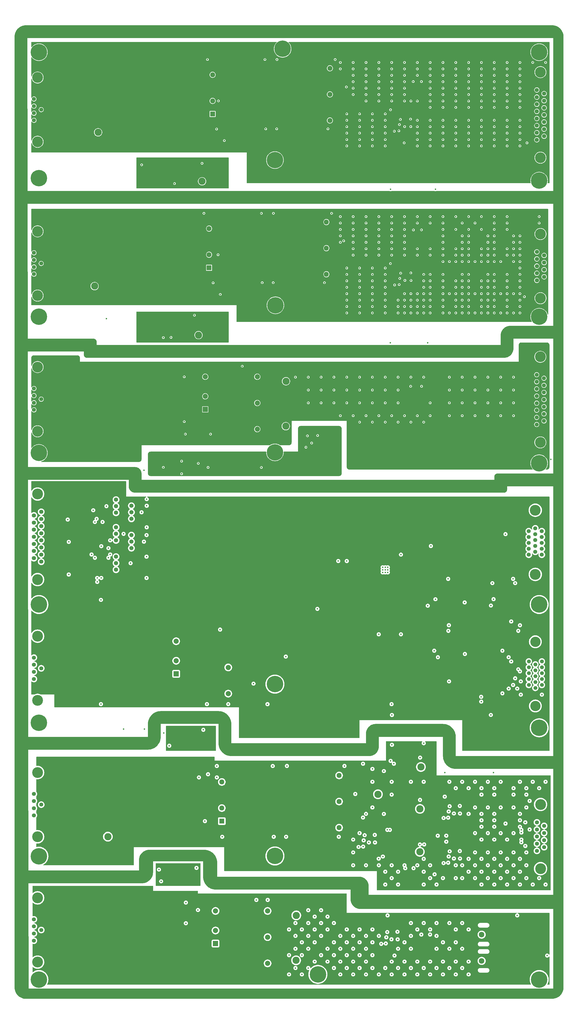
<source format=gbr>
%TF.GenerationSoftware,KiCad,Pcbnew,9.0.3*%
%TF.CreationDate,2025-09-16T14:08:45-04:00*%
%TF.ProjectId,11_CPU_PDU,31315f43-5055-45f5-9044-552e6b696361,rev?*%
%TF.SameCoordinates,Original*%
%TF.FileFunction,Copper,L2,Inr*%
%TF.FilePolarity,Positive*%
%FSLAX46Y46*%
G04 Gerber Fmt 4.6, Leading zero omitted, Abs format (unit mm)*
G04 Created by KiCad (PCBNEW 9.0.3) date 2025-09-16 14:08:45*
%MOMM*%
%LPD*%
G01*
G04 APERTURE LIST*
%TA.AperFunction,ComponentPad*%
%ADD10C,1.498600*%
%TD*%
%TA.AperFunction,ComponentPad*%
%ADD11C,4.000000*%
%TD*%
%TA.AperFunction,ComponentPad*%
%ADD12C,1.575000*%
%TD*%
%TA.AperFunction,ComponentPad*%
%ADD13C,4.216000*%
%TD*%
%TA.AperFunction,ComponentPad*%
%ADD14C,2.800000*%
%TD*%
%TA.AperFunction,ComponentPad*%
%ADD15C,1.560000*%
%TD*%
%TA.AperFunction,ComponentPad*%
%ADD16C,6.400000*%
%TD*%
%TA.AperFunction,ComponentPad*%
%ADD17C,1.650000*%
%TD*%
%TA.AperFunction,ComponentPad*%
%ADD18R,1.950000X1.950000*%
%TD*%
%TA.AperFunction,ComponentPad*%
%ADD19C,1.950000*%
%TD*%
%TA.AperFunction,ComponentPad*%
%ADD20C,1.635000*%
%TD*%
%TA.AperFunction,ComponentPad*%
%ADD21R,2.000000X2.000000*%
%TD*%
%TA.AperFunction,ComponentPad*%
%ADD22C,2.000000*%
%TD*%
%TA.AperFunction,ComponentPad*%
%ADD23C,2.159000*%
%TD*%
%TA.AperFunction,ViaPad*%
%ADD24C,0.600000*%
%TD*%
G04 APERTURE END LIST*
D10*
%TO.N,/v1_Telem*%
%TO.C,J15*%
X385970000Y-277329999D03*
%TO.N,/TELEM_RTN*%
X385970000Y-275039998D03*
%TO.N,/v2_Telem*%
X385970000Y-272749998D03*
%TO.N,/TELEM_RTN*%
X385970000Y-270460000D03*
%TO.N,/v3_Telem*%
X385970000Y-268169999D03*
%TO.N,/TELEM_RTN*%
X388510000Y-278469999D03*
%TO.N,/v4_Telem*%
X388510000Y-276179999D03*
%TO.N,/TELEM_RTN*%
X388510000Y-273889998D03*
%TO.N,/v5_Telem*%
X388510000Y-271600000D03*
%TO.N,/Temp_Telem*%
X388510000Y-269310000D03*
%TO.N,/v6_Telem*%
X391050000Y-277329999D03*
%TO.N,/TELEM_RTN*%
X391050000Y-275039998D03*
%TO.N,/v7_Telem*%
X391050000Y-272749998D03*
%TO.N,/TELEM_RTN*%
X391050000Y-270460000D03*
X391050000Y-268169999D03*
D11*
%TO.N,GNDPWR*%
X388510000Y-260509999D03*
X388510000Y-285510000D03*
%TD*%
D12*
%TO.N,/i1_Telem*%
%TO.C,J14*%
X385950000Y-217469000D03*
%TO.N,/TELEM_RTN*%
X385950000Y-219759000D03*
%TO.N,/i2_Telem*%
X385950000Y-222049000D03*
%TO.N,/TELEM_RTN*%
X385950000Y-224339000D03*
%TO.N,/i3_Telem*%
X385950000Y-226629000D03*
%TO.N,/TELEM_RTN*%
X388490000Y-216324000D03*
%TO.N,/i4_Telem*%
X388490000Y-218614000D03*
%TO.N,/TELEM_RTN*%
X388490000Y-220904000D03*
%TO.N,/i5_Telem*%
X388490000Y-223194000D03*
%TO.N,/TELEM_RTN*%
X388490000Y-225484000D03*
%TO.N,/i6_Telem*%
X391030000Y-217469000D03*
%TO.N,/TELEM_RTN*%
X391030000Y-219759000D03*
%TO.N,/i7_Telem*%
X391030000Y-222049000D03*
%TO.N,/TELEM_RTN*%
X391030000Y-224339000D03*
X391030000Y-226629000D03*
D13*
%TO.N,GNDPWR*%
X388490000Y-234290000D03*
X388490000Y-209300000D03*
%TD*%
D14*
%TO.N,/SSD1_5V*%
%TO.C,SEC_PWR3*%
X295245001Y-384520000D03*
%TD*%
D15*
%TO.N,/V_SEC5_RTN*%
%TO.C,J13*%
X195905001Y-367160000D03*
X195905001Y-369930000D03*
%TO.N,unconnected-(J13-Pad3)*%
X195905001Y-372700000D03*
%TO.N,/V_SEC5_RTN*%
X195905001Y-375470000D03*
X195905001Y-378240000D03*
%TO.N,/V_SEC5_IN*%
X193065001Y-368545000D03*
X193065001Y-371315000D03*
X193065001Y-374085000D03*
X193065001Y-376855000D03*
D13*
%TO.N,GNDPWR*%
X194485001Y-360200000D03*
X194485001Y-385200000D03*
%TD*%
D16*
%TO.N,GNDPWR*%
%TO.C,H4*%
X195000000Y-392000000D03*
%TD*%
D17*
%TO.N,Net-(U22B-OUT_2)*%
%TO.C,J10*%
X225063200Y-210275000D03*
%TO.N,/LVDS_REC_CKT/EN_2*%
X225063200Y-207735000D03*
%TO.N,Net-(J10-Pad3)*%
X225063200Y-205195000D03*
%TD*%
D14*
%TO.N,/Sabertooth_IO/V8p2*%
%TO.C,8.2V1*%
X343902501Y-309244999D03*
%TD*%
%TO.N,/SSD0_5V*%
%TO.C,5V2*%
X291235001Y-176584999D03*
%TD*%
D18*
%TO.N,/Sabertooth_IO/p12V*%
%TO.C,U3*%
X266297501Y-330324999D03*
D19*
%TO.N,/Sabertooth_IO/p12_rtn*%
X266297501Y-325244999D03*
%TO.N,/Sabertooth_IO/REM*%
X266297501Y-315084999D03*
%TO.N,/Sabertooth_IO_12V*%
X312017501Y-332864999D03*
%TO.N,/Sabertooth_IO_RTN*%
X312017501Y-322704999D03*
%TO.N,Net-(U3-TRIM)*%
X312017501Y-312544999D03*
%TD*%
D16*
%TO.N,GNDPWR*%
%TO.C,H19*%
X290000000Y-29690000D03*
%TD*%
D20*
%TO.N,/EN3-*%
%TO.C,J7*%
X195905001Y-229340000D03*
%TO.N,/EN3+*%
X195905001Y-226570000D03*
%TO.N,/TELEM_RTN*%
X195905001Y-223800000D03*
%TO.N,/EN5+*%
X195905001Y-221030000D03*
%TO.N,/TELEM_RTN*%
X195905001Y-218260000D03*
%TO.N,/EN5-*%
X195905001Y-215490000D03*
%TO.N,/EN2+*%
X195905001Y-212720000D03*
%TO.N,/EN2-*%
X195905001Y-209950000D03*
%TO.N,/EN4-*%
X193065001Y-227955000D03*
%TO.N,/EN4+*%
X193065001Y-225185000D03*
%TO.N,/TELEM_RTN*%
X193065001Y-222415000D03*
X193065001Y-219645000D03*
X193065001Y-216875000D03*
%TO.N,/EN1+*%
X193065001Y-214105000D03*
%TO.N,/EN1-*%
X193065001Y-211335000D03*
D13*
%TO.N,GNDPWR*%
X194485001Y-202995000D03*
X194485001Y-236295000D03*
%TD*%
D14*
%TO.N,/V_SEC1_RTN*%
%TO.C,SEC_RTN1*%
X206725001Y-45335000D03*
%TD*%
%TO.N,Net-(F2-Pad2)*%
%TO.C,SEC_RTN2*%
X216715001Y-122055000D03*
%TD*%
D16*
%TO.N,GNDPWR*%
%TO.C,H11*%
X390000000Y-294000000D03*
%TD*%
%TO.N,GNDPWR*%
%TO.C,H10*%
X390000000Y-392000000D03*
%TD*%
D17*
%TO.N,Net-(U22D-OUT_4)*%
%TO.C,J12*%
X231063200Y-224065000D03*
%TO.N,/LVDS_REC_CKT/EN_4*%
X231063200Y-221525000D03*
%TO.N,Net-(J12-Pad3)*%
X231063200Y-218985000D03*
%TD*%
D21*
%TO.N,Net-(U23-+VIN)*%
%TO.C,U23*%
X248505001Y-272989999D03*
D22*
%TO.N,Net-(U23--VIN)*%
X248505001Y-267889999D03*
%TO.N,/V_TELEM*%
X268805001Y-280689999D03*
%TO.N,unconnected-(U23-TRIM-Pad4)*%
X268805001Y-270489999D03*
%TO.N,/V_TELEM_RTN*%
X268805001Y-260289999D03*
%TO.N,unconnected-(U23-REMOTE-Pad6)*%
X248505001Y-260289999D03*
%TD*%
D18*
%TO.N,/Sabertooth_CPU_and_PCIe_Bifurcator/P12V_PDU_DAQ1/p12V*%
%TO.C,U2*%
X261325001Y-114915000D03*
D19*
%TO.N,/Sabertooth_CPU_and_PCIe_Bifurcator/P12V_PDU_DAQ1/p12_rtn*%
X261325001Y-109835000D03*
%TO.N,/Sabertooth_CPU_and_PCIe_Bifurcator/P12V_PDU_DAQ1/REM*%
X261325001Y-99675000D03*
%TO.N,/PCIe_Bifurcator_12V*%
X307045001Y-117455000D03*
%TO.N,/PCIe_Bifurcator_12V_RTN*%
X307045001Y-107295000D03*
%TO.N,Net-(U2-TRIM)*%
X307045001Y-97135000D03*
%TD*%
D16*
%TO.N,GNDPWR*%
%TO.C,H20*%
X303760000Y-390000000D03*
%TD*%
%TO.N,GNDPWR*%
%TO.C,H1*%
X195000000Y-31000000D03*
%TD*%
D17*
%TO.N,Net-(U22C-OUT_3)*%
%TO.C,J11*%
X225063200Y-221035000D03*
%TO.N,/LVDS_REC_CKT/EN_3*%
X225063200Y-218495000D03*
%TO.N,Net-(J11-Pad3)*%
X225063200Y-215955000D03*
%TD*%
D14*
%TO.N,/Sabertooth_IO_5V*%
%TO.C,5V1*%
X343522501Y-325554999D03*
%TD*%
D16*
%TO.N,GNDPWR*%
%TO.C,H21*%
X287000000Y-186770000D03*
%TD*%
D20*
%TO.N,/Sabertooth_p12V_OUT*%
%TO.C,J18*%
X389080000Y-45725000D03*
X389080000Y-48495000D03*
X389080000Y-51265000D03*
X389080000Y-54035000D03*
%TO.N,unconnected-(J18-Pad5)*%
X389080000Y-56805000D03*
%TO.N,unconnected-(J18-Pad6)*%
X389080000Y-59575000D03*
%TO.N,unconnected-(J18-Pad7)*%
X389080000Y-62345000D03*
%TO.N,unconnected-(J18-Pad8)*%
X389080000Y-65115000D03*
%TO.N,/Sabertooth_p12V_RTN*%
X391920000Y-47110000D03*
X391920000Y-49880000D03*
X391920000Y-52650000D03*
X391920000Y-55420000D03*
%TO.N,unconnected-(J18-Pad13)*%
X391920000Y-58190000D03*
%TO.N,unconnected-(J18-Pad14)*%
X391920000Y-60960000D03*
%TO.N,unconnected-(J18-Pad15)*%
X391920000Y-63730000D03*
D13*
%TO.N,GNDPWR*%
X390500000Y-72070000D03*
X390500000Y-38770000D03*
%TD*%
D16*
%TO.N,GNDPWR*%
%TO.C,H22*%
X287000000Y-343890000D03*
%TD*%
D17*
%TO.N,Net-(U22A-OUT_1)*%
%TO.C,J9*%
X231063200Y-212645000D03*
%TO.N,/LVDS_REC_CKT/EN_1*%
X231063200Y-210105000D03*
%TO.N,Net-(J9-Pad3)*%
X231063200Y-207565000D03*
%TD*%
D14*
%TO.N,/Sabertooth_IO_RTN*%
%TO.C,8.2\u002C5\u002C3.3_RTN1*%
X327155001Y-319864999D03*
%TD*%
D16*
%TO.N,GNDPWR*%
%TO.C,H15*%
X195000000Y-187000000D03*
%TD*%
D17*
%TO.N,Net-(U21-R)*%
%TO.C,J8*%
X225063200Y-232455000D03*
%TO.N,/LVDS_REC_CKT/EN_5*%
X225063200Y-229915000D03*
%TO.N,Net-(J8-Pad3)*%
X225063200Y-227375000D03*
%TD*%
D15*
%TO.N,/V_SEC3_RTN*%
%TO.C,J3*%
X195905001Y-318370000D03*
X195905001Y-321140000D03*
%TO.N,unconnected-(J3-Pad3)*%
X195905001Y-323910000D03*
%TO.N,/V_SEC3_RTN*%
X195905001Y-326680000D03*
X195905001Y-329450000D03*
%TO.N,/V_SEC3_IN*%
X193065001Y-319755000D03*
X193065001Y-322525000D03*
X193065001Y-325295000D03*
X193065001Y-328065000D03*
D13*
%TO.N,GNDPWR*%
X194485001Y-311410000D03*
X194485001Y-336410000D03*
%TD*%
D16*
%TO.N,GNDPWR*%
%TO.C,H5*%
X195000000Y-344000000D03*
%TD*%
%TO.N,GNDPWR*%
%TO.C,H18*%
X287190000Y-129530000D03*
%TD*%
D15*
%TO.N,/SSD0_5V_RTN*%
%TO.C,J6*%
X389035000Y-175930000D03*
X389035000Y-173160000D03*
X389035000Y-170390000D03*
X389035000Y-167620000D03*
X389035000Y-164850000D03*
X389035000Y-162080000D03*
X389035000Y-159310000D03*
%TO.N,/SSD0_5V_OUT*%
X389035000Y-156540000D03*
X391875000Y-174545000D03*
X391875000Y-171775000D03*
%TO.N,/SSD0_5V_RTN*%
X391875000Y-169005000D03*
%TO.N,/SSD0_5V_OUT*%
X391875000Y-166235000D03*
X391875000Y-163465000D03*
X391875000Y-160695000D03*
%TO.N,/SSD0_5V_RTN*%
X391875000Y-157925000D03*
D13*
%TO.N,GNDPWR*%
X390455000Y-182885000D03*
X390455000Y-149585000D03*
%TD*%
D16*
%TO.N,GNDPWR*%
%TO.C,H8*%
X195000000Y-134000000D03*
%TD*%
%TO.N,GNDPWR*%
%TO.C,H12*%
X390000000Y-246000000D03*
%TD*%
%TO.N,GNDPWR*%
%TO.C,H3*%
X287000000Y-73000000D03*
%TD*%
%TO.N,GNDPWR*%
%TO.C,H17*%
X195000000Y-246000000D03*
%TD*%
D15*
%TO.N,/V_SEC2_RTN*%
%TO.C,J2*%
X195905001Y-107700000D03*
X195905001Y-110470000D03*
%TO.N,unconnected-(J2-Pad3)*%
X195905001Y-113240000D03*
%TO.N,/V_SEC2_RTN*%
X195905001Y-116010000D03*
X195905001Y-118780000D03*
%TO.N,/V_SEC2_IN*%
X193065001Y-109085000D03*
X193065001Y-111855000D03*
X193065001Y-114625000D03*
X193065001Y-117395000D03*
D13*
%TO.N,GNDPWR*%
X194485001Y-100740000D03*
X194485001Y-125740000D03*
%TD*%
D14*
%TO.N,Net-(F1-Pad2)*%
%TO.C,SEC_PWR1*%
X218085001Y-62185000D03*
%TD*%
D15*
%TO.N,/Sabertooth_IO_12V_OUT*%
%TO.C,J16*%
X389110000Y-341880000D03*
X389110000Y-339110000D03*
%TO.N,unconnected-(J16-Pad3)*%
X389110000Y-336340000D03*
%TO.N,/Sabertooth_IO_5V_OUT*%
X389110000Y-333570000D03*
%TO.N,/Sabertooth_IO_3p3V_OUT*%
X389110000Y-330800000D03*
%TO.N,/Sabertooth_IO_RTN*%
X391950000Y-340495000D03*
X391950000Y-337725000D03*
X391950000Y-334955000D03*
X391950000Y-332185000D03*
D13*
%TO.N,GNDPWR*%
X390530000Y-348840000D03*
X390530000Y-323840000D03*
%TD*%
D20*
%TO.N,unconnected-(J17-Pad1)*%
%TO.C,J17*%
X389090000Y-108740000D03*
%TO.N,unconnected-(J17-Pad2)*%
X389090000Y-111510000D03*
%TO.N,unconnected-(J17-Pad3)*%
X389090000Y-114280000D03*
%TO.N,/PCIe_Bifurcator_12V_OUT*%
X389090000Y-117050000D03*
X389090000Y-119820000D03*
%TO.N,unconnected-(J17-Pad6)*%
X391930000Y-110125000D03*
%TO.N,unconnected-(J17-Pad7)*%
X391930000Y-112895000D03*
%TO.N,/PCIe_Bifurcator_12V_RTN*%
X391930000Y-115665000D03*
X391930000Y-118435000D03*
D13*
%TO.N,GNDPWR*%
X390510000Y-126780000D03*
X390510000Y-101780000D03*
%TD*%
D23*
%TO.N,/SSD1_5V_RTN*%
%TO.C,P2*%
X367580000Y-384730000D03*
%TD*%
D21*
%TO.N,/SSD_PDU/HUB_SSD1/p12V*%
%TO.C,U8*%
X263842501Y-377990000D03*
D22*
%TO.N,/SSD_PDU/HUB_SSD1/p12_rtn*%
X263842501Y-372890000D03*
%TO.N,/SSD1_5V*%
X284142501Y-385690000D03*
%TO.N,Net-(U8-TRIM)*%
X284142501Y-375490000D03*
%TO.N,/SSD1_5V_RTN*%
X284142501Y-365290000D03*
%TO.N,/SSD_PDU/HUB_SSD1/REM*%
X263842501Y-365290000D03*
%TD*%
D14*
%TO.N,/V_SEC2_RTN*%
%TO.C,TP1*%
X205355001Y-105205000D03*
%TD*%
%TO.N,Net-(F3-Pad2)*%
%TO.C,V_SEC_IN1*%
X221885001Y-336364999D03*
%TD*%
D16*
%TO.N,GNDPWR*%
%TO.C,H6*%
X195000000Y-292000000D03*
%TD*%
%TO.N,GNDPWR*%
%TO.C,H7*%
X390000000Y-31000000D03*
%TD*%
%TO.N,GNDPWR*%
%TO.C,H16*%
X390000000Y-191000000D03*
%TD*%
%TO.N,GNDPWR*%
%TO.C,H14*%
X390000000Y-81000000D03*
%TD*%
D15*
%TO.N,/V_SEC1_RTN*%
%TO.C,J1*%
X195905001Y-47830000D03*
X195905001Y-50600000D03*
%TO.N,unconnected-(J1-Pad3)*%
X195905001Y-53370000D03*
%TO.N,/V_SEC1_RTN*%
X195905001Y-56140000D03*
X195905001Y-58910000D03*
%TO.N,/V_SEC1_IN*%
X193065001Y-49215000D03*
X193065001Y-51985000D03*
X193065001Y-54755000D03*
X193065001Y-57525000D03*
D13*
%TO.N,GNDPWR*%
X194485001Y-40870000D03*
X194485001Y-65870000D03*
%TD*%
D14*
%TO.N,/V_TELEM*%
%TO.C,TELEM_PWR1*%
X258595001Y-81255000D03*
%TD*%
%TO.N,/V_TELEM*%
%TO.C,SEC_PWR2*%
X257225001Y-141125000D03*
%TD*%
D15*
%TO.N,/V_TELEM_RTN*%
%TO.C,J5*%
X195905001Y-265294999D03*
X195905001Y-268064999D03*
%TO.N,unconnected-(J5-Pad3)*%
X195905001Y-270834999D03*
%TO.N,/V_TELEM_RTN*%
X195905001Y-273604999D03*
X195905001Y-276374999D03*
%TO.N,/V_TELEM_IN*%
X193065001Y-266679999D03*
X193065001Y-269449999D03*
X193065001Y-272219999D03*
X193065001Y-274989999D03*
D13*
%TO.N,GNDPWR*%
X194485001Y-258334999D03*
X194485001Y-283334999D03*
%TD*%
D23*
%TO.N,/SSD1_5V_OUT*%
%TO.C,P1*%
X367580000Y-374519600D03*
%TD*%
D16*
%TO.N,GNDPWR*%
%TO.C,H2*%
X390000000Y-134000000D03*
%TD*%
D14*
%TO.N,/V_TELEM_RTN*%
%TO.C,TELEM_RTN1*%
X239625001Y-81245000D03*
%TD*%
%TO.N,/SSD0_5V_RTN*%
%TO.C,5V_RTN1*%
X291315001Y-159085000D03*
%TD*%
D15*
%TO.N,/V_SEC4_RTN*%
%TO.C,J4*%
X195905001Y-160535000D03*
X195905001Y-163305000D03*
%TO.N,unconnected-(J4-Pad3)*%
X195905001Y-166075000D03*
%TO.N,/V_SEC4_RTN*%
X195905001Y-168845000D03*
X195905001Y-171615000D03*
%TO.N,/V_SEC4_IN*%
X193065001Y-161920000D03*
X193065001Y-164690000D03*
X193065001Y-167460000D03*
X193065001Y-170230000D03*
D13*
%TO.N,GNDPWR*%
X194485001Y-153575000D03*
X194485001Y-178575000D03*
%TD*%
D14*
%TO.N,/Sabertooth_IO_3p3V*%
%TO.C,3.3V1*%
X343474001Y-342274999D03*
%TD*%
D18*
%TO.N,/Sabertooth_CPU_and_PCIe_Bifurcator/P12V_PDU_DAQ/p12V*%
%TO.C,U1*%
X262695001Y-55045000D03*
D19*
%TO.N,/Sabertooth_CPU_and_PCIe_Bifurcator/P12V_PDU_DAQ/p12_rtn*%
X262695001Y-49965000D03*
%TO.N,/Sabertooth_CPU_and_PCIe_Bifurcator/P12V_PDU_DAQ/REM*%
X262695001Y-39805000D03*
%TO.N,/Sabertooth_p12V*%
X308415001Y-57585000D03*
%TO.N,/Sabertooth_p12V_RTN*%
X308415001Y-47425000D03*
%TO.N,Net-(U1-TRIM)*%
X308415001Y-37265000D03*
%TD*%
D16*
%TO.N,GNDPWR*%
%TO.C,H13*%
X195000000Y-80000000D03*
%TD*%
D14*
%TO.N,/V_SEC3_RTN*%
%TO.C,V_SEC_RTN1*%
X209135001Y-320864999D03*
%TD*%
%TO.N,/SSD1_5V_RTN*%
%TO.C,SEC_RTN4*%
X295325001Y-367020000D03*
%TD*%
D21*
%TO.N,/SSD_PDU/HUB_SSD0/p12V*%
%TO.C,U7*%
X259832501Y-170055000D03*
D22*
%TO.N,/SSD_PDU/HUB_SSD0/p12_rtn*%
X259832501Y-164955000D03*
%TO.N,/SSD0_5V*%
X280132501Y-177755000D03*
%TO.N,Net-(U7-TRIM)*%
X280132501Y-167555000D03*
%TO.N,/SSD0_5V_RTN*%
X280132501Y-157355000D03*
%TO.N,/SSD_PDU/HUB_SSD0/REM*%
X259832501Y-157355000D03*
%TD*%
D16*
%TO.N,GNDPWR*%
%TO.C,H9*%
X287000000Y-277000000D03*
%TD*%
D14*
%TO.N,/V_TELEM_RTN*%
%TO.C,SEC_RTN3*%
X238255001Y-141115000D03*
%TD*%
D24*
%TO.N,/Sabertooth_IO_3p3V*%
X350460000Y-336000000D03*
X349090000Y-263990000D03*
X353790001Y-338330000D03*
X353790001Y-335990001D03*
%TO.N,/Sabertooth_IO_5V*%
X353190000Y-311410000D03*
X372210000Y-311400000D03*
X372210000Y-243930000D03*
X353190000Y-320790000D03*
%TO.N,/SSD0_5V*%
X350520000Y-266520000D03*
X291230000Y-266280000D03*
%TO.N,/SSD0_5V_RTN*%
X315000000Y-167500000D03*
X305000000Y-157500000D03*
X335000000Y-162500000D03*
X300000000Y-157500000D03*
X335000000Y-167500000D03*
X347500000Y-167500000D03*
X305000000Y-162500000D03*
X375000000Y-162500000D03*
X335000000Y-175000000D03*
X320000000Y-162500000D03*
X360000000Y-167500000D03*
X317500000Y-172500000D03*
X342500000Y-172500000D03*
X345000000Y-157500000D03*
X332500000Y-172500000D03*
X380000000Y-172500000D03*
X320000000Y-157500000D03*
X380000000Y-157500000D03*
X340000000Y-175000000D03*
X380000000Y-167500000D03*
X340000000Y-157500000D03*
X327500000Y-172500000D03*
X347500000Y-172500000D03*
X370000000Y-167500000D03*
X345000000Y-175000000D03*
X325000000Y-167500000D03*
X355000000Y-157500000D03*
X337500000Y-172500000D03*
X330000000Y-162500000D03*
X365000000Y-167500000D03*
X375000000Y-172500000D03*
X355000000Y-167500000D03*
X320000000Y-175000000D03*
X375000000Y-157500000D03*
X370000000Y-172500000D03*
X322500000Y-172500000D03*
X370000000Y-162500000D03*
X310000000Y-167500000D03*
X365000000Y-172500000D03*
X325000000Y-162500000D03*
X365000000Y-157500000D03*
X375000000Y-167500000D03*
X315000000Y-162500000D03*
X330000000Y-167500000D03*
X315000000Y-157500000D03*
X310000000Y-162500000D03*
X360000000Y-172500000D03*
X325000000Y-175000000D03*
X320000000Y-167500000D03*
X300000000Y-167500000D03*
X300000000Y-162500000D03*
X310000000Y-157500000D03*
X355000000Y-162500000D03*
X295000000Y-157500000D03*
X305000000Y-167500000D03*
X355000000Y-172500000D03*
X370000000Y-157500000D03*
X365000000Y-162500000D03*
X380000000Y-162500000D03*
X335000000Y-157500000D03*
X360000000Y-157500000D03*
X360000000Y-162500000D03*
X330000000Y-175000000D03*
X312500000Y-172500000D03*
X330000000Y-157500000D03*
X325000000Y-157500000D03*
%TO.N,/Sabertooth_IO_RTN*%
X322500000Y-347500000D03*
X387500000Y-315000000D03*
X377500000Y-355000000D03*
X347500000Y-352500000D03*
X317500000Y-337500000D03*
X342500000Y-347500000D03*
X372500000Y-350000000D03*
X367500000Y-332500000D03*
X345155001Y-339404999D03*
X372500000Y-327500000D03*
X370000000Y-335000000D03*
X367500000Y-327500000D03*
X387500000Y-355000000D03*
X370000000Y-325000000D03*
X325000000Y-315000000D03*
X332500000Y-347500000D03*
X291675001Y-308844999D03*
X329472501Y-327524999D03*
X332500000Y-315000000D03*
X335000000Y-355000000D03*
X362500000Y-350000000D03*
X380000000Y-342500000D03*
X360000000Y-347500000D03*
X343592501Y-305594999D03*
X332500000Y-320000000D03*
X385000000Y-342500000D03*
X340000000Y-315000000D03*
X337500000Y-347500000D03*
X370000000Y-352500000D03*
X345000000Y-345000000D03*
X329064001Y-344104999D03*
X314105001Y-308844999D03*
X372500000Y-332500000D03*
X392500000Y-355000000D03*
X332500000Y-352500000D03*
X367500000Y-345000000D03*
X372500000Y-355000000D03*
X320000000Y-335000000D03*
X372500000Y-345000000D03*
X330000000Y-350000000D03*
X367500000Y-330000000D03*
X325000000Y-310000000D03*
X370000000Y-342500000D03*
X377500000Y-350000000D03*
X350000000Y-355000000D03*
X317500000Y-342500000D03*
X375000000Y-325000000D03*
X362500000Y-327500000D03*
X372500000Y-337500000D03*
X355000000Y-315000000D03*
X380000000Y-347500000D03*
X380000000Y-352500000D03*
X335000000Y-350000000D03*
X382500000Y-315000000D03*
X385000000Y-347500000D03*
X372500000Y-320000000D03*
X345000000Y-315000000D03*
X345000000Y-350000000D03*
X367500000Y-337500000D03*
X365000000Y-335000000D03*
X375000000Y-342500000D03*
X375000000Y-347500000D03*
X360000000Y-315000000D03*
X322500000Y-327500000D03*
X385000000Y-352500000D03*
X330000000Y-355000000D03*
X343562501Y-322054999D03*
X367500000Y-317500000D03*
X385000000Y-317500000D03*
X357500000Y-352500000D03*
X365000000Y-342500000D03*
X347500000Y-347500000D03*
X392500000Y-315000000D03*
X390000000Y-352500000D03*
X352500000Y-352500000D03*
X375000000Y-315000000D03*
X375000000Y-335000000D03*
X382500000Y-327500000D03*
X345000000Y-355000000D03*
X390000000Y-317500000D03*
X362500000Y-345000000D03*
X380000000Y-335000000D03*
X380000000Y-325000000D03*
X377500000Y-345000000D03*
X367500000Y-350000000D03*
X382500000Y-345000000D03*
X329472501Y-310834999D03*
X367500000Y-320000000D03*
X325000000Y-325000000D03*
X370000000Y-347500000D03*
X362500000Y-317500000D03*
X365000000Y-352500000D03*
X360000000Y-352500000D03*
X327500000Y-347500000D03*
X372500000Y-330000000D03*
X382500000Y-330000000D03*
X317500000Y-347500000D03*
X382500000Y-332500000D03*
X385000000Y-320000000D03*
X370000000Y-315000000D03*
X332092501Y-306884999D03*
X385000000Y-325000000D03*
X343524001Y-339414999D03*
X345000000Y-300000000D03*
X357500000Y-347500000D03*
X372500000Y-317500000D03*
X377500000Y-337500000D03*
X382500000Y-350000000D03*
X382500000Y-355000000D03*
X380000000Y-320000000D03*
X375000000Y-352500000D03*
X367500000Y-355000000D03*
X365000000Y-315000000D03*
X365000000Y-347500000D03*
X357500000Y-317500000D03*
X365000000Y-325000000D03*
X380000000Y-317500000D03*
%TO.N,/Sabertooth_p12V*%
X349560000Y-243950000D03*
X349560000Y-84330000D03*
X332060000Y-84330000D03*
X332060000Y-53415000D03*
X307665001Y-60845000D03*
X287695001Y-60845000D03*
%TO.N,/Sabertooth_CPU_and_PCIe_Bifurcator/P12V_PDU_DAQ/p12V*%
X283405001Y-60845000D03*
%TO.N,/Sabertooth_CPU_and_PCIe_Bifurcator/P12V_PDU_DAQ/p12_rtn*%
X267280000Y-65400000D03*
X264950000Y-49960000D03*
X260695001Y-33845000D03*
X283095001Y-33845000D03*
%TO.N,/Sabertooth_p12V_RTN*%
X357500000Y-65000000D03*
X372500000Y-45000000D03*
X367500000Y-45000000D03*
X332500000Y-40000000D03*
X377500000Y-67500000D03*
X332500000Y-50000000D03*
X342500000Y-62500000D03*
X342500000Y-40000000D03*
X382500000Y-60000000D03*
X347500000Y-42500000D03*
X322500000Y-37500000D03*
X337500000Y-37500000D03*
X310465001Y-33855000D03*
X325000000Y-67500000D03*
X382500000Y-47500000D03*
X362500000Y-60000000D03*
X320000000Y-60000000D03*
X362500000Y-52500000D03*
X352500000Y-57500000D03*
X327500000Y-47500000D03*
X377500000Y-52500000D03*
X352500000Y-35000000D03*
X325000000Y-57500000D03*
X340000000Y-50000000D03*
X315000000Y-62500000D03*
X325000000Y-55000000D03*
X337500000Y-47500000D03*
X362500000Y-62500000D03*
X315000000Y-55000000D03*
X330000000Y-55000000D03*
X332500000Y-47500000D03*
X325000000Y-60000000D03*
X357500000Y-67500000D03*
X312500000Y-35000000D03*
X377500000Y-62500000D03*
X377500000Y-65000000D03*
X330000000Y-57500000D03*
X342500000Y-35000000D03*
X352500000Y-50000000D03*
X330000000Y-65000000D03*
X352500000Y-42500000D03*
X367500000Y-60000000D03*
X372500000Y-67500000D03*
X352500000Y-67500000D03*
X347500000Y-40000000D03*
X377500000Y-50000000D03*
X357500000Y-52500000D03*
X320000000Y-55000000D03*
X367500000Y-62500000D03*
X377500000Y-42500000D03*
X352500000Y-60000000D03*
X347500000Y-67500000D03*
X342500000Y-65000000D03*
X362500000Y-47500000D03*
X357500000Y-47500000D03*
X342500000Y-60000000D03*
X382500000Y-62500000D03*
X392500000Y-35000000D03*
X347500000Y-57500000D03*
X362500000Y-67500000D03*
X327500000Y-42500000D03*
X337500000Y-45000000D03*
X367500000Y-37500000D03*
X372500000Y-50000000D03*
X357500000Y-37500000D03*
X357500000Y-45000000D03*
X372500000Y-62500000D03*
X362500000Y-45000000D03*
X377500000Y-45000000D03*
X367500000Y-52500000D03*
X337500000Y-35000000D03*
X382500000Y-67500000D03*
X362500000Y-42500000D03*
X377500000Y-37500000D03*
X352500000Y-65000000D03*
X327500000Y-50000000D03*
X317500000Y-37500000D03*
X367500000Y-47500000D03*
X372500000Y-65000000D03*
X357500000Y-42500000D03*
X332500000Y-37500000D03*
X332500000Y-35000000D03*
X317500000Y-35000000D03*
X347500000Y-35000000D03*
X352500000Y-40000000D03*
X315000000Y-60000000D03*
X315000000Y-57500000D03*
X320000000Y-67500000D03*
X372500000Y-47500000D03*
X382500000Y-37500000D03*
X357500000Y-35000000D03*
X322500000Y-40000000D03*
X315000000Y-67500000D03*
X337500000Y-42500000D03*
X312500000Y-37500000D03*
X322500000Y-35000000D03*
X352500000Y-62500000D03*
X322500000Y-45000000D03*
X382500000Y-40000000D03*
X322500000Y-42500000D03*
X320000000Y-65000000D03*
X330000000Y-62500000D03*
X372500000Y-35000000D03*
X382500000Y-50000000D03*
X342500000Y-37500000D03*
X362500000Y-57500000D03*
X382500000Y-45000000D03*
X322500000Y-47500000D03*
X367500000Y-40000000D03*
X382500000Y-57500000D03*
X367500000Y-65000000D03*
X362500000Y-37500000D03*
X347500000Y-45000000D03*
X325000000Y-62500000D03*
X362500000Y-35000000D03*
X320000000Y-57500000D03*
X327500000Y-45000000D03*
X367500000Y-67500000D03*
X382500000Y-52500000D03*
X382500000Y-35000000D03*
X327500000Y-35000000D03*
X327500000Y-40000000D03*
X342500000Y-50000000D03*
X357500000Y-40000000D03*
X317500000Y-40000000D03*
X382500000Y-42500000D03*
X367500000Y-57500000D03*
X362500000Y-65000000D03*
X387500000Y-35000000D03*
X320000000Y-62500000D03*
X325000000Y-65000000D03*
X357500000Y-60000000D03*
X377500000Y-47500000D03*
X347500000Y-65000000D03*
X342500000Y-67500000D03*
X357500000Y-62500000D03*
X347500000Y-37500000D03*
X372500000Y-40000000D03*
X377500000Y-57500000D03*
X330000000Y-60000000D03*
X367500000Y-35000000D03*
X347500000Y-47500000D03*
X357500000Y-50000000D03*
X362500000Y-40000000D03*
X347500000Y-52500000D03*
X347500000Y-62500000D03*
X372500000Y-52500000D03*
X337500000Y-50000000D03*
X362500000Y-50000000D03*
X372500000Y-57500000D03*
X315000000Y-65000000D03*
X347500000Y-50000000D03*
X377500000Y-35000000D03*
X352500000Y-47500000D03*
X352500000Y-45000000D03*
X332500000Y-45000000D03*
X372500000Y-60000000D03*
X317500000Y-47500000D03*
X322500000Y-50000000D03*
X330000000Y-67500000D03*
X377500000Y-40000000D03*
X287785001Y-33855000D03*
X352500000Y-52500000D03*
X317500000Y-45000000D03*
X382500000Y-65000000D03*
X347500000Y-60000000D03*
X337500000Y-40000000D03*
X317500000Y-42500000D03*
X357500000Y-57500000D03*
X332500000Y-42500000D03*
X372500000Y-37500000D03*
X372500000Y-42500000D03*
X367500000Y-42500000D03*
X377500000Y-60000000D03*
X352500000Y-37500000D03*
X327500000Y-37500000D03*
X342500000Y-57500000D03*
X367500000Y-50000000D03*
%TO.N,/V_SEC1_RTN*%
X347500000Y-30000000D03*
X367500000Y-27500000D03*
X365000000Y-50000000D03*
X217500000Y-37500000D03*
X240000000Y-65000000D03*
X327500000Y-57500000D03*
X212500000Y-47500000D03*
X210000000Y-50000000D03*
X240000000Y-52500000D03*
X235000000Y-30000000D03*
X385000000Y-62500000D03*
X370000000Y-42500000D03*
X340000000Y-72500000D03*
X365000000Y-60000000D03*
X317500000Y-65000000D03*
X340000000Y-40000000D03*
X345000000Y-65000000D03*
X235000000Y-37500000D03*
X227500000Y-37500000D03*
X202500000Y-67500000D03*
X380000000Y-72500000D03*
X355000000Y-80000000D03*
X287500000Y-80000000D03*
X370000000Y-62500000D03*
X297500000Y-27500000D03*
X297500000Y-32500000D03*
X307500000Y-62500000D03*
X317500000Y-55000000D03*
X220000000Y-32500000D03*
X280000000Y-62500000D03*
X365000000Y-42500000D03*
X365000000Y-37500000D03*
X245000000Y-27500000D03*
X215000000Y-45000000D03*
X385000000Y-45000000D03*
X300000000Y-65000000D03*
X202500000Y-27500000D03*
X292500000Y-65000000D03*
X305000000Y-67500000D03*
X240000000Y-57500000D03*
X252500000Y-32500000D03*
X325000000Y-37500000D03*
X350000000Y-75000000D03*
X285000000Y-67500000D03*
X317500000Y-75000000D03*
X215000000Y-65000000D03*
X350000000Y-60000000D03*
X232500000Y-42500000D03*
X380000000Y-30000000D03*
X352500000Y-72500000D03*
X357500000Y-27500000D03*
X365000000Y-75000000D03*
X240000000Y-55000000D03*
X375000000Y-75000000D03*
X385000000Y-65000000D03*
X255000000Y-37500000D03*
X302500000Y-30000000D03*
X285000000Y-77500000D03*
X355000000Y-57500000D03*
X200000000Y-32500000D03*
X320000000Y-35000000D03*
X230000000Y-35000000D03*
X290000000Y-67500000D03*
X215000000Y-47500000D03*
X252500000Y-27500000D03*
X315000000Y-35000000D03*
X375000000Y-47500000D03*
X307500000Y-65000000D03*
X292500000Y-72500000D03*
X302500000Y-67500000D03*
X277500000Y-72500000D03*
X260000000Y-30000000D03*
X325000000Y-75000000D03*
X292500000Y-77500000D03*
X245000000Y-40000000D03*
X220000000Y-67500000D03*
X312500000Y-75000000D03*
X245000000Y-67500000D03*
X320000000Y-42500000D03*
X272500000Y-65000000D03*
X212500000Y-45000000D03*
X220000000Y-42500000D03*
X235000000Y-65000000D03*
X222500000Y-37500000D03*
X302500000Y-32500000D03*
X322500000Y-72500000D03*
X320000000Y-30000000D03*
X202500000Y-52500000D03*
X300000000Y-70000000D03*
X200000000Y-47500000D03*
X217500000Y-42500000D03*
X385000000Y-60000000D03*
X310000000Y-75000000D03*
X252500000Y-52500000D03*
X390000000Y-35000000D03*
X360000000Y-77500000D03*
X357500000Y-77500000D03*
X337500000Y-80000000D03*
X242500000Y-52500000D03*
X295000000Y-75000000D03*
X325000000Y-77500000D03*
X327500000Y-27500000D03*
X200000000Y-62500000D03*
X365000000Y-47500000D03*
X375000000Y-57500000D03*
X387500000Y-77500000D03*
X335000000Y-80000000D03*
X355000000Y-47500000D03*
X375000000Y-67500000D03*
X210000000Y-27500000D03*
X202500000Y-32500000D03*
X247500000Y-67500000D03*
X207500000Y-65000000D03*
X367500000Y-30000000D03*
X340000000Y-35000000D03*
X370000000Y-30000000D03*
X370000000Y-65000000D03*
X277500000Y-80000000D03*
X355000000Y-67500000D03*
X227500000Y-65000000D03*
X206945001Y-51045000D03*
X205000000Y-32500000D03*
X252500000Y-40000000D03*
X250000000Y-32500000D03*
X257500000Y-42500000D03*
X215000000Y-50000000D03*
X222500000Y-27500000D03*
X322500000Y-55000000D03*
X345000000Y-40000000D03*
X235000000Y-27500000D03*
X320000000Y-45000000D03*
X205000000Y-30000000D03*
X232500000Y-37500000D03*
X242500000Y-35000000D03*
X207500000Y-32500000D03*
X370000000Y-47500000D03*
X380000000Y-67500000D03*
X215000000Y-35000000D03*
X370000000Y-57500000D03*
X305000000Y-70000000D03*
X345000000Y-75000000D03*
X380000000Y-27500000D03*
X350000000Y-47500000D03*
X330000000Y-75000000D03*
X350000000Y-80000000D03*
X360000000Y-37500000D03*
X240000000Y-32500000D03*
X275000000Y-30000000D03*
X317500000Y-60000000D03*
X385000000Y-40000000D03*
X280000000Y-32500000D03*
X252500000Y-37500000D03*
X222500000Y-67500000D03*
X265000000Y-30000000D03*
X282500000Y-80000000D03*
X287500000Y-77500000D03*
X367500000Y-80000000D03*
X202500000Y-50000000D03*
X345000000Y-62500000D03*
X200000000Y-60000000D03*
X330000000Y-80000000D03*
X240000000Y-27500000D03*
X350000000Y-35000000D03*
X360000000Y-60000000D03*
X237500000Y-67500000D03*
X340915000Y-48785000D03*
X375000000Y-37500000D03*
X202500000Y-57500000D03*
X330000000Y-27500000D03*
X200000000Y-67500000D03*
X247500000Y-37500000D03*
X280000000Y-75000000D03*
X245000000Y-32500000D03*
X200000000Y-65000000D03*
X217500000Y-30000000D03*
X300000000Y-77500000D03*
X392500000Y-77500000D03*
X375000000Y-30000000D03*
X222500000Y-62500000D03*
X355000000Y-75000000D03*
X207500000Y-35000000D03*
X375000000Y-72500000D03*
X372500000Y-77500000D03*
X247500000Y-32500000D03*
X300000000Y-27500000D03*
X320000000Y-72500000D03*
X377500000Y-27500000D03*
X230000000Y-67500000D03*
X242500000Y-67500000D03*
X340000000Y-27500000D03*
X267500000Y-27500000D03*
X370000000Y-75000000D03*
X230000000Y-32500000D03*
X242500000Y-37500000D03*
X227500000Y-40000000D03*
X272500000Y-67500000D03*
X342500000Y-80000000D03*
X345000000Y-52500000D03*
X227500000Y-27500000D03*
X385000000Y-35000000D03*
X212500000Y-40000000D03*
X350000000Y-77500000D03*
X345000000Y-27500000D03*
X337500000Y-72500000D03*
X380000000Y-45000000D03*
X232500000Y-40000000D03*
X285000000Y-65000000D03*
X355000000Y-77500000D03*
X302500000Y-77500000D03*
X240000000Y-35000000D03*
X350000000Y-42500000D03*
X342500000Y-75000000D03*
X385000000Y-57500000D03*
X327500000Y-72500000D03*
X315000000Y-72500000D03*
X272500000Y-27500000D03*
X327500000Y-62500000D03*
X345000000Y-80000000D03*
X255000000Y-65000000D03*
X320000000Y-75000000D03*
X360000000Y-75000000D03*
X250000000Y-35000000D03*
X310000000Y-30000000D03*
X195000000Y-37500000D03*
X202500000Y-65000000D03*
X240000000Y-40000000D03*
X337500000Y-27500000D03*
X385000000Y-42500000D03*
X312500000Y-72500000D03*
X297500000Y-70000000D03*
X197500000Y-35000000D03*
X307500000Y-32500000D03*
X370000000Y-67500000D03*
X222500000Y-42500000D03*
X220000000Y-37500000D03*
X360000000Y-52500000D03*
X375000000Y-65000000D03*
X257500000Y-67500000D03*
X300000000Y-75000000D03*
X300000000Y-67500000D03*
X200000000Y-30000000D03*
X375000000Y-62500000D03*
X277500000Y-77500000D03*
X350000000Y-27500000D03*
X210000000Y-47500000D03*
X282500000Y-30000000D03*
X365000000Y-77500000D03*
X377500000Y-80000000D03*
X227500000Y-30000000D03*
X375000000Y-27500000D03*
X270000000Y-30000000D03*
X380000000Y-80000000D03*
X370000000Y-72500000D03*
X340000000Y-75000000D03*
X222500000Y-65000000D03*
X215000000Y-67500000D03*
X210000000Y-45000000D03*
X355000000Y-30000000D03*
X247500000Y-35000000D03*
X237500000Y-60000000D03*
X280000000Y-77500000D03*
X225000000Y-35000000D03*
X285000000Y-80000000D03*
X242500000Y-65000000D03*
X335000000Y-35000000D03*
X242500000Y-40000000D03*
X225000000Y-30000000D03*
X215000000Y-37500000D03*
X357500000Y-80000000D03*
X237500000Y-40000000D03*
X307500000Y-70000000D03*
X277500000Y-30000000D03*
X365000000Y-27500000D03*
X270000000Y-62500000D03*
X370000000Y-27500000D03*
X325000000Y-42500000D03*
X255000000Y-57500000D03*
X230000000Y-30000000D03*
X215000000Y-27500000D03*
X297500000Y-67500000D03*
X272500000Y-30000000D03*
X332500000Y-30000000D03*
X360000000Y-72500000D03*
X325000000Y-80000000D03*
X340000000Y-80000000D03*
X237500000Y-30000000D03*
X312500000Y-80000000D03*
X370000000Y-77500000D03*
X300000000Y-30000000D03*
X200000000Y-45000000D03*
X352500000Y-30000000D03*
X355000000Y-42500000D03*
X325000000Y-40000000D03*
X240000000Y-30000000D03*
X377500000Y-75000000D03*
X265000000Y-27500000D03*
X287500000Y-65000000D03*
X227500000Y-32500000D03*
X255000000Y-50000000D03*
X372500000Y-27500000D03*
X280000000Y-27500000D03*
X207500000Y-42500000D03*
X222500000Y-40000000D03*
X255000000Y-27500000D03*
X375000000Y-40000000D03*
X277500000Y-75000000D03*
X232500000Y-65000000D03*
X387500000Y-27500000D03*
X325000000Y-35000000D03*
X315000000Y-42500000D03*
X217500000Y-40000000D03*
X280000000Y-72500000D03*
X317500000Y-67500000D03*
X310000000Y-80000000D03*
X380000000Y-57500000D03*
X255000000Y-67500000D03*
X230000000Y-65000000D03*
X217500000Y-67500000D03*
X355000000Y-60000000D03*
X372500000Y-80000000D03*
X350000000Y-67500000D03*
X360000000Y-67500000D03*
X315000000Y-27500000D03*
X207500000Y-62500000D03*
X385000000Y-47500000D03*
X322500000Y-77500000D03*
X205000000Y-42500000D03*
X235000000Y-67500000D03*
X205000000Y-35000000D03*
X360000000Y-42500000D03*
X260000000Y-32500000D03*
X202500000Y-30000000D03*
X380000000Y-52500000D03*
X315000000Y-40000000D03*
X372500000Y-30000000D03*
X237500000Y-62500000D03*
X345000000Y-77500000D03*
X320000000Y-27500000D03*
X335000000Y-27500000D03*
X290000000Y-77500000D03*
X287500000Y-62500000D03*
X330000000Y-50000000D03*
X375000000Y-45000000D03*
X255000000Y-62500000D03*
X225000000Y-37500000D03*
X257500000Y-37500000D03*
X240000000Y-47500000D03*
X200000000Y-55000000D03*
X345000000Y-72500000D03*
X360000000Y-80000000D03*
X362500000Y-80000000D03*
X360000000Y-30000000D03*
X257500000Y-32500000D03*
X257500000Y-62500000D03*
X350000000Y-50000000D03*
X235000000Y-62500000D03*
X257500000Y-30000000D03*
X370000000Y-40000000D03*
X280000000Y-70000000D03*
X205945001Y-50045000D03*
X280000000Y-65000000D03*
X302500000Y-72500000D03*
X317500000Y-72500000D03*
X232500000Y-62500000D03*
X380000000Y-42500000D03*
X372500000Y-72500000D03*
X230000000Y-42500000D03*
X282500000Y-75000000D03*
X327500000Y-30000000D03*
X357500000Y-75000000D03*
X360000000Y-27500000D03*
X235000000Y-40000000D03*
X212500000Y-27500000D03*
X267500000Y-32500000D03*
X342500000Y-30000000D03*
X325000000Y-47500000D03*
X200000000Y-40000000D03*
X330000000Y-72500000D03*
X385000000Y-27500000D03*
X315000000Y-37500000D03*
X210000000Y-65000000D03*
X215000000Y-62500000D03*
X320000000Y-47500000D03*
X255000000Y-55000000D03*
X375000000Y-60000000D03*
X255000000Y-42500000D03*
X375000000Y-52500000D03*
X237500000Y-32500000D03*
X245000000Y-65000000D03*
X380000000Y-65000000D03*
X355000000Y-27500000D03*
X210000000Y-40000000D03*
X280000000Y-80000000D03*
X227500000Y-42500000D03*
X305000000Y-72500000D03*
X230000000Y-40000000D03*
X300000000Y-72500000D03*
X370000000Y-45000000D03*
X205000000Y-37500000D03*
X350000000Y-45000000D03*
X360000000Y-40000000D03*
X237500000Y-35000000D03*
X202500000Y-62500000D03*
X262500000Y-32500000D03*
X380000000Y-62500000D03*
X280000000Y-67500000D03*
X307500000Y-77500000D03*
X212500000Y-30000000D03*
X202500000Y-47500000D03*
X282500000Y-72500000D03*
X227500000Y-35000000D03*
X222500000Y-35000000D03*
X225000000Y-32500000D03*
X202500000Y-40000000D03*
X232500000Y-32500000D03*
X210000000Y-42500000D03*
X370000000Y-60000000D03*
X247500000Y-65000000D03*
X282500000Y-70000000D03*
X285000000Y-30000000D03*
X307500000Y-67500000D03*
X345000000Y-50000000D03*
X322500000Y-67500000D03*
X232500000Y-67500000D03*
X382500000Y-75000000D03*
X352500000Y-75000000D03*
X307500000Y-80000000D03*
X360000000Y-65000000D03*
X322500000Y-62500000D03*
X365000000Y-52500000D03*
X345000000Y-57500000D03*
X210000000Y-32500000D03*
X222500000Y-30000000D03*
X365000000Y-35000000D03*
X310000000Y-77500000D03*
X355000000Y-35000000D03*
X302500000Y-70000000D03*
X322500000Y-75000000D03*
X317500000Y-30000000D03*
X245000000Y-35000000D03*
X305000000Y-62500000D03*
X350000000Y-62500000D03*
X275000000Y-27500000D03*
X252500000Y-67500000D03*
X317500000Y-57500000D03*
X347500000Y-80000000D03*
X220000000Y-27500000D03*
X322500000Y-60000000D03*
X295000000Y-70000000D03*
X192500000Y-37500000D03*
X330000000Y-37500000D03*
X280000000Y-30000000D03*
X365000000Y-40000000D03*
X205000000Y-67500000D03*
X230000000Y-27500000D03*
X262500000Y-30000000D03*
X347500000Y-77500000D03*
X360000000Y-47500000D03*
X192500000Y-35000000D03*
X282500000Y-62500000D03*
X375000000Y-35000000D03*
X335000000Y-45000000D03*
X305000000Y-75000000D03*
X330000000Y-35000000D03*
X377500000Y-77500000D03*
X245000000Y-37500000D03*
X322500000Y-80000000D03*
X335000000Y-47500000D03*
X205000000Y-65000000D03*
X382500000Y-77500000D03*
X372500000Y-75000000D03*
X330000000Y-45000000D03*
X245000000Y-52500000D03*
X295000000Y-67500000D03*
X202500000Y-60000000D03*
X337500000Y-77500000D03*
X297500000Y-30000000D03*
X225000000Y-65000000D03*
X367500000Y-77500000D03*
X240000000Y-62500000D03*
X327500000Y-80000000D03*
X242500000Y-27500000D03*
X345000000Y-30000000D03*
X230000000Y-62500000D03*
X207500000Y-37500000D03*
X305000000Y-65000000D03*
X320000000Y-77500000D03*
X197500000Y-37500000D03*
X320000000Y-50000000D03*
X220000000Y-30000000D03*
X242500000Y-32500000D03*
X350000000Y-30000000D03*
X345000000Y-35000000D03*
X267500000Y-30000000D03*
X312500000Y-27500000D03*
X340000000Y-77500000D03*
X382500000Y-30000000D03*
X355000000Y-62500000D03*
X307500000Y-75000000D03*
X235000000Y-35000000D03*
X302500000Y-65000000D03*
X355000000Y-52500000D03*
X357500000Y-72500000D03*
X252500000Y-30000000D03*
X257500000Y-45000000D03*
X262500000Y-27500000D03*
X345000000Y-60000000D03*
X375000000Y-42500000D03*
X205945001Y-51045000D03*
X247500000Y-52500000D03*
X237500000Y-65000000D03*
X222500000Y-32500000D03*
X242500000Y-30000000D03*
X380000000Y-37500000D03*
X212500000Y-35000000D03*
X360000000Y-62500000D03*
X205000000Y-27500000D03*
X295000000Y-72500000D03*
X287500000Y-67500000D03*
X320000000Y-37500000D03*
X305000000Y-30000000D03*
X344110000Y-48790000D03*
X207500000Y-27500000D03*
X380000000Y-77500000D03*
X350000000Y-52500000D03*
X225000000Y-42500000D03*
X305000000Y-27500000D03*
X265000000Y-32500000D03*
X227500000Y-67500000D03*
X350000000Y-72500000D03*
X380000000Y-35000000D03*
X365000000Y-65000000D03*
X327500000Y-67500000D03*
X195000000Y-35000000D03*
X297500000Y-75000000D03*
X310000000Y-32500000D03*
X330000000Y-77500000D03*
X335000000Y-75000000D03*
X212500000Y-50000000D03*
X360000000Y-57500000D03*
X295000000Y-32500000D03*
X250000000Y-52500000D03*
X330000000Y-30000000D03*
X317500000Y-27500000D03*
X362500000Y-30000000D03*
X322500000Y-65000000D03*
X365000000Y-45000000D03*
X210000000Y-37500000D03*
X300000000Y-80000000D03*
X380000000Y-60000000D03*
X310000000Y-72500000D03*
X332500000Y-27500000D03*
X355000000Y-50000000D03*
X255000000Y-47500000D03*
X282500000Y-27500000D03*
X355000000Y-37500000D03*
X335000000Y-40000000D03*
X380000000Y-75000000D03*
X210000000Y-62500000D03*
X207500000Y-40000000D03*
X240000000Y-42500000D03*
X277500000Y-67500000D03*
X206945001Y-50045000D03*
X365000000Y-57500000D03*
X365000000Y-62500000D03*
X275000000Y-62500000D03*
X260000000Y-67500000D03*
X350000000Y-57500000D03*
X270000000Y-32500000D03*
X212500000Y-32500000D03*
X220000000Y-35000000D03*
X235000000Y-32500000D03*
X337500000Y-30000000D03*
X217500000Y-27500000D03*
X225000000Y-62500000D03*
X272500000Y-32500000D03*
X250000000Y-40000000D03*
X335000000Y-77500000D03*
X260000000Y-27500000D03*
X355000000Y-45000000D03*
X310000000Y-27500000D03*
X370000000Y-35000000D03*
X257500000Y-60000000D03*
X282500000Y-77500000D03*
X212500000Y-37500000D03*
X277500000Y-65000000D03*
X240000000Y-67500000D03*
X330000000Y-40000000D03*
X325000000Y-27500000D03*
X232500000Y-30000000D03*
X367500000Y-75000000D03*
X315000000Y-30000000D03*
X295000000Y-65000000D03*
X210000000Y-30000000D03*
X225000000Y-40000000D03*
X302500000Y-27500000D03*
X255000000Y-45000000D03*
X365000000Y-30000000D03*
X310000000Y-62500000D03*
X257500000Y-35000000D03*
X315000000Y-75000000D03*
X317500000Y-80000000D03*
X277500000Y-32500000D03*
X232500000Y-27500000D03*
X225000000Y-67500000D03*
X325000000Y-72500000D03*
X315000000Y-77500000D03*
X250000000Y-27500000D03*
X207500000Y-67500000D03*
X297500000Y-77500000D03*
X292500000Y-75000000D03*
X342500000Y-27500000D03*
X382500000Y-72500000D03*
X360000000Y-35000000D03*
X215000000Y-30000000D03*
X215000000Y-40000000D03*
X292500000Y-67500000D03*
X350000000Y-40000000D03*
X200000000Y-37500000D03*
X320000000Y-80000000D03*
X255000000Y-60000000D03*
X362500000Y-72500000D03*
X385000000Y-37500000D03*
X347500000Y-72500000D03*
X200000000Y-35000000D03*
X330000000Y-47500000D03*
X317500000Y-77500000D03*
X367500000Y-72500000D03*
X315000000Y-80000000D03*
X375000000Y-50000000D03*
X237500000Y-37500000D03*
X202500000Y-35000000D03*
X355000000Y-65000000D03*
X340000000Y-30000000D03*
X340000000Y-37500000D03*
X237500000Y-27500000D03*
X202500000Y-37500000D03*
X305000000Y-77500000D03*
X310000000Y-65000000D03*
X305000000Y-32500000D03*
X200000000Y-57500000D03*
X335000000Y-42500000D03*
X282500000Y-67500000D03*
X275000000Y-32500000D03*
X200000000Y-50000000D03*
X347500000Y-27500000D03*
X385000000Y-50000000D03*
X247500000Y-40000000D03*
X235000000Y-42500000D03*
X225000000Y-27500000D03*
X305000000Y-80000000D03*
X215000000Y-32500000D03*
X342500000Y-72500000D03*
X322500000Y-27500000D03*
X292500000Y-80000000D03*
X205945001Y-52045000D03*
X250000000Y-67500000D03*
X255000000Y-32500000D03*
X335000000Y-72500000D03*
X297500000Y-62500000D03*
X370000000Y-50000000D03*
X240000000Y-37500000D03*
X210000000Y-35000000D03*
X245000000Y-30000000D03*
X377500000Y-72500000D03*
X335000000Y-50000000D03*
X342500000Y-77500000D03*
X357500000Y-30000000D03*
X285000000Y-62500000D03*
X250000000Y-37500000D03*
X302500000Y-80000000D03*
X220000000Y-40000000D03*
X347500000Y-75000000D03*
X297500000Y-80000000D03*
X295000000Y-80000000D03*
X270000000Y-65000000D03*
X327500000Y-55000000D03*
X257500000Y-40000000D03*
X277500000Y-62500000D03*
X380000000Y-50000000D03*
X352500000Y-80000000D03*
X327500000Y-65000000D03*
X327500000Y-75000000D03*
X277500000Y-27500000D03*
X330000000Y-42500000D03*
X382500000Y-80000000D03*
X365000000Y-72500000D03*
X275000000Y-67500000D03*
X370000000Y-52500000D03*
X302500000Y-75000000D03*
X350000000Y-37500000D03*
X370000000Y-37500000D03*
X352500000Y-77500000D03*
X327500000Y-60000000D03*
X360000000Y-45000000D03*
X302500000Y-62500000D03*
X237500000Y-52500000D03*
X380000000Y-47500000D03*
X282500000Y-65000000D03*
X375000000Y-77500000D03*
X252500000Y-35000000D03*
X207500000Y-30000000D03*
X220000000Y-65000000D03*
X215000000Y-42500000D03*
X365000000Y-67500000D03*
X295000000Y-77500000D03*
X217500000Y-45000000D03*
X255000000Y-35000000D03*
X250000000Y-30000000D03*
X317500000Y-62500000D03*
X312500000Y-30000000D03*
X212500000Y-67500000D03*
X202500000Y-45000000D03*
X206945001Y-52045000D03*
X335000000Y-30000000D03*
X385000000Y-52500000D03*
X345000000Y-67500000D03*
X202500000Y-42500000D03*
X345000000Y-37500000D03*
X295000000Y-62500000D03*
X352500000Y-27500000D03*
X255000000Y-30000000D03*
X355000000Y-40000000D03*
X295000000Y-30000000D03*
X327500000Y-77500000D03*
X377500000Y-30000000D03*
X337500000Y-75000000D03*
X360000000Y-50000000D03*
X322500000Y-57500000D03*
X322500000Y-30000000D03*
X325000000Y-45000000D03*
X217500000Y-35000000D03*
X312500000Y-77500000D03*
X202500000Y-55000000D03*
X285000000Y-32500000D03*
X297500000Y-65000000D03*
X350000000Y-65000000D03*
X310000000Y-70000000D03*
X212500000Y-42500000D03*
X217500000Y-32500000D03*
X362500000Y-27500000D03*
X375000000Y-80000000D03*
X252500000Y-65000000D03*
X365000000Y-80000000D03*
X282500000Y-32500000D03*
X292500000Y-70000000D03*
X200000000Y-42500000D03*
X270000000Y-27500000D03*
X205000000Y-40000000D03*
X255000000Y-40000000D03*
X310000000Y-67500000D03*
X370000000Y-80000000D03*
X335000000Y-37500000D03*
X290000000Y-62500000D03*
X307500000Y-27500000D03*
X325000000Y-50000000D03*
X300000000Y-32500000D03*
X355000000Y-72500000D03*
X295000000Y-27500000D03*
X277500000Y-70000000D03*
X212500000Y-62500000D03*
X200000000Y-52500000D03*
X205000000Y-62500000D03*
X200000000Y-27500000D03*
X210000000Y-67500000D03*
X290000000Y-65000000D03*
X227500000Y-62500000D03*
X237500000Y-42500000D03*
X247500000Y-27500000D03*
X292500000Y-62500000D03*
X380000000Y-40000000D03*
X240000000Y-50000000D03*
X320000000Y-40000000D03*
X232500000Y-35000000D03*
X300000000Y-62500000D03*
X362500000Y-77500000D03*
X297500000Y-72500000D03*
X307500000Y-30000000D03*
X385000000Y-30000000D03*
X230000000Y-37500000D03*
X272500000Y-62500000D03*
X212500000Y-65000000D03*
X290000000Y-80000000D03*
X285000000Y-27500000D03*
X325000000Y-30000000D03*
X217500000Y-65000000D03*
X250000000Y-65000000D03*
X217500000Y-47500000D03*
X275000000Y-65000000D03*
X247500000Y-30000000D03*
X382500000Y-27500000D03*
X307500000Y-72500000D03*
X270000000Y-67500000D03*
X235000000Y-60000000D03*
X257500000Y-27500000D03*
X362500000Y-75000000D03*
%TO.N,GNDPWR*%
X277640000Y-86540000D03*
X291250000Y-355750000D03*
X325100000Y-294100000D03*
X364500000Y-23000000D03*
X257380000Y-200900000D03*
X271250000Y-355750000D03*
X355090000Y-302190000D03*
X222400000Y-196090000D03*
X354500000Y-23000000D03*
X355000000Y-397500000D03*
X188000000Y-320500000D03*
X392640000Y-86540000D03*
X300000000Y-397500000D03*
X397500000Y-190500000D03*
X337720000Y-146540000D03*
X245500000Y-343000000D03*
X321250000Y-353750000D03*
X391250000Y-198510000D03*
X188000000Y-105500000D03*
X378500000Y-362750000D03*
X307720000Y-146540000D03*
X282720000Y-148540000D03*
X188000000Y-285500000D03*
X254500000Y-23000000D03*
X192640000Y-86540000D03*
X194380000Y-146070000D03*
X358500000Y-360750000D03*
X289500000Y-23000000D03*
X360000000Y-397500000D03*
X232640000Y-86540000D03*
X377640000Y-88540000D03*
X397500000Y-85500000D03*
X188000000Y-265500000D03*
X252640000Y-86540000D03*
X188000000Y-325500000D03*
X330100000Y-296100000D03*
X205000000Y-397500000D03*
X197640000Y-86540000D03*
X397500000Y-390500000D03*
X365000000Y-397500000D03*
X382770000Y-139070000D03*
X237350000Y-301225000D03*
X277720000Y-146540000D03*
X338500000Y-360750000D03*
X252380000Y-198900000D03*
X291250000Y-353750000D03*
X253960000Y-290990000D03*
X302720000Y-146540000D03*
X262640000Y-86540000D03*
X188000000Y-205500000D03*
X368500000Y-362750000D03*
X188000000Y-120500000D03*
X311250000Y-353750000D03*
X312380000Y-200900000D03*
X390000000Y-397500000D03*
X188000000Y-395500000D03*
X348500000Y-362750000D03*
X250500000Y-343000000D03*
X217720000Y-146540000D03*
X262380000Y-200900000D03*
X397500000Y-325500000D03*
X188000000Y-365500000D03*
X188000000Y-380500000D03*
X188000000Y-65500000D03*
X204500000Y-23000000D03*
X397500000Y-70500000D03*
X397500000Y-165500000D03*
X257640000Y-86540000D03*
X397500000Y-335500000D03*
X307380000Y-198900000D03*
X397500000Y-170500000D03*
X192350000Y-299225000D03*
X248960000Y-288990000D03*
X188000000Y-195500000D03*
X302380000Y-198900000D03*
X343500000Y-362750000D03*
X373500000Y-362750000D03*
X294500000Y-23000000D03*
X314500000Y-23000000D03*
X197400000Y-194090000D03*
X299500000Y-23000000D03*
X347380000Y-198900000D03*
X267520000Y-296150000D03*
X260000000Y-397500000D03*
X353500000Y-362750000D03*
X397500000Y-365500000D03*
X394500000Y-23000000D03*
X188000000Y-55500000D03*
X397500000Y-240500000D03*
X367640000Y-86540000D03*
X188000000Y-355500000D03*
X190000000Y-397500000D03*
X188000000Y-45500000D03*
X397500000Y-195500000D03*
X244500000Y-23000000D03*
X334500000Y-23000000D03*
X308350000Y-301575000D03*
X381250000Y-196510000D03*
X397500000Y-250500000D03*
X252720000Y-146540000D03*
X207350000Y-299225000D03*
X232720000Y-148540000D03*
X188000000Y-110500000D03*
X322640000Y-88540000D03*
X188000000Y-290500000D03*
X214380000Y-144070000D03*
X240270000Y-291020000D03*
X227400000Y-196090000D03*
X347720000Y-148540000D03*
X235500000Y-343000000D03*
X188000000Y-370500000D03*
X247720000Y-148540000D03*
X304500000Y-23000000D03*
X317640000Y-86540000D03*
X328500000Y-362750000D03*
X369850000Y-308475000D03*
X359850000Y-306475000D03*
X293350000Y-301575000D03*
X373500000Y-360750000D03*
X188000000Y-240500000D03*
X223000000Y-351000000D03*
X389850000Y-308475000D03*
X283350000Y-303575000D03*
X199500000Y-23000000D03*
X397500000Y-300500000D03*
X283350000Y-301575000D03*
X355100000Y-296100000D03*
X217640000Y-88540000D03*
X397500000Y-130500000D03*
X252720000Y-148540000D03*
X265000000Y-397500000D03*
X350100000Y-294100000D03*
X397500000Y-285500000D03*
X397500000Y-295500000D03*
X372640000Y-86540000D03*
X242640000Y-86540000D03*
X252640000Y-88540000D03*
X192400000Y-194090000D03*
X380000000Y-397500000D03*
X281250000Y-353750000D03*
X307640000Y-86540000D03*
X342380000Y-198900000D03*
X376250000Y-196510000D03*
X367380000Y-198900000D03*
X200000000Y-397500000D03*
X277720000Y-148540000D03*
X309500000Y-23000000D03*
X397500000Y-265500000D03*
X318350000Y-301575000D03*
X207350000Y-301225000D03*
X247720000Y-146540000D03*
X188000000Y-165500000D03*
X397500000Y-230500000D03*
X262720000Y-148540000D03*
X227720000Y-146540000D03*
X217400000Y-196090000D03*
X262720000Y-146540000D03*
X237640000Y-86540000D03*
X387770000Y-141070000D03*
X318500000Y-362750000D03*
X337640000Y-86540000D03*
X232380000Y-198900000D03*
X312380000Y-198900000D03*
X362380000Y-198900000D03*
X287720000Y-146540000D03*
X188000000Y-345500000D03*
X208000000Y-351000000D03*
X363500000Y-360750000D03*
X188000000Y-270500000D03*
X322380000Y-200900000D03*
X397500000Y-90500000D03*
X212350000Y-299225000D03*
X297720000Y-148540000D03*
X222720000Y-148540000D03*
X340000000Y-397500000D03*
X217350000Y-301225000D03*
X188000000Y-25500000D03*
X223000000Y-353000000D03*
X374850000Y-308475000D03*
X379850000Y-308475000D03*
X397500000Y-160500000D03*
X306250000Y-355750000D03*
X317720000Y-146540000D03*
X264500000Y-23000000D03*
X267640000Y-86540000D03*
X386250000Y-196510000D03*
X242720000Y-146540000D03*
X384500000Y-23000000D03*
X397500000Y-55500000D03*
X266250000Y-353750000D03*
X188000000Y-375500000D03*
X306250000Y-353750000D03*
X332640000Y-86540000D03*
X392770000Y-141070000D03*
X281250000Y-355750000D03*
X394850000Y-308475000D03*
X397500000Y-35500000D03*
X188000000Y-140500000D03*
X372380000Y-200900000D03*
X389500000Y-23000000D03*
X382640000Y-88540000D03*
X397500000Y-65500000D03*
X237720000Y-146540000D03*
X302640000Y-88540000D03*
X242380000Y-200900000D03*
X213000000Y-351000000D03*
X276250000Y-353750000D03*
X397500000Y-395500000D03*
X232350000Y-301225000D03*
X327380000Y-200900000D03*
X188000000Y-390500000D03*
X393500000Y-362750000D03*
X298350000Y-301575000D03*
X397500000Y-25500000D03*
X379500000Y-23000000D03*
X213000000Y-353000000D03*
X188000000Y-230500000D03*
X372720000Y-146540000D03*
X232640000Y-88540000D03*
X188000000Y-90500000D03*
X332720000Y-148540000D03*
X376250000Y-198510000D03*
X253960000Y-288990000D03*
X381250000Y-198510000D03*
X297720000Y-146540000D03*
X397500000Y-110500000D03*
X188000000Y-150500000D03*
X305000000Y-397500000D03*
X209380000Y-146070000D03*
X298350000Y-303575000D03*
X267560000Y-293660000D03*
X318350000Y-303575000D03*
X188000000Y-305500000D03*
X302720000Y-148540000D03*
X340100000Y-294100000D03*
X267720000Y-148540000D03*
X372640000Y-88540000D03*
X274500000Y-23000000D03*
X397500000Y-80500000D03*
X197640000Y-88540000D03*
X209380000Y-144070000D03*
X188000000Y-185500000D03*
X214500000Y-23000000D03*
X199380000Y-144070000D03*
X397500000Y-360500000D03*
X350100000Y-296100000D03*
X397500000Y-125500000D03*
X207640000Y-88540000D03*
X342720000Y-148540000D03*
X397500000Y-95500000D03*
X397500000Y-205500000D03*
X317380000Y-200900000D03*
X370000000Y-397500000D03*
X397500000Y-280500000D03*
X359850000Y-308475000D03*
X311250000Y-355750000D03*
X337640000Y-88540000D03*
X228000000Y-353000000D03*
X389850000Y-306475000D03*
X202400000Y-194090000D03*
X217350000Y-299225000D03*
X188000000Y-130500000D03*
X267640000Y-88540000D03*
X397500000Y-225500000D03*
X188000000Y-280500000D03*
X188000000Y-175500000D03*
X325000000Y-397500000D03*
X277380000Y-200900000D03*
X345100000Y-296100000D03*
X266250000Y-355750000D03*
X345100000Y-294100000D03*
X222640000Y-86540000D03*
X279500000Y-23000000D03*
X357380000Y-200900000D03*
X322380000Y-198900000D03*
X349500000Y-23000000D03*
X397500000Y-45500000D03*
X188000000Y-340500000D03*
X374850000Y-306475000D03*
X250500000Y-345000000D03*
X217720000Y-148540000D03*
X260500000Y-345000000D03*
X287640000Y-86540000D03*
X367720000Y-148540000D03*
X397500000Y-115500000D03*
X188000000Y-95500000D03*
X207640000Y-86540000D03*
X267380000Y-200900000D03*
X393500000Y-360750000D03*
X314845001Y-44535000D03*
X288350000Y-301575000D03*
X335100000Y-294100000D03*
X247380000Y-200900000D03*
X332640000Y-88540000D03*
X255000000Y-397500000D03*
X209500000Y-23000000D03*
X397500000Y-385500000D03*
X194380000Y-144070000D03*
X292720000Y-146540000D03*
X330000000Y-397500000D03*
X202350000Y-299225000D03*
X355100000Y-294100000D03*
X357380000Y-198900000D03*
X296250000Y-353750000D03*
X268350000Y-303575000D03*
X284500000Y-23000000D03*
X263960000Y-288990000D03*
X327720000Y-148540000D03*
X397500000Y-30500000D03*
X313350000Y-303575000D03*
X202400000Y-196090000D03*
X199380000Y-146070000D03*
X212640000Y-86540000D03*
X202640000Y-88540000D03*
X397500000Y-200500000D03*
X194500000Y-23000000D03*
X220000000Y-397500000D03*
X217400000Y-194090000D03*
X383500000Y-362750000D03*
X245000000Y-397500000D03*
X240000000Y-397500000D03*
X397500000Y-340500000D03*
X243960000Y-290990000D03*
X225000000Y-397500000D03*
X188000000Y-255500000D03*
X287640000Y-88540000D03*
X188000000Y-160500000D03*
X188000000Y-210500000D03*
X301250000Y-355750000D03*
X397500000Y-355500000D03*
X320000000Y-397500000D03*
X368500000Y-360750000D03*
X282720000Y-146540000D03*
X242720000Y-148540000D03*
X307640000Y-88540000D03*
X240230000Y-296150000D03*
X397500000Y-215500000D03*
X292640000Y-86540000D03*
X272380000Y-198900000D03*
X267380000Y-198900000D03*
X333500000Y-360750000D03*
X329500000Y-23000000D03*
X350000000Y-397500000D03*
X362640000Y-88540000D03*
X188000000Y-215500000D03*
X364850000Y-306475000D03*
X303540000Y-247690000D03*
X217640000Y-86540000D03*
X357720000Y-146540000D03*
X397500000Y-210500000D03*
X188000000Y-225500000D03*
X212400000Y-194090000D03*
X208000000Y-353000000D03*
X224500000Y-23000000D03*
X198000000Y-351000000D03*
X317640000Y-88540000D03*
X312640000Y-86540000D03*
X272720000Y-148540000D03*
X282640000Y-86540000D03*
X344500000Y-23000000D03*
X348500000Y-360750000D03*
X386250000Y-198510000D03*
X237640000Y-88540000D03*
X292380000Y-200900000D03*
X397500000Y-220500000D03*
X397500000Y-320500000D03*
X397500000Y-150500000D03*
X245500000Y-345000000D03*
X192350000Y-301225000D03*
X188000000Y-35500000D03*
X232720000Y-146540000D03*
X219500000Y-23000000D03*
X397500000Y-290500000D03*
X367720000Y-146540000D03*
X218000000Y-353000000D03*
X332380000Y-200900000D03*
X274270000Y-153230000D03*
X343500000Y-360750000D03*
X322640000Y-86540000D03*
X327720000Y-146540000D03*
X227640000Y-86540000D03*
X355090000Y-298320000D03*
X276250000Y-355750000D03*
X357640000Y-86540000D03*
X287380000Y-198900000D03*
X397500000Y-255500000D03*
X197350000Y-299225000D03*
X384850000Y-306475000D03*
X227720000Y-148540000D03*
X286250000Y-355750000D03*
X292380000Y-198900000D03*
X397500000Y-330500000D03*
X278350000Y-303575000D03*
X297640000Y-86540000D03*
X384850000Y-308475000D03*
X342380000Y-200900000D03*
X397500000Y-270500000D03*
X188000000Y-315500000D03*
X188000000Y-310500000D03*
X286250000Y-353750000D03*
X232400000Y-194090000D03*
X392770000Y-139070000D03*
X188000000Y-180500000D03*
X382640000Y-86540000D03*
X316250000Y-353750000D03*
X397500000Y-305500000D03*
X323500000Y-360750000D03*
X322720000Y-146540000D03*
X352720000Y-148540000D03*
X255500000Y-343000000D03*
X377770000Y-139070000D03*
X282380000Y-200900000D03*
X247380000Y-198900000D03*
X257720000Y-146540000D03*
X233000000Y-353000000D03*
X240500000Y-345000000D03*
X307720000Y-148540000D03*
X242380000Y-198900000D03*
X215000000Y-397500000D03*
X347640000Y-88540000D03*
X237380000Y-200900000D03*
X302640000Y-86540000D03*
X287380000Y-200900000D03*
X296250000Y-355750000D03*
X197350000Y-301225000D03*
X397500000Y-75500000D03*
X317380000Y-198900000D03*
X297640000Y-88540000D03*
X252380000Y-200900000D03*
X188000000Y-295500000D03*
X339500000Y-23000000D03*
X358500000Y-362750000D03*
X188000000Y-335500000D03*
X250000000Y-397500000D03*
X229500000Y-23000000D03*
X255500000Y-345000000D03*
X271250000Y-353750000D03*
X188000000Y-170500000D03*
X325100000Y-296100000D03*
X280000000Y-397500000D03*
X278350000Y-301575000D03*
X277380000Y-198900000D03*
X188000000Y-70500000D03*
X188000000Y-330500000D03*
X316250000Y-355750000D03*
X247640000Y-88540000D03*
X188000000Y-350500000D03*
X188000000Y-40500000D03*
X235000000Y-397500000D03*
X362720000Y-148540000D03*
X362380000Y-200900000D03*
X285000000Y-397500000D03*
X397500000Y-40500000D03*
X397500000Y-315500000D03*
X362720000Y-146540000D03*
X228000000Y-351000000D03*
X397500000Y-310500000D03*
X367380000Y-200900000D03*
X363500000Y-362750000D03*
X308350000Y-303575000D03*
X293350000Y-303575000D03*
X288350000Y-303575000D03*
X335100000Y-296100000D03*
X362640000Y-86540000D03*
X337380000Y-198900000D03*
X203000000Y-351000000D03*
X268350000Y-301575000D03*
X372380000Y-198900000D03*
X261250000Y-353750000D03*
X302380000Y-200900000D03*
X257380000Y-198900000D03*
X230000000Y-397500000D03*
X392640000Y-88540000D03*
X318335001Y-319764999D03*
X327380000Y-198900000D03*
X322720000Y-148540000D03*
X352380000Y-198900000D03*
X397500000Y-145500000D03*
X345000000Y-397500000D03*
X258960000Y-290990000D03*
X333500000Y-362750000D03*
X312640000Y-88540000D03*
X369500000Y-23000000D03*
X188000000Y-275500000D03*
X397500000Y-105500000D03*
X273350000Y-303575000D03*
X188000000Y-220500000D03*
X397500000Y-60500000D03*
X347640000Y-86540000D03*
X222640000Y-88540000D03*
X237350000Y-299225000D03*
X328500000Y-360750000D03*
X375000000Y-397500000D03*
X313350000Y-301575000D03*
X307380000Y-200900000D03*
X210000000Y-397500000D03*
X327640000Y-86540000D03*
X267530000Y-298530000D03*
X188000000Y-50500000D03*
X377640000Y-86540000D03*
X323350000Y-301575000D03*
X257720000Y-148540000D03*
X188000000Y-300500000D03*
X238000000Y-353000000D03*
X323350000Y-303575000D03*
X292720000Y-148540000D03*
X397500000Y-155500000D03*
X352640000Y-88540000D03*
X189500000Y-23000000D03*
X192640000Y-88540000D03*
X188000000Y-115500000D03*
X397500000Y-275500000D03*
X352640000Y-86540000D03*
X297380000Y-198900000D03*
X222350000Y-299225000D03*
X232400000Y-196090000D03*
X212400000Y-196090000D03*
X397500000Y-185500000D03*
X342640000Y-86540000D03*
X388500000Y-360750000D03*
X279765001Y-361000000D03*
X397500000Y-175500000D03*
X321250000Y-355750000D03*
X297380000Y-200900000D03*
X188000000Y-30500000D03*
X364850000Y-308475000D03*
X379850000Y-306475000D03*
X318500000Y-360750000D03*
X388500000Y-362750000D03*
X235500000Y-345000000D03*
X357720000Y-148540000D03*
X340100000Y-296100000D03*
X257640000Y-88540000D03*
X248960000Y-290990000D03*
X347720000Y-146540000D03*
X192400000Y-196090000D03*
X212640000Y-88540000D03*
X259500000Y-23000000D03*
X270000000Y-397500000D03*
X188000000Y-190500000D03*
X267720000Y-146540000D03*
X207400000Y-194090000D03*
X188000000Y-245500000D03*
X397500000Y-180500000D03*
X397500000Y-140500000D03*
X247640000Y-86540000D03*
X218000000Y-351000000D03*
X342640000Y-88540000D03*
X227350000Y-299225000D03*
X265635001Y-255759999D03*
X397500000Y-345500000D03*
X269500000Y-23000000D03*
X188000000Y-260500000D03*
X195000000Y-397500000D03*
X232350000Y-299225000D03*
X227350000Y-301225000D03*
X188000000Y-200500000D03*
X198000000Y-353000000D03*
X394850000Y-306475000D03*
X188000000Y-135500000D03*
X315000000Y-397500000D03*
X261250000Y-355750000D03*
X377720000Y-148540000D03*
X397500000Y-235500000D03*
X188000000Y-100500000D03*
X397500000Y-370500000D03*
X239500000Y-23000000D03*
X222350000Y-301225000D03*
X204380000Y-146070000D03*
X282640000Y-88540000D03*
X382770000Y-141070000D03*
X397500000Y-380500000D03*
X385000000Y-397500000D03*
X377770000Y-141070000D03*
X397500000Y-245500000D03*
X397500000Y-120500000D03*
X324500000Y-23000000D03*
X227640000Y-88540000D03*
X233000000Y-351000000D03*
X354850000Y-306475000D03*
X387640000Y-86540000D03*
X234500000Y-23000000D03*
X323500000Y-362750000D03*
X188000000Y-60500000D03*
X312720000Y-148540000D03*
X338500000Y-362750000D03*
X193000000Y-353000000D03*
X222720000Y-146540000D03*
X378500000Y-360750000D03*
X327640000Y-88540000D03*
X282380000Y-198900000D03*
X262640000Y-88540000D03*
X332380000Y-198900000D03*
X188000000Y-385500000D03*
X188000000Y-125500000D03*
X359500000Y-23000000D03*
X262380000Y-198900000D03*
X240500000Y-343000000D03*
X238000000Y-351000000D03*
X203000000Y-353000000D03*
X290000000Y-397500000D03*
X242640000Y-88540000D03*
X188000000Y-360500000D03*
X397500000Y-375500000D03*
X272720000Y-146540000D03*
X222400000Y-194090000D03*
X303350000Y-303575000D03*
X272380000Y-200900000D03*
X313785001Y-104435000D03*
X357640000Y-88540000D03*
X227400000Y-194090000D03*
X240270000Y-293660000D03*
X397500000Y-50500000D03*
X273350000Y-301575000D03*
X310000000Y-397500000D03*
X207400000Y-196090000D03*
X352720000Y-146540000D03*
X317720000Y-148540000D03*
X387640000Y-88540000D03*
X337380000Y-200900000D03*
X342720000Y-146540000D03*
X335000000Y-397500000D03*
X355090000Y-300320000D03*
X188000000Y-155500000D03*
X372720000Y-148540000D03*
X287720000Y-148540000D03*
X352380000Y-200900000D03*
X275000000Y-397500000D03*
X332720000Y-146540000D03*
X258960000Y-288990000D03*
X232380000Y-200900000D03*
X272640000Y-86540000D03*
X188000000Y-145500000D03*
X383500000Y-360750000D03*
X263960000Y-290990000D03*
X214380000Y-146070000D03*
X197400000Y-196090000D03*
X347380000Y-200900000D03*
X303350000Y-301575000D03*
X397500000Y-100500000D03*
X337720000Y-148540000D03*
X272640000Y-88540000D03*
X260500000Y-343000000D03*
X237720000Y-148540000D03*
X202640000Y-86540000D03*
X353500000Y-360750000D03*
X330100000Y-294100000D03*
X387770000Y-139070000D03*
X354850000Y-308475000D03*
X188000000Y-235500000D03*
X374500000Y-23000000D03*
X237380000Y-198900000D03*
X301250000Y-353750000D03*
X212350000Y-301225000D03*
X369850000Y-306475000D03*
X188000000Y-80500000D03*
X395000000Y-397500000D03*
X295000000Y-397500000D03*
X188000000Y-250500000D03*
X202350000Y-301225000D03*
X397500000Y-260500000D03*
X367640000Y-88540000D03*
X243960000Y-288990000D03*
X204380000Y-144070000D03*
X397500000Y-350500000D03*
X312720000Y-146540000D03*
X267560000Y-291020000D03*
X292640000Y-88540000D03*
X397500000Y-135500000D03*
X391250000Y-196510000D03*
X355090000Y-304190000D03*
X188000000Y-75500000D03*
X277640000Y-88540000D03*
X377720000Y-146540000D03*
X249500000Y-23000000D03*
X188000000Y-85500000D03*
X193000000Y-351000000D03*
X319500000Y-23000000D03*
%TO.N,/Sabertooth_CPU_and_PCIe_Bifurcator/P12V_PDU_DAQ1/p12V*%
X282035001Y-120715000D03*
%TO.N,/PCIe_Bifurcator_12V*%
X346570000Y-246480000D03*
X286325001Y-120715000D03*
X306295001Y-120715000D03*
X332030000Y-113285000D03*
X332010000Y-144150000D03*
X346570000Y-144140000D03*
%TO.N,/Sabertooth_CPU_and_PCIe_Bifurcator/P12V_PDU_DAQ1/p12_rtn*%
X281725001Y-93715000D03*
X264830000Y-109850000D03*
X265700000Y-125290000D03*
X259325001Y-93715000D03*
%TO.N,/PCIe_Bifurcator_12V_RTN*%
X357500000Y-120000000D03*
X322500000Y-100000000D03*
X357500000Y-95000000D03*
X322500000Y-107500000D03*
X357500000Y-110000000D03*
X372500000Y-127500000D03*
X377500000Y-97500000D03*
X372500000Y-100000000D03*
X315000000Y-132500000D03*
X347500000Y-130000000D03*
X360000000Y-105000000D03*
X322500000Y-110000000D03*
X362500000Y-117500000D03*
X362500000Y-102500000D03*
X342500000Y-107500000D03*
X370000000Y-122500000D03*
X382500000Y-122500000D03*
X347500000Y-97500000D03*
X377500000Y-127500000D03*
X370000000Y-107500000D03*
X347500000Y-117500000D03*
X377500000Y-125000000D03*
X370000000Y-110000000D03*
X332500000Y-107500000D03*
X357500000Y-125000000D03*
X345000000Y-122500000D03*
X322500000Y-95000000D03*
X347500000Y-95000000D03*
X342500000Y-125000000D03*
X372500000Y-102500000D03*
X335000000Y-132500000D03*
X315000000Y-130000000D03*
X332500000Y-110000000D03*
X362500000Y-112500000D03*
X370000000Y-105000000D03*
X362500000Y-110000000D03*
X317500000Y-110000000D03*
X367500000Y-112500000D03*
X347500000Y-132500000D03*
X325000000Y-120000000D03*
X367500000Y-107500000D03*
X337500000Y-95000000D03*
X362500000Y-132500000D03*
X327500000Y-95000000D03*
X362500000Y-125000000D03*
X315000000Y-120000000D03*
X342500000Y-110000000D03*
X360000000Y-120000000D03*
X360000000Y-125000000D03*
X377500000Y-110000000D03*
X360000000Y-117500000D03*
X320000000Y-120000000D03*
X320000000Y-122500000D03*
X317500000Y-97500000D03*
X320000000Y-132500000D03*
X362500000Y-127500000D03*
X340000000Y-125000000D03*
X337500000Y-110000000D03*
X347500000Y-110000000D03*
X365000000Y-112500000D03*
X352500000Y-117500000D03*
X337500000Y-125000000D03*
X345000000Y-117500000D03*
X342500000Y-95000000D03*
X362500000Y-95000000D03*
X352500000Y-110000000D03*
X362500000Y-100000000D03*
X372500000Y-112500000D03*
X382500000Y-125000000D03*
X382500000Y-127500000D03*
X315000000Y-122500000D03*
X352500000Y-107500000D03*
X342500000Y-97500000D03*
X352500000Y-125000000D03*
X286415001Y-93725000D03*
X312500000Y-95000000D03*
X325000000Y-117500000D03*
X317500000Y-107500000D03*
X330000000Y-122500000D03*
X367500000Y-95000000D03*
X335000000Y-130000000D03*
X352500000Y-105000000D03*
X360000000Y-122500000D03*
X355000000Y-132500000D03*
X357500000Y-127500000D03*
X365000000Y-132500000D03*
X330000000Y-117500000D03*
X382500000Y-105000000D03*
X325000000Y-122500000D03*
X315000000Y-117500000D03*
X347500000Y-120000000D03*
X372500000Y-132500000D03*
X352500000Y-120000000D03*
X377500000Y-117500000D03*
X342500000Y-130000000D03*
X375000000Y-125000000D03*
X312500000Y-100000000D03*
X382500000Y-102500000D03*
X322500000Y-102500000D03*
X352500000Y-100000000D03*
X365000000Y-97500000D03*
X382500000Y-110000000D03*
X382500000Y-117500000D03*
X340000000Y-127500000D03*
X327500000Y-97500000D03*
X357500000Y-100000000D03*
X367500000Y-110000000D03*
X372500000Y-122500000D03*
X340000000Y-132500000D03*
X382500000Y-112500000D03*
X320000000Y-115000000D03*
X312500000Y-97500000D03*
X357500000Y-122500000D03*
X365000000Y-125000000D03*
X360000000Y-107500000D03*
X370000000Y-127500000D03*
X315000000Y-125000000D03*
X362500000Y-107500000D03*
X320000000Y-127500000D03*
X325000000Y-132500000D03*
X340000000Y-130000000D03*
X352500000Y-127500000D03*
X375000000Y-112500000D03*
X347500000Y-107500000D03*
X377500000Y-95000000D03*
X330000000Y-132500000D03*
X370000000Y-132500000D03*
X332500000Y-95000000D03*
X372500000Y-107500000D03*
X325000000Y-125000000D03*
X325000000Y-127500000D03*
X377500000Y-120000000D03*
X332500000Y-105000000D03*
X355000000Y-112500000D03*
X367500000Y-127500000D03*
X380000000Y-107500000D03*
X377500000Y-107500000D03*
X380000000Y-110000000D03*
X377500000Y-122500000D03*
X367500000Y-100000000D03*
X315000000Y-127500000D03*
X345000000Y-132500000D03*
X357500000Y-112500000D03*
X352500000Y-102500000D03*
X352500000Y-95000000D03*
X372500000Y-130000000D03*
X370000000Y-130000000D03*
X357500000Y-132500000D03*
X370000000Y-112500000D03*
X377500000Y-100000000D03*
X355000000Y-125000000D03*
X327500000Y-107500000D03*
X372500000Y-97500000D03*
X382500000Y-107500000D03*
X367500000Y-122500000D03*
X337500000Y-127500000D03*
X317500000Y-105000000D03*
X357500000Y-107500000D03*
X352500000Y-130000000D03*
X382500000Y-115000000D03*
X345000000Y-127500000D03*
X370000000Y-120000000D03*
X372500000Y-110000000D03*
X320000000Y-130000000D03*
X332500000Y-100000000D03*
X337500000Y-105000000D03*
X337500000Y-107500000D03*
X382500000Y-130000000D03*
X325000000Y-130000000D03*
X360000000Y-127500000D03*
X332500000Y-97500000D03*
X345000000Y-125000000D03*
X327500000Y-110000000D03*
X315000000Y-115000000D03*
X342500000Y-127500000D03*
X317500000Y-95000000D03*
X362500000Y-105000000D03*
X322500000Y-97500000D03*
X327500000Y-105000000D03*
X309095001Y-93725000D03*
X367500000Y-132500000D03*
X332500000Y-102500000D03*
X330000000Y-115000000D03*
X380000000Y-112500000D03*
X347500000Y-122500000D03*
X325000000Y-115000000D03*
X370000000Y-117500000D03*
X380000000Y-105000000D03*
X337500000Y-132500000D03*
X347500000Y-125000000D03*
X372500000Y-117500000D03*
X360000000Y-102500000D03*
X312500000Y-102500000D03*
X322500000Y-105000000D03*
X327500000Y-100000000D03*
X352500000Y-122500000D03*
X362500000Y-130000000D03*
X380000000Y-132500000D03*
X337500000Y-102500000D03*
X382500000Y-120000000D03*
X317500000Y-100000000D03*
X367500000Y-120000000D03*
X380000000Y-125000000D03*
X375000000Y-132500000D03*
X360000000Y-112500000D03*
X345000000Y-130000000D03*
X370000000Y-125000000D03*
X320000000Y-117500000D03*
X390000000Y-97500000D03*
X352500000Y-112500000D03*
X372500000Y-125000000D03*
X377500000Y-132500000D03*
X327500000Y-102500000D03*
X337500000Y-97500000D03*
X357500000Y-130000000D03*
X330000000Y-125000000D03*
X382500000Y-132500000D03*
X342500000Y-132500000D03*
X347500000Y-127500000D03*
X380000000Y-102500000D03*
X377500000Y-130000000D03*
X372500000Y-105000000D03*
X390000000Y-95000000D03*
X362500000Y-122500000D03*
X370000000Y-102500000D03*
X367500000Y-130000000D03*
X362500000Y-120000000D03*
X352500000Y-132500000D03*
X337500000Y-130000000D03*
X360000000Y-130000000D03*
X335000000Y-127500000D03*
X320000000Y-125000000D03*
X352500000Y-97500000D03*
X360000000Y-110000000D03*
X312500000Y-105000000D03*
X345000000Y-120000000D03*
X337500000Y-100000000D03*
X360000000Y-97500000D03*
X330000000Y-130000000D03*
X360000000Y-132500000D03*
X330000000Y-120000000D03*
X330000000Y-127500000D03*
X372500000Y-95000000D03*
X317500000Y-102500000D03*
X367500000Y-125000000D03*
X372500000Y-120000000D03*
%TO.N,/V_SEC2_RTN*%
X217500000Y-112500000D03*
X207500000Y-110000000D03*
X377500000Y-102500000D03*
X217500000Y-92500000D03*
X252500000Y-110000000D03*
X270000000Y-127500000D03*
X240000000Y-97500000D03*
X202500000Y-102500000D03*
X272500000Y-122500000D03*
X255000000Y-95000000D03*
X232500000Y-127500000D03*
X202500000Y-127500000D03*
X345000000Y-110000000D03*
X344110000Y-106810000D03*
X365000000Y-100000000D03*
X312500000Y-120000000D03*
X287500000Y-125000000D03*
X340000000Y-95000000D03*
X202500000Y-107500000D03*
X205000000Y-97500000D03*
X195000000Y-95000000D03*
X210000000Y-95000000D03*
X300000000Y-130000000D03*
X237500000Y-100000000D03*
X275000000Y-127500000D03*
X292500000Y-130000000D03*
X322500000Y-130000000D03*
X250000000Y-95000000D03*
X252500000Y-115000000D03*
X252500000Y-102500000D03*
X252500000Y-92500000D03*
X270000000Y-125000000D03*
X330000000Y-100000000D03*
X240000000Y-125000000D03*
X227500000Y-97500000D03*
X212500000Y-127500000D03*
X247500000Y-95000000D03*
X327500000Y-122500000D03*
X205000000Y-122500000D03*
X272500000Y-127500000D03*
X227500000Y-102500000D03*
X207500000Y-122500000D03*
X315000000Y-97500000D03*
X392500000Y-97500000D03*
X355000000Y-122500000D03*
X300000000Y-125000000D03*
X215000000Y-107500000D03*
X210000000Y-100000000D03*
X330000000Y-97500000D03*
X207500000Y-95000000D03*
X212500000Y-122500000D03*
X355000000Y-120000000D03*
X207500000Y-92500000D03*
X232500000Y-102500000D03*
X255000000Y-97500000D03*
X227500000Y-122500000D03*
X277500000Y-130000000D03*
X237500000Y-97500000D03*
X207500000Y-97500000D03*
X365000000Y-120000000D03*
X305000000Y-127500000D03*
X247500000Y-100000000D03*
X212500000Y-105000000D03*
X212500000Y-125000000D03*
X375000000Y-102500000D03*
X240000000Y-92500000D03*
X220000000Y-122500000D03*
X207500000Y-100000000D03*
X225000000Y-95000000D03*
X257500000Y-120000000D03*
X290000000Y-125000000D03*
X317500000Y-127500000D03*
X300000000Y-135000000D03*
X277500000Y-122500000D03*
X312500000Y-130000000D03*
X210000000Y-127500000D03*
X217500000Y-95000000D03*
X237500000Y-102500000D03*
X307500000Y-125000000D03*
X355000000Y-130000000D03*
X202500000Y-105000000D03*
X205000000Y-127500000D03*
X205000000Y-92500000D03*
X365000000Y-127500000D03*
X240000000Y-112500000D03*
X242500000Y-100000000D03*
X215000000Y-110000000D03*
X300000000Y-132500000D03*
X237500000Y-120000000D03*
X280000000Y-127500000D03*
X292500000Y-132500000D03*
X255000000Y-125000000D03*
X292500000Y-127500000D03*
X230000000Y-125000000D03*
X225000000Y-100000000D03*
X255000000Y-105000000D03*
X300000000Y-122500000D03*
X290000000Y-135000000D03*
X222500000Y-100000000D03*
X330000000Y-102500000D03*
X382500000Y-97500000D03*
X330000000Y-95000000D03*
X380000000Y-115000000D03*
X212500000Y-110000000D03*
X355000000Y-117500000D03*
X327500000Y-127500000D03*
X202500000Y-125000000D03*
X322500000Y-127500000D03*
X242500000Y-112500000D03*
X317500000Y-115000000D03*
X322500000Y-125000000D03*
X282500000Y-125000000D03*
X335000000Y-107500000D03*
X205000000Y-102500000D03*
X292500000Y-122500000D03*
X335000000Y-100000000D03*
X252500000Y-105000000D03*
X315000000Y-102500000D03*
X275000000Y-125000000D03*
X322500000Y-122500000D03*
X302500000Y-132500000D03*
X220000000Y-100000000D03*
X212500000Y-95000000D03*
X225000000Y-122500000D03*
X317500000Y-132500000D03*
X207500000Y-102500000D03*
X375000000Y-105000000D03*
X232500000Y-92500000D03*
X267500000Y-125000000D03*
X245000000Y-112500000D03*
X325000000Y-107500000D03*
X380000000Y-100000000D03*
X302500000Y-130000000D03*
X215000000Y-100000000D03*
X322500000Y-120000000D03*
X365000000Y-122500000D03*
X285000000Y-135000000D03*
X275000000Y-122500000D03*
X252500000Y-95000000D03*
X312500000Y-122500000D03*
X195000000Y-92500000D03*
X302500000Y-125000000D03*
X325000000Y-102500000D03*
X302500000Y-135000000D03*
X202500000Y-110000000D03*
X232500000Y-122500000D03*
X252500000Y-97500000D03*
X210000000Y-125000000D03*
X250000000Y-127500000D03*
X230000000Y-127500000D03*
X320000000Y-105000000D03*
X317500000Y-120000000D03*
X225000000Y-92500000D03*
X222500000Y-95000000D03*
X382500000Y-95000000D03*
X325000000Y-100000000D03*
X277500000Y-125000000D03*
X297500000Y-125000000D03*
X222500000Y-97500000D03*
X227500000Y-127500000D03*
X272500000Y-130000000D03*
X387500000Y-97500000D03*
X200000000Y-92500000D03*
X335000000Y-105000000D03*
X355000000Y-107500000D03*
X290000000Y-132500000D03*
X327500000Y-115000000D03*
X202500000Y-92500000D03*
X202500000Y-97500000D03*
X212500000Y-92500000D03*
X360000000Y-95000000D03*
X217500000Y-97500000D03*
X330000000Y-110000000D03*
X380000000Y-122500000D03*
X305000000Y-122500000D03*
X375000000Y-107500000D03*
X280000000Y-135000000D03*
X210000000Y-107500000D03*
X204575001Y-110915000D03*
X325000000Y-95000000D03*
X380000000Y-117500000D03*
X222500000Y-102500000D03*
X225000000Y-127500000D03*
X320000000Y-102500000D03*
X370000000Y-97500000D03*
X242500000Y-95000000D03*
X375000000Y-130000000D03*
X210000000Y-110000000D03*
X200000000Y-125000000D03*
X322500000Y-117500000D03*
X230000000Y-100000000D03*
X277500000Y-132500000D03*
X212500000Y-97500000D03*
X355000000Y-95000000D03*
X275000000Y-135000000D03*
X365000000Y-102500000D03*
X202500000Y-100000000D03*
X237500000Y-92500000D03*
X315000000Y-105000000D03*
X327500000Y-132500000D03*
X210000000Y-92500000D03*
X295000000Y-135000000D03*
X212500000Y-107500000D03*
X200000000Y-110000000D03*
X217500000Y-100000000D03*
X207500000Y-127500000D03*
X210000000Y-102500000D03*
X355000000Y-97500000D03*
X217500000Y-105000000D03*
X320000000Y-97500000D03*
X325000000Y-105000000D03*
X345000000Y-95000000D03*
X297500000Y-127500000D03*
X330000000Y-105000000D03*
X382500000Y-100000000D03*
X252500000Y-117500000D03*
X215000000Y-127500000D03*
X240000000Y-100000000D03*
X197500000Y-92500000D03*
X237500000Y-95000000D03*
X295000000Y-130000000D03*
X280000000Y-125000000D03*
X222500000Y-122500000D03*
X365000000Y-105000000D03*
X317500000Y-130000000D03*
X377500000Y-105000000D03*
X252500000Y-125000000D03*
X205575001Y-110915000D03*
X297500000Y-130000000D03*
X245000000Y-92500000D03*
X272500000Y-135000000D03*
X307500000Y-135000000D03*
X225000000Y-102500000D03*
X355000000Y-105000000D03*
X192500000Y-95000000D03*
X217500000Y-125000000D03*
X210000000Y-105000000D03*
X200000000Y-117500000D03*
X340000000Y-97500000D03*
X341040000Y-106780000D03*
X237500000Y-127500000D03*
X240000000Y-127500000D03*
X365000000Y-117500000D03*
X297500000Y-135000000D03*
X322500000Y-115000000D03*
X335000000Y-97500000D03*
X232500000Y-97500000D03*
X250000000Y-97500000D03*
X210000000Y-97500000D03*
X327500000Y-117500000D03*
X287500000Y-122500000D03*
X250000000Y-100000000D03*
X200000000Y-100000000D03*
X270000000Y-122500000D03*
X317500000Y-122500000D03*
X365000000Y-95000000D03*
X325000000Y-110000000D03*
X380000000Y-120000000D03*
X330000000Y-107500000D03*
X252500000Y-100000000D03*
X217500000Y-127500000D03*
X380000000Y-127500000D03*
X200000000Y-112500000D03*
X232500000Y-100000000D03*
X267500000Y-127500000D03*
X345000000Y-97500000D03*
X197500000Y-95000000D03*
X232500000Y-125000000D03*
X210000000Y-122500000D03*
X317500000Y-117500000D03*
X240000000Y-95000000D03*
X205000000Y-125000000D03*
X355000000Y-110000000D03*
X252500000Y-127500000D03*
X297500000Y-122500000D03*
X375000000Y-122500000D03*
X202500000Y-122500000D03*
X322500000Y-132500000D03*
X200000000Y-115000000D03*
X205000000Y-95000000D03*
X275000000Y-130000000D03*
X225000000Y-97500000D03*
X222500000Y-92500000D03*
X275000000Y-132500000D03*
X355000000Y-100000000D03*
X340000000Y-110000000D03*
X375000000Y-120000000D03*
X202500000Y-95000000D03*
X237500000Y-105000000D03*
X200000000Y-122500000D03*
X327500000Y-130000000D03*
X320000000Y-95000000D03*
X282500000Y-132500000D03*
X220000000Y-102500000D03*
X200000000Y-95000000D03*
X245000000Y-97500000D03*
X237500000Y-122500000D03*
X230000000Y-97500000D03*
X255000000Y-92500000D03*
X287500000Y-135000000D03*
X247500000Y-112500000D03*
X247500000Y-97500000D03*
X305000000Y-135000000D03*
X315000000Y-100000000D03*
X200000000Y-107500000D03*
X227500000Y-92500000D03*
X335000000Y-102500000D03*
X230000000Y-122500000D03*
X300000000Y-127500000D03*
X255000000Y-102500000D03*
X295000000Y-122500000D03*
X250000000Y-92500000D03*
X335000000Y-95000000D03*
X387500000Y-95000000D03*
X367500000Y-102500000D03*
X227500000Y-95000000D03*
X227500000Y-125000000D03*
X215000000Y-105000000D03*
X367500000Y-97500000D03*
X245000000Y-127500000D03*
X307500000Y-130000000D03*
X312500000Y-125000000D03*
X297500000Y-132500000D03*
X365000000Y-110000000D03*
X250000000Y-112500000D03*
X282500000Y-130000000D03*
X315000000Y-107500000D03*
X212500000Y-100000000D03*
X222500000Y-127500000D03*
X200000000Y-127500000D03*
X355000000Y-127500000D03*
X302500000Y-127500000D03*
X295000000Y-127500000D03*
X280000000Y-130000000D03*
X370000000Y-100000000D03*
X220000000Y-95000000D03*
X392500000Y-95000000D03*
X242500000Y-125000000D03*
X357500000Y-117500000D03*
X272500000Y-125000000D03*
X205575001Y-111915000D03*
X367500000Y-105000000D03*
X242500000Y-92500000D03*
X375000000Y-127500000D03*
X247500000Y-92500000D03*
X217500000Y-102500000D03*
X207500000Y-107500000D03*
X315000000Y-95000000D03*
X302500000Y-122500000D03*
X272500000Y-132500000D03*
X217500000Y-117500000D03*
X305000000Y-132500000D03*
X255000000Y-107500000D03*
X335000000Y-110000000D03*
X320000000Y-107500000D03*
X220000000Y-92500000D03*
X252500000Y-112500000D03*
X357500000Y-102500000D03*
X267500000Y-122500000D03*
X222500000Y-125000000D03*
X282500000Y-135000000D03*
X327500000Y-120000000D03*
X312500000Y-127500000D03*
X280000000Y-132500000D03*
X230000000Y-102500000D03*
X325000000Y-97500000D03*
X312500000Y-132500000D03*
X345000000Y-107500000D03*
X362500000Y-97500000D03*
X202500000Y-112500000D03*
X220000000Y-127500000D03*
X225000000Y-125000000D03*
X217500000Y-107500000D03*
X242500000Y-97500000D03*
X237500000Y-125000000D03*
X247500000Y-125000000D03*
X290000000Y-122500000D03*
X245000000Y-95000000D03*
X232500000Y-95000000D03*
X365000000Y-107500000D03*
X305000000Y-125000000D03*
X285000000Y-122500000D03*
X367500000Y-117500000D03*
X252500000Y-120000000D03*
X305000000Y-130000000D03*
X230000000Y-95000000D03*
X255000000Y-100000000D03*
X220000000Y-125000000D03*
X280000000Y-122500000D03*
X317500000Y-125000000D03*
X375000000Y-97500000D03*
X327500000Y-125000000D03*
X380000000Y-130000000D03*
X282500000Y-122500000D03*
X357500000Y-97500000D03*
X200000000Y-102500000D03*
X215000000Y-125000000D03*
X200000000Y-120000000D03*
X255000000Y-127500000D03*
X255000000Y-115000000D03*
X292500000Y-135000000D03*
X375000000Y-95000000D03*
X295000000Y-125000000D03*
X365000000Y-130000000D03*
X207500000Y-125000000D03*
X375000000Y-117500000D03*
X285000000Y-125000000D03*
X215000000Y-120000000D03*
X200000000Y-97500000D03*
X252500000Y-107500000D03*
X375000000Y-110000000D03*
X340000000Y-107500000D03*
X355000000Y-102500000D03*
X245000000Y-125000000D03*
X204575001Y-111915000D03*
X357500000Y-105000000D03*
X282500000Y-127500000D03*
X242500000Y-127500000D03*
X260000000Y-127500000D03*
X380000000Y-97500000D03*
X245000000Y-100000000D03*
X205575001Y-109915000D03*
X320000000Y-100000000D03*
X375000000Y-100000000D03*
X205000000Y-100000000D03*
X307500000Y-127500000D03*
X307500000Y-132500000D03*
X204575001Y-109915000D03*
X227500000Y-100000000D03*
X277500000Y-127500000D03*
X380000000Y-95000000D03*
X215000000Y-95000000D03*
X295000000Y-132500000D03*
X215000000Y-102500000D03*
X215000000Y-97500000D03*
X277500000Y-135000000D03*
X192500000Y-92500000D03*
X292500000Y-125000000D03*
X257500000Y-127500000D03*
X252500000Y-122500000D03*
X237500000Y-112500000D03*
X370000000Y-95000000D03*
X230000000Y-92500000D03*
X360000000Y-100000000D03*
X215000000Y-92500000D03*
X247500000Y-127500000D03*
X200000000Y-105000000D03*
X320000000Y-110000000D03*
X212500000Y-102500000D03*
X220000000Y-97500000D03*
X250000000Y-125000000D03*
X307500000Y-122500000D03*
X257500000Y-122500000D03*
%TO.N,/Sabertooth_IO/p12V*%
X260925001Y-312084999D03*
X259710000Y-330330000D03*
X286535001Y-336414999D03*
X266455001Y-336414999D03*
%TO.N,/Sabertooth_IO_12V*%
X321340000Y-328930000D03*
X333350000Y-307980000D03*
X371190000Y-246400000D03*
X321340000Y-307980000D03*
X332600000Y-289010000D03*
X311885001Y-336414999D03*
X332608750Y-300608750D03*
X291365001Y-336414999D03*
X371170000Y-288990000D03*
%TO.N,/Sabertooth_IO/p12_rtn*%
X264355001Y-308874999D03*
X264360000Y-313300000D03*
X286145001Y-308874999D03*
X257380000Y-313300000D03*
%TO.N,/V_SEC3_RTN*%
X240000000Y-340000000D03*
X362500000Y-355000000D03*
X272500000Y-337500000D03*
X215000000Y-307500000D03*
X382500000Y-347500000D03*
X342500000Y-345000000D03*
X310000000Y-342500000D03*
X305000000Y-340000000D03*
X282500000Y-337500000D03*
X335000000Y-352500000D03*
X312500000Y-342500000D03*
X207500000Y-312500000D03*
X202500000Y-340000000D03*
X222500000Y-327500000D03*
X210000000Y-307500000D03*
X235000000Y-340000000D03*
X295000000Y-342500000D03*
X247500000Y-327500000D03*
X217500000Y-322500000D03*
X235000000Y-310000000D03*
X240000000Y-337500000D03*
X225000000Y-335000000D03*
X275000000Y-347500000D03*
X337820000Y-354880000D03*
X227500000Y-307500000D03*
X345000000Y-312500000D03*
X212500000Y-342500000D03*
X377500000Y-335000000D03*
X285000000Y-340000000D03*
X262500000Y-322500000D03*
X330000000Y-322500000D03*
X255000000Y-312500000D03*
X277500000Y-340000000D03*
X310000000Y-340000000D03*
X205000000Y-320000000D03*
X355000000Y-317500000D03*
X317500000Y-340000000D03*
X300000000Y-337500000D03*
X375000000Y-355000000D03*
X225000000Y-310000000D03*
X282500000Y-340000000D03*
X367500000Y-335000000D03*
X242500000Y-315000000D03*
X232500000Y-310000000D03*
X352500000Y-355000000D03*
X222500000Y-307500000D03*
X320000000Y-347500000D03*
X200000000Y-312500000D03*
X365000000Y-327500000D03*
X252500000Y-315000000D03*
X332500000Y-322500000D03*
X222500000Y-322500000D03*
X332500000Y-350000000D03*
X277500000Y-345000000D03*
X222500000Y-320000000D03*
X212500000Y-340000000D03*
X375000000Y-317500000D03*
X370000000Y-320000000D03*
X232500000Y-340000000D03*
X312500000Y-345000000D03*
X250000000Y-312500000D03*
X365000000Y-355000000D03*
X235000000Y-307500000D03*
X385000000Y-345000000D03*
X202500000Y-320000000D03*
X275000000Y-342500000D03*
X330000000Y-352500000D03*
X232500000Y-337500000D03*
X202500000Y-315000000D03*
X357500000Y-315000000D03*
X365000000Y-337500000D03*
X360000000Y-317500000D03*
X255000000Y-327500000D03*
X225000000Y-327500000D03*
X245000000Y-317500000D03*
X225000000Y-337500000D03*
X222500000Y-340000000D03*
X227500000Y-317500000D03*
X305000000Y-337500000D03*
X260000000Y-335000000D03*
X225000000Y-307500000D03*
X200000000Y-327500000D03*
X245000000Y-337500000D03*
X202500000Y-327500000D03*
X207885001Y-325364999D03*
X217500000Y-340000000D03*
X217500000Y-310000000D03*
X242500000Y-307500000D03*
X252500000Y-310000000D03*
X225000000Y-320000000D03*
X242500000Y-312500000D03*
X307500000Y-340000000D03*
X227500000Y-312500000D03*
X385000000Y-355000000D03*
X365000000Y-320000000D03*
X230000000Y-315000000D03*
X357500000Y-355000000D03*
X237500000Y-317500000D03*
X220000000Y-320000000D03*
X272500000Y-347500000D03*
X202500000Y-325000000D03*
X392500000Y-317500000D03*
X360000000Y-355000000D03*
X325000000Y-347500000D03*
X237500000Y-312500000D03*
X372500000Y-342500000D03*
X307500000Y-345000000D03*
X385000000Y-327500000D03*
X245000000Y-340000000D03*
X210000000Y-342500000D03*
X215000000Y-320000000D03*
X205000000Y-322500000D03*
X385000000Y-350000000D03*
X290000000Y-340000000D03*
X330000000Y-315000000D03*
X267500000Y-340000000D03*
X270000000Y-347500000D03*
X280000000Y-347500000D03*
X245000000Y-315000000D03*
X227500000Y-315000000D03*
X380000000Y-345000000D03*
X270000000Y-345000000D03*
X365000000Y-332500000D03*
X215000000Y-310000000D03*
X302500000Y-347500000D03*
X262500000Y-332500000D03*
X292500000Y-342500000D03*
X200000000Y-325000000D03*
X380000000Y-327500000D03*
X262500000Y-317500000D03*
X315000000Y-347500000D03*
X370000000Y-355000000D03*
X315000000Y-345000000D03*
X362500000Y-330000000D03*
X207500000Y-340000000D03*
X205000000Y-325000000D03*
X222500000Y-312500000D03*
X202500000Y-307500000D03*
X235000000Y-312500000D03*
X370000000Y-337500000D03*
X262500000Y-337500000D03*
X277500000Y-347500000D03*
X212500000Y-310000000D03*
X320000000Y-310000000D03*
X305000000Y-347500000D03*
X245000000Y-322500000D03*
X380000000Y-355000000D03*
X200000000Y-307500000D03*
X252500000Y-327500000D03*
X380000000Y-350000000D03*
X242500000Y-327500000D03*
X209135001Y-325364999D03*
X200000000Y-337500000D03*
X212500000Y-337500000D03*
X230000000Y-340000000D03*
X267327240Y-337482483D03*
X245000000Y-335000000D03*
X390000000Y-355000000D03*
X207500000Y-310000000D03*
X240000000Y-307500000D03*
X297500000Y-342500000D03*
X387500000Y-352500000D03*
X232500000Y-315000000D03*
X315000000Y-340000000D03*
X265000000Y-337500000D03*
X362500000Y-352500000D03*
X282500000Y-342500000D03*
X245000000Y-312500000D03*
X257500000Y-327500000D03*
X360000000Y-350000000D03*
X225000000Y-340000000D03*
X372500000Y-315000000D03*
X215000000Y-337500000D03*
X202500000Y-337500000D03*
X220000000Y-340000000D03*
X212500000Y-315000000D03*
X227500000Y-342500000D03*
X377500000Y-352500000D03*
X292500000Y-347500000D03*
X372500000Y-352500000D03*
X362500000Y-315000000D03*
X285000000Y-337500000D03*
X372500000Y-325000000D03*
X322500000Y-315000000D03*
X347500000Y-345000000D03*
X332500000Y-317500000D03*
X260000000Y-337500000D03*
X205000000Y-337500000D03*
X202500000Y-342500000D03*
X377500000Y-347500000D03*
X292500000Y-340000000D03*
X255000000Y-310000000D03*
X272500000Y-342500000D03*
X347500000Y-355000000D03*
X222500000Y-310000000D03*
X362500000Y-325000000D03*
X240000000Y-310000000D03*
X367500000Y-325000000D03*
X220000000Y-342500000D03*
X272500000Y-340000000D03*
X387500000Y-317500000D03*
X297500000Y-340000000D03*
X205000000Y-330000000D03*
X350000000Y-352500000D03*
X205000000Y-307500000D03*
X240000000Y-315000000D03*
X305000000Y-342500000D03*
X202500000Y-312500000D03*
X365000000Y-350000000D03*
X322500000Y-312500000D03*
X370000000Y-345000000D03*
X215000000Y-315000000D03*
X365000000Y-317500000D03*
X380000000Y-315000000D03*
X217500000Y-342500000D03*
X280000000Y-345000000D03*
X372500000Y-335000000D03*
X317500000Y-312500000D03*
X222500000Y-332500000D03*
X370000000Y-350000000D03*
X215000000Y-312500000D03*
X202500000Y-322500000D03*
X227500000Y-337500000D03*
X292500000Y-345000000D03*
X315000000Y-342500000D03*
X362500000Y-347500000D03*
X222500000Y-317500000D03*
X207500000Y-327500000D03*
X295000000Y-337500000D03*
X262500000Y-320000000D03*
X297500000Y-345000000D03*
X230000000Y-312500000D03*
X217500000Y-320000000D03*
X317500000Y-335000000D03*
X202500000Y-335000000D03*
X292500000Y-337500000D03*
X200000000Y-320000000D03*
X237500000Y-310000000D03*
X390000000Y-315000000D03*
X230000000Y-337500000D03*
X275000000Y-340000000D03*
X275000000Y-345000000D03*
X217500000Y-312500000D03*
X210000000Y-315000000D03*
X297500000Y-337500000D03*
X225000000Y-332500000D03*
X300000000Y-342500000D03*
X307500000Y-337500000D03*
X382500000Y-342500000D03*
X212500000Y-307500000D03*
X375000000Y-330000000D03*
X317500000Y-307500000D03*
X222500000Y-342500000D03*
X210000000Y-337500000D03*
X207500000Y-317500000D03*
X212500000Y-317500000D03*
X280000000Y-342500000D03*
X337500000Y-315000000D03*
X257500000Y-315000000D03*
X300000000Y-345000000D03*
X205000000Y-342500000D03*
X312500000Y-340000000D03*
X370000000Y-330000000D03*
X302500000Y-342500000D03*
X380000000Y-330000000D03*
X242500000Y-340000000D03*
X250000000Y-307500000D03*
X202500000Y-317500000D03*
X232500000Y-307500000D03*
X345000000Y-347500000D03*
X320000000Y-315000000D03*
X200000000Y-342500000D03*
X217500000Y-307500000D03*
X382500000Y-352500000D03*
X237500000Y-340000000D03*
X315000000Y-337500000D03*
X210000000Y-317500000D03*
X232500000Y-312500000D03*
X382500000Y-325000000D03*
X207500000Y-315000000D03*
X210000000Y-340000000D03*
X375000000Y-350000000D03*
X245000000Y-332500000D03*
X215000000Y-322500000D03*
X317500000Y-310000000D03*
X342500000Y-315000000D03*
X325000000Y-312500000D03*
X207500000Y-337500000D03*
X220000000Y-322500000D03*
X200000000Y-340000000D03*
X297500000Y-347500000D03*
X205000000Y-312500000D03*
X242500000Y-310000000D03*
X205000000Y-317500000D03*
X255000000Y-315000000D03*
X212500000Y-322500000D03*
X250000000Y-327500000D03*
X277500000Y-342500000D03*
X242500000Y-317500000D03*
X205000000Y-340000000D03*
X270000000Y-340000000D03*
X367500000Y-342500000D03*
X217500000Y-337500000D03*
X375000000Y-320000000D03*
X200000000Y-317500000D03*
X322500000Y-310000000D03*
X245000000Y-307500000D03*
X210385001Y-324114999D03*
X197500000Y-307500000D03*
X385000000Y-315000000D03*
X205000000Y-310000000D03*
X317500000Y-345000000D03*
X382500000Y-320000000D03*
X275000000Y-337500000D03*
X335000000Y-347500000D03*
X245000000Y-325000000D03*
X242500000Y-337500000D03*
X310000000Y-337500000D03*
X280000000Y-340000000D03*
X300000000Y-347500000D03*
X290000000Y-347500000D03*
X380000000Y-332500000D03*
X202500000Y-310000000D03*
X320000000Y-312500000D03*
X310000000Y-347500000D03*
X207885001Y-324114999D03*
X302500000Y-337500000D03*
X370000000Y-332500000D03*
X302500000Y-345000000D03*
X250000000Y-310000000D03*
X200000000Y-310000000D03*
X307500000Y-347500000D03*
X380000000Y-337500000D03*
X300000000Y-340000000D03*
X317500000Y-315000000D03*
X245000000Y-330000000D03*
X272500000Y-345000000D03*
X210000000Y-312500000D03*
X210000000Y-327500000D03*
X207500000Y-342500000D03*
X230000000Y-317500000D03*
X270000000Y-337500000D03*
X235000000Y-317500000D03*
X207500000Y-307500000D03*
X242500000Y-335000000D03*
X220000000Y-317500000D03*
X355000000Y-355000000D03*
X247500000Y-310000000D03*
X322500000Y-325000000D03*
X342500000Y-355000000D03*
X365000000Y-330000000D03*
X345000000Y-317500000D03*
X305000000Y-345000000D03*
X375000000Y-327500000D03*
X262500000Y-340000000D03*
X347500000Y-350000000D03*
X332500000Y-355000000D03*
X330000000Y-347500000D03*
X302500000Y-340000000D03*
X282500000Y-345000000D03*
X237500000Y-307500000D03*
X280000000Y-337500000D03*
X205000000Y-327500000D03*
X295000000Y-340000000D03*
X205000000Y-335000000D03*
X247500000Y-307500000D03*
X235000000Y-337500000D03*
X230000000Y-342500000D03*
X247500000Y-315000000D03*
X227500000Y-310000000D03*
X240000000Y-317500000D03*
X200000000Y-330000000D03*
X225000000Y-312500000D03*
X205000000Y-315000000D03*
X209135001Y-324114999D03*
X355000000Y-352500000D03*
X217500000Y-317500000D03*
X252500000Y-307500000D03*
X377500000Y-342500000D03*
X232500000Y-317500000D03*
X310000000Y-345000000D03*
X367500000Y-315000000D03*
X270000000Y-342500000D03*
X237500000Y-337500000D03*
X277500000Y-337500000D03*
X227500000Y-340000000D03*
X220000000Y-315000000D03*
X247500000Y-312500000D03*
X325000000Y-327500000D03*
X225000000Y-342500000D03*
X265000000Y-340000000D03*
X282500000Y-347500000D03*
X215000000Y-317500000D03*
X370000000Y-327500000D03*
X200000000Y-315000000D03*
X222500000Y-315000000D03*
X307500000Y-342500000D03*
X225000000Y-317500000D03*
X375000000Y-337500000D03*
X220000000Y-310000000D03*
X245000000Y-310000000D03*
X367500000Y-347500000D03*
X200000000Y-335000000D03*
X340000000Y-347500000D03*
X295000000Y-345000000D03*
X260000000Y-340000000D03*
X220000000Y-312500000D03*
X372500000Y-347500000D03*
X210385001Y-325364999D03*
X215000000Y-342500000D03*
X357500000Y-350000000D03*
X200000000Y-322500000D03*
X242500000Y-320000000D03*
X245000000Y-327500000D03*
X375000000Y-345000000D03*
X295000000Y-347500000D03*
X312500000Y-347500000D03*
X230000000Y-310000000D03*
X370000000Y-317500000D03*
X215000000Y-340000000D03*
X210000000Y-310000000D03*
X202500000Y-330000000D03*
X212500000Y-312500000D03*
X240000000Y-312500000D03*
X220000000Y-307500000D03*
X341040000Y-354860000D03*
X217500000Y-315000000D03*
X255000000Y-307500000D03*
X365000000Y-345000000D03*
X252500000Y-312500000D03*
X345000000Y-352500000D03*
X212500000Y-320000000D03*
X362500000Y-342500000D03*
X230000000Y-307500000D03*
X382500000Y-317500000D03*
X262500000Y-335000000D03*
X225000000Y-315000000D03*
X250000000Y-315000000D03*
X235000000Y-315000000D03*
X367500000Y-352500000D03*
X237500000Y-315000000D03*
X245000000Y-320000000D03*
%TO.N,/SSD_PDU/HUB_SSD0/p12_rtn*%
X261900000Y-179660000D03*
X252092502Y-179670000D03*
%TO.N,/V_SEC4_RTN*%
X317500000Y-170000000D03*
X335000000Y-172500000D03*
X207500000Y-157500000D03*
X362500000Y-162500000D03*
X322500000Y-160000000D03*
X203325001Y-162375000D03*
X237500000Y-177500000D03*
X337500000Y-157500000D03*
X232500000Y-185000000D03*
X210000000Y-155000000D03*
X347500000Y-160000000D03*
X372500000Y-172500000D03*
X227500000Y-157500000D03*
X332500000Y-165000000D03*
X227500000Y-175000000D03*
X320000000Y-190000000D03*
X367500000Y-162500000D03*
X372500000Y-157500000D03*
X382500000Y-167500000D03*
X355000000Y-165000000D03*
X372500000Y-187500000D03*
X307500000Y-162500000D03*
X277500000Y-182500000D03*
X222500000Y-180000000D03*
X327500000Y-165000000D03*
X227500000Y-160000000D03*
X217500000Y-190000000D03*
X290000000Y-152500000D03*
X377500000Y-175000000D03*
X375000000Y-152500000D03*
X217500000Y-157500000D03*
X220000000Y-180000000D03*
X382500000Y-192500000D03*
X292500000Y-152500000D03*
X335000000Y-182500000D03*
X355000000Y-152500000D03*
X387500000Y-187500000D03*
X225000000Y-157500000D03*
X317500000Y-162500000D03*
X345000000Y-187500000D03*
X315000000Y-170000000D03*
X330000000Y-182500000D03*
X325000000Y-152500000D03*
X337500000Y-162500000D03*
X380000000Y-182500000D03*
X227500000Y-187500000D03*
X297500000Y-162500000D03*
X367500000Y-167500000D03*
X202500000Y-182500000D03*
X202500000Y-177500000D03*
X360000000Y-165000000D03*
X337500000Y-165000000D03*
X382500000Y-160000000D03*
X232500000Y-180000000D03*
X317500000Y-152500000D03*
X337500000Y-190000000D03*
X337500000Y-182500000D03*
X327500000Y-192500000D03*
X360000000Y-160000000D03*
X372500000Y-175000000D03*
X375000000Y-160000000D03*
X200000000Y-182500000D03*
X380000000Y-190000000D03*
X347500000Y-182500000D03*
X340000000Y-187500000D03*
X317500000Y-175000000D03*
X357500000Y-170000000D03*
X222500000Y-152500000D03*
X272500000Y-152500000D03*
X347500000Y-187500000D03*
X322500000Y-152500000D03*
X245000000Y-175000000D03*
X367500000Y-182500000D03*
X365000000Y-187500000D03*
X280000000Y-152500000D03*
X310000000Y-160000000D03*
X325000000Y-185000000D03*
X327500000Y-167500000D03*
X367500000Y-170000000D03*
X230000000Y-190000000D03*
X200000000Y-160000000D03*
X217500000Y-182500000D03*
X357500000Y-192500000D03*
X242500000Y-155000000D03*
X377500000Y-182500000D03*
X230000000Y-180000000D03*
X320000000Y-192500000D03*
X355000000Y-160000000D03*
X295000000Y-152500000D03*
X330000000Y-190000000D03*
X300000000Y-170000000D03*
X200000000Y-167500000D03*
X225000000Y-155000000D03*
X250000000Y-155000000D03*
X325000000Y-170000000D03*
X232500000Y-155000000D03*
X250000000Y-157500000D03*
X307500000Y-152500000D03*
X242500000Y-160000000D03*
X377500000Y-172500000D03*
X332500000Y-192500000D03*
X245000000Y-160000000D03*
X205000000Y-157500000D03*
X200000000Y-170000000D03*
X335000000Y-187500000D03*
X237500000Y-182500000D03*
X315000000Y-160000000D03*
X327500000Y-187500000D03*
X247500000Y-157500000D03*
X290000000Y-167500000D03*
X367500000Y-172500000D03*
X365000000Y-165000000D03*
X345000000Y-182500000D03*
X260000000Y-182500000D03*
X315000000Y-165000000D03*
X337500000Y-192500000D03*
X342500000Y-192500000D03*
X357500000Y-175000000D03*
X317500000Y-192500000D03*
X337500000Y-187500000D03*
X202500000Y-150000000D03*
X292500000Y-167500000D03*
X300000000Y-160000000D03*
X205000000Y-165000000D03*
X287500000Y-180000000D03*
X372500000Y-152500000D03*
X202500000Y-185000000D03*
X347500000Y-170000000D03*
X377500000Y-162500000D03*
X362500000Y-192500000D03*
X200000000Y-165000000D03*
X352500000Y-192500000D03*
X300000000Y-152500000D03*
X230000000Y-155000000D03*
X362500000Y-190000000D03*
X330000000Y-172500000D03*
X330000000Y-187500000D03*
X362500000Y-170000000D03*
X302500000Y-152500000D03*
X325000000Y-190000000D03*
X370000000Y-185000000D03*
X240000000Y-182500000D03*
X337500000Y-167500000D03*
X337500000Y-170000000D03*
X340000000Y-192500000D03*
X375000000Y-190000000D03*
X270000000Y-152500000D03*
X227500000Y-185000000D03*
X377500000Y-160000000D03*
X345000000Y-152500000D03*
X225000000Y-175000000D03*
X370000000Y-175000000D03*
X290000000Y-182500000D03*
X302500000Y-165000000D03*
X215000000Y-182500000D03*
X367500000Y-192500000D03*
X382500000Y-157500000D03*
X322500000Y-167500000D03*
X335000000Y-152500000D03*
X330000000Y-152500000D03*
X200000000Y-150000000D03*
X377500000Y-170000000D03*
X357500000Y-160000000D03*
X357500000Y-152500000D03*
X287500000Y-182500000D03*
X382500000Y-190000000D03*
X225000000Y-182500000D03*
X362500000Y-172500000D03*
X200000000Y-177500000D03*
X337500000Y-185000000D03*
X347500000Y-192500000D03*
X222500000Y-160000000D03*
X302500000Y-160000000D03*
X215000000Y-152500000D03*
X200000000Y-172500000D03*
X335000000Y-190000000D03*
X290000000Y-165000000D03*
X312500000Y-160000000D03*
X337500000Y-175000000D03*
X347500000Y-162500000D03*
X340000000Y-190000000D03*
X207500000Y-182500000D03*
X380000000Y-165000000D03*
X297500000Y-172500000D03*
X360000000Y-192500000D03*
X352500000Y-185000000D03*
X317500000Y-187500000D03*
X325000000Y-165000000D03*
X242500000Y-157500000D03*
X290000000Y-180000000D03*
X360000000Y-187500000D03*
X357500000Y-185000000D03*
X240000000Y-177500000D03*
X205000000Y-150000000D03*
X370000000Y-160000000D03*
X302500000Y-170000000D03*
X222500000Y-155000000D03*
X377500000Y-152500000D03*
X382500000Y-182500000D03*
X227500000Y-155000000D03*
X370000000Y-152500000D03*
X305000000Y-152500000D03*
X377500000Y-190000000D03*
X362500000Y-157500000D03*
X292500000Y-170000000D03*
X242500000Y-180000000D03*
X345000000Y-172500000D03*
X312500000Y-157500000D03*
X380000000Y-170000000D03*
X217500000Y-185000000D03*
X222500000Y-185000000D03*
X352500000Y-167500000D03*
X260000000Y-152500000D03*
X340000000Y-172500000D03*
X342500000Y-187500000D03*
X225000000Y-160000000D03*
X217500000Y-177500000D03*
X352500000Y-172500000D03*
X347500000Y-157500000D03*
X382500000Y-175000000D03*
X205000000Y-152500000D03*
X317500000Y-167500000D03*
X342500000Y-152500000D03*
X335000000Y-170000000D03*
X380000000Y-152500000D03*
X242500000Y-152500000D03*
X290000000Y-170000000D03*
X367500000Y-152500000D03*
X342500000Y-175000000D03*
X327500000Y-185000000D03*
X382500000Y-165000000D03*
X232500000Y-152500000D03*
X365000000Y-182500000D03*
X205000000Y-155000000D03*
X357500000Y-157500000D03*
X345000000Y-170000000D03*
X355000000Y-175000000D03*
X322500000Y-192500000D03*
X290000000Y-172500000D03*
X240000000Y-180000000D03*
X332500000Y-190000000D03*
X325000000Y-172500000D03*
X340000000Y-182500000D03*
X200000000Y-155000000D03*
X302500000Y-172500000D03*
X302500000Y-157500000D03*
X375000000Y-185000000D03*
X252500000Y-155000000D03*
X202500000Y-155000000D03*
X212500000Y-180000000D03*
X380000000Y-185000000D03*
X285000000Y-155000000D03*
X362500000Y-175000000D03*
X210000000Y-157500000D03*
X320000000Y-152500000D03*
X322500000Y-175000000D03*
X307500000Y-172500000D03*
X245000000Y-155000000D03*
X205325001Y-163625000D03*
X220000000Y-187500000D03*
X222500000Y-175000000D03*
X377500000Y-187500000D03*
X310000000Y-172500000D03*
X302500000Y-162500000D03*
X370000000Y-190000000D03*
X342500000Y-157500000D03*
X377500000Y-165000000D03*
X217500000Y-152500000D03*
X332500000Y-167500000D03*
X362500000Y-160000000D03*
X365000000Y-152500000D03*
X305000000Y-170000000D03*
X307500000Y-157500000D03*
X370000000Y-165000000D03*
X285000000Y-180000000D03*
X327500000Y-175000000D03*
X327500000Y-160000000D03*
X312500000Y-162500000D03*
X362500000Y-165000000D03*
X297500000Y-165000000D03*
X237500000Y-152500000D03*
X370000000Y-187500000D03*
X307500000Y-170000000D03*
X377500000Y-185000000D03*
X322500000Y-165000000D03*
X232500000Y-190000000D03*
X325000000Y-192500000D03*
X245000000Y-172500000D03*
X220000000Y-155000000D03*
X325000000Y-187500000D03*
X367500000Y-185000000D03*
X230000000Y-187500000D03*
X320000000Y-165000000D03*
X310000000Y-152500000D03*
X250000000Y-152500000D03*
X332500000Y-185000000D03*
X372500000Y-165000000D03*
X220000000Y-185000000D03*
X327500000Y-162500000D03*
X295000000Y-160000000D03*
X332500000Y-162500000D03*
X265000000Y-152500000D03*
X322500000Y-162500000D03*
X225000000Y-152500000D03*
X330000000Y-160000000D03*
X312500000Y-167500000D03*
X297500000Y-170000000D03*
X202500000Y-157500000D03*
X305000000Y-160000000D03*
X245000000Y-182500000D03*
X287500000Y-152500000D03*
X365000000Y-190000000D03*
X262500000Y-152500000D03*
X220000000Y-182500000D03*
X332500000Y-152500000D03*
X382500000Y-162500000D03*
X247500000Y-160000000D03*
X245000000Y-157500000D03*
X352500000Y-190000000D03*
X227500000Y-152500000D03*
X339910000Y-167650000D03*
X217500000Y-155000000D03*
X210000000Y-182500000D03*
X202500000Y-167500000D03*
X327500000Y-152500000D03*
X382500000Y-170000000D03*
X237500000Y-155000000D03*
X345000000Y-185000000D03*
X372500000Y-190000000D03*
X352500000Y-170000000D03*
X342500000Y-185000000D03*
X210000000Y-177500000D03*
X205000000Y-185000000D03*
X245000000Y-180000000D03*
X225000000Y-190000000D03*
X312500000Y-165000000D03*
X212500000Y-157500000D03*
X267500000Y-152500000D03*
X342500000Y-160000000D03*
X242500000Y-182500000D03*
X205000000Y-180000000D03*
X372500000Y-182500000D03*
X232500000Y-182500000D03*
X330000000Y-185000000D03*
X352500000Y-157500000D03*
X212500000Y-177500000D03*
X367500000Y-175000000D03*
X310000000Y-170000000D03*
X297500000Y-152500000D03*
X222500000Y-157500000D03*
X335000000Y-185000000D03*
X205325001Y-162375000D03*
X332500000Y-170000000D03*
X380000000Y-175000000D03*
X247500000Y-152500000D03*
X375000000Y-170000000D03*
X322500000Y-187500000D03*
X220000000Y-177500000D03*
X275000000Y-182500000D03*
X215000000Y-185000000D03*
X285000000Y-152500000D03*
X300000000Y-172500000D03*
X322500000Y-170000000D03*
X375000000Y-187500000D03*
X207500000Y-180000000D03*
X367500000Y-160000000D03*
X200000000Y-157500000D03*
X200000000Y-180000000D03*
X340000000Y-152500000D03*
X360000000Y-185000000D03*
X200000000Y-162500000D03*
X362500000Y-152500000D03*
X342500000Y-182500000D03*
X240000000Y-155000000D03*
X245000000Y-152500000D03*
X344150000Y-167690000D03*
X240000000Y-152500000D03*
X307500000Y-165000000D03*
X230000000Y-157500000D03*
X220000000Y-190000000D03*
X357500000Y-187500000D03*
X380000000Y-192500000D03*
X335000000Y-160000000D03*
X225000000Y-177500000D03*
X382500000Y-172500000D03*
X340000000Y-185000000D03*
X210000000Y-152500000D03*
X312500000Y-170000000D03*
X322500000Y-190000000D03*
X210000000Y-150000000D03*
X335000000Y-165000000D03*
X270000000Y-182500000D03*
X245000000Y-177500000D03*
X282500000Y-182500000D03*
X352500000Y-162500000D03*
X342500000Y-170000000D03*
X204325001Y-161125000D03*
X372500000Y-185000000D03*
X232500000Y-157500000D03*
X335000000Y-192500000D03*
X360000000Y-170000000D03*
X345000000Y-160000000D03*
X357500000Y-172500000D03*
X255000000Y-152500000D03*
X220000000Y-160000000D03*
X252500000Y-152500000D03*
X332500000Y-175000000D03*
X380000000Y-187500000D03*
X327500000Y-190000000D03*
X382500000Y-187500000D03*
X285000000Y-182500000D03*
X330000000Y-192500000D03*
X272500000Y-182500000D03*
X212500000Y-155000000D03*
X222500000Y-172500000D03*
X212500000Y-152500000D03*
X370000000Y-182500000D03*
X215000000Y-180000000D03*
X375000000Y-192500000D03*
X205000000Y-170000000D03*
X205000000Y-182500000D03*
X317500000Y-160000000D03*
X345000000Y-190000000D03*
X317500000Y-165000000D03*
X292500000Y-180000000D03*
X355000000Y-170000000D03*
X360000000Y-190000000D03*
X215000000Y-155000000D03*
X347500000Y-152500000D03*
X352500000Y-187500000D03*
X370000000Y-170000000D03*
X220000000Y-152500000D03*
X204325001Y-162375000D03*
X340000000Y-160000000D03*
X222500000Y-177500000D03*
X305000000Y-165000000D03*
X365000000Y-192500000D03*
X375000000Y-165000000D03*
X230000000Y-182500000D03*
X205000000Y-167500000D03*
X372500000Y-162500000D03*
X217500000Y-187500000D03*
X355000000Y-182500000D03*
X362500000Y-182500000D03*
X332500000Y-157500000D03*
X232500000Y-177500000D03*
X282500000Y-152500000D03*
X342500000Y-190000000D03*
X372500000Y-170000000D03*
X207500000Y-152500000D03*
X204325001Y-163625000D03*
X362500000Y-187500000D03*
X365000000Y-185000000D03*
X225000000Y-185000000D03*
X347500000Y-190000000D03*
X362500000Y-167500000D03*
X337500000Y-160000000D03*
X247500000Y-155000000D03*
X320000000Y-182500000D03*
X327500000Y-170000000D03*
X352500000Y-152500000D03*
X320000000Y-185000000D03*
X377500000Y-167500000D03*
X320000000Y-160000000D03*
X227500000Y-182500000D03*
X352500000Y-175000000D03*
X347500000Y-185000000D03*
X330000000Y-170000000D03*
X227500000Y-177500000D03*
X322500000Y-185000000D03*
X225000000Y-180000000D03*
X225000000Y-172500000D03*
X212500000Y-182500000D03*
X365000000Y-160000000D03*
X327500000Y-182500000D03*
X352500000Y-160000000D03*
X325000000Y-160000000D03*
X265000000Y-182500000D03*
X302500000Y-167500000D03*
X377500000Y-157500000D03*
X237500000Y-180000000D03*
X382500000Y-185000000D03*
X375000000Y-175000000D03*
X340000000Y-170000000D03*
X355000000Y-190000000D03*
X307500000Y-167500000D03*
X347500000Y-175000000D03*
X267500000Y-182500000D03*
X330000000Y-165000000D03*
X215000000Y-157500000D03*
X332500000Y-187500000D03*
X355000000Y-185000000D03*
X202500000Y-165000000D03*
X207500000Y-150000000D03*
X357500000Y-182500000D03*
X297500000Y-160000000D03*
X255000000Y-155000000D03*
X230000000Y-185000000D03*
X372500000Y-192500000D03*
X305000000Y-172500000D03*
X292500000Y-182500000D03*
X347500000Y-165000000D03*
X360000000Y-152500000D03*
X300000000Y-165000000D03*
X372500000Y-160000000D03*
X205325001Y-161125000D03*
X355000000Y-187500000D03*
X250000000Y-160000000D03*
X360000000Y-182500000D03*
X230000000Y-152500000D03*
X360000000Y-175000000D03*
X317500000Y-157500000D03*
X280000000Y-182500000D03*
X297500000Y-167500000D03*
X255000000Y-182500000D03*
X332500000Y-160000000D03*
X222500000Y-190000000D03*
X317500000Y-185000000D03*
X367500000Y-157500000D03*
X227500000Y-180000000D03*
X242500000Y-177500000D03*
X225000000Y-187500000D03*
X370000000Y-192500000D03*
X352500000Y-182500000D03*
X292500000Y-165000000D03*
X210000000Y-180000000D03*
X357500000Y-165000000D03*
X380000000Y-160000000D03*
X372500000Y-167500000D03*
X337500000Y-152500000D03*
X207500000Y-155000000D03*
X362500000Y-185000000D03*
X355000000Y-192500000D03*
X327500000Y-157500000D03*
X365000000Y-170000000D03*
X200000000Y-152500000D03*
X202500000Y-180000000D03*
X315000000Y-172500000D03*
X252500000Y-182500000D03*
X262500000Y-182500000D03*
X345000000Y-192500000D03*
X357500000Y-167500000D03*
X237500000Y-157500000D03*
X315000000Y-152500000D03*
X322500000Y-157500000D03*
X382500000Y-152500000D03*
X312500000Y-152500000D03*
X320000000Y-172500000D03*
X367500000Y-190000000D03*
X292500000Y-172500000D03*
X367500000Y-165000000D03*
X207500000Y-177500000D03*
X227500000Y-190000000D03*
X220000000Y-175000000D03*
X220000000Y-157500000D03*
X203325001Y-161125000D03*
X210000000Y-185000000D03*
X202500000Y-170000000D03*
X357500000Y-190000000D03*
X200000000Y-185000000D03*
X212500000Y-185000000D03*
X310000000Y-165000000D03*
X352500000Y-165000000D03*
X357500000Y-162500000D03*
X222500000Y-182500000D03*
X205000000Y-175000000D03*
X205000000Y-177500000D03*
X207500000Y-185000000D03*
X230000000Y-177500000D03*
X365000000Y-175000000D03*
X202500000Y-152500000D03*
X232500000Y-187500000D03*
X375000000Y-182500000D03*
X320000000Y-170000000D03*
X367500000Y-187500000D03*
X297500000Y-157500000D03*
X203325001Y-163625000D03*
X222500000Y-187500000D03*
X317500000Y-182500000D03*
X217500000Y-180000000D03*
X332500000Y-182500000D03*
X307500000Y-160000000D03*
X240000000Y-157500000D03*
X215000000Y-177500000D03*
X377500000Y-192500000D03*
X325000000Y-182500000D03*
X322500000Y-182500000D03*
%TO.N,/SSD_PDU/HUB_SSD1/p12V*%
X257005001Y-364930000D03*
%TO.N,/SSD_PDU/HUB_SSD1/p12_rtn*%
X252275003Y-362029998D03*
X252270000Y-370070000D03*
%TO.N,/SSD1_5V_RTN*%
X295000000Y-370000000D03*
X300000000Y-380000000D03*
X342500000Y-372500000D03*
X312500000Y-375000000D03*
X355000000Y-380000000D03*
X312500000Y-380000000D03*
X340000000Y-380000000D03*
X297500000Y-372500000D03*
X300000000Y-375000000D03*
X350000000Y-375000000D03*
X325000000Y-377500000D03*
X350000000Y-370000000D03*
X297500000Y-382500000D03*
X317500000Y-390000000D03*
X315000000Y-382500000D03*
X320000000Y-377500000D03*
X337500000Y-377500000D03*
X307500000Y-372500000D03*
X312500000Y-390000000D03*
X320000000Y-382500000D03*
X292500000Y-372500000D03*
X357500000Y-385000000D03*
X335000000Y-387500000D03*
X350000000Y-380000000D03*
X362500000Y-372500000D03*
X295000000Y-375000000D03*
X362500000Y-385000000D03*
X320000000Y-387500000D03*
X302500000Y-385000000D03*
X292500000Y-382500000D03*
X317500000Y-380000000D03*
X300000000Y-370000000D03*
X357500000Y-390000000D03*
X347500000Y-372500000D03*
X327500000Y-390000000D03*
X330000000Y-387500000D03*
X347500000Y-390000000D03*
X325000000Y-372500000D03*
X345000000Y-370000000D03*
X297500000Y-377500000D03*
X302500000Y-377500000D03*
X322500000Y-390000000D03*
X352500000Y-385000000D03*
X360000000Y-387500000D03*
X322500000Y-385000000D03*
X335000000Y-380000000D03*
X337500000Y-390000000D03*
X295000000Y-387500000D03*
X310000000Y-382500000D03*
X292500000Y-390000000D03*
X310000000Y-370000000D03*
X337500000Y-385000000D03*
X315000000Y-387500000D03*
X357500000Y-372500000D03*
X317500000Y-375000000D03*
X305000000Y-370000000D03*
X310000000Y-377500000D03*
X315000000Y-377500000D03*
X295000000Y-380000000D03*
X300000000Y-365000000D03*
X352500000Y-377500000D03*
X305000000Y-382500000D03*
X302500000Y-372500000D03*
X307500000Y-367500000D03*
X352500000Y-390000000D03*
X325000000Y-382500000D03*
X322500000Y-380000000D03*
X340000000Y-375000000D03*
X362500000Y-390000000D03*
X305000000Y-375000000D03*
X357500000Y-377500000D03*
X360000000Y-380000000D03*
X297500000Y-390000000D03*
X284185001Y-361000000D03*
X355000000Y-387500000D03*
X300000000Y-387500000D03*
X355000000Y-370000000D03*
X320000000Y-372500000D03*
X327500000Y-375000000D03*
X332500000Y-385000000D03*
X347500000Y-385000000D03*
X315000000Y-372500000D03*
X340000000Y-387500000D03*
X305000000Y-365000000D03*
X342500000Y-385000000D03*
X340000000Y-370000000D03*
X345000000Y-387500000D03*
X302500000Y-367500000D03*
X307500000Y-385000000D03*
X332500000Y-390000000D03*
X307500000Y-380000000D03*
X312500000Y-385000000D03*
X325000000Y-387500000D03*
X350000000Y-387500000D03*
X360000000Y-370000000D03*
X322500000Y-375000000D03*
X310000000Y-387500000D03*
X317500000Y-385000000D03*
X342500000Y-390000000D03*
%TO.N,/SSD1_5V*%
X330912501Y-367027499D03*
X381450000Y-367020000D03*
X381450000Y-278740000D03*
X378120000Y-278740000D03*
X378100000Y-266530000D03*
%TO.N,/V_TELEM*%
X245815001Y-300974999D03*
X219183200Y-244197500D03*
X281700000Y-192650000D03*
X258587001Y-74263000D03*
X243500000Y-192600000D03*
X246490001Y-142015000D03*
X260500000Y-284790000D03*
X255630000Y-133390000D03*
X247860001Y-82145000D03*
X332460000Y-284790000D03*
X242650000Y-353760000D03*
X367420000Y-283789999D03*
X284100000Y-284800000D03*
X257120000Y-191060000D03*
X243500000Y-142100000D03*
X268810000Y-284790000D03*
X259085001Y-294774999D03*
X256440000Y-348530000D03*
X260935001Y-192635000D03*
X219180000Y-284790000D03*
%TO.N,/V_TELEM_RTN*%
X235000000Y-72500000D03*
X354735001Y-326555000D03*
X352747501Y-346655000D03*
X240000000Y-72500000D03*
X260000000Y-142500000D03*
X282500000Y-195000000D03*
X267500000Y-195000000D03*
X265000000Y-142500000D03*
X324090000Y-244413750D03*
X257500000Y-135000000D03*
X302500000Y-192500000D03*
X285000000Y-195000000D03*
X208183200Y-238285000D03*
X267500000Y-77500000D03*
X265000000Y-190000000D03*
X292500000Y-192500000D03*
X242500000Y-137500000D03*
X242500000Y-140000000D03*
X242500000Y-132500000D03*
X240000000Y-132500000D03*
X297310000Y-184910000D03*
X340900000Y-42430000D03*
X307500000Y-192500000D03*
X339945001Y-59985000D03*
X203525001Y-264329999D03*
X253825001Y-75965000D03*
X307500000Y-182500000D03*
X364185850Y-245199999D03*
X361065850Y-237669999D03*
X257500000Y-75000000D03*
X203525001Y-265579999D03*
X299300000Y-182350000D03*
X245500000Y-347545000D03*
X321595001Y-337825000D03*
X334827501Y-376335000D03*
X255000000Y-187500000D03*
X262500000Y-82500000D03*
X344070000Y-374480000D03*
X249185001Y-73715000D03*
X249950000Y-191570000D03*
X287500000Y-192500000D03*
X247815001Y-133585000D03*
X354737501Y-344095000D03*
X237500000Y-137500000D03*
X347470000Y-374460000D03*
X344110000Y-100160000D03*
X252500000Y-132500000D03*
X245000000Y-82500000D03*
X260000000Y-135000000D03*
X307500000Y-195000000D03*
X335645001Y-119045000D03*
X282500000Y-187500000D03*
X265000000Y-195000000D03*
X270275001Y-255769999D03*
X300000000Y-195000000D03*
X295000000Y-187500000D03*
X280000000Y-187500000D03*
X355790000Y-260479999D03*
X364260000Y-265249999D03*
X328160000Y-253143750D03*
X277500000Y-195000000D03*
X265000000Y-140000000D03*
X310000000Y-185000000D03*
X341030000Y-348640000D03*
X326005001Y-338625000D03*
X275000000Y-187500000D03*
X262500000Y-140000000D03*
X282500000Y-190000000D03*
X262500000Y-80000000D03*
X260000000Y-190000000D03*
X267500000Y-75000000D03*
X272500000Y-190000000D03*
X240000000Y-192500000D03*
X242500000Y-72500000D03*
X244755001Y-139145000D03*
X272500000Y-187500000D03*
X262500000Y-190000000D03*
X262500000Y-72500000D03*
X253473001Y-194093000D03*
X359145001Y-327355000D03*
X307500000Y-187500000D03*
X275000000Y-190000000D03*
X252500000Y-187500000D03*
X267500000Y-137500000D03*
X270000000Y-195000000D03*
X252500000Y-72500000D03*
X321520000Y-237693750D03*
X278645001Y-271689999D03*
X267500000Y-72500000D03*
X255585001Y-296494999D03*
X245000000Y-132500000D03*
X367900000Y-277339999D03*
X310000000Y-187500000D03*
X205025001Y-265579999D03*
X292500000Y-190000000D03*
X287500000Y-195000000D03*
X280000000Y-195000000D03*
X364180000Y-257709999D03*
X262500000Y-142500000D03*
X260000000Y-187500000D03*
X242500000Y-192500000D03*
X250000000Y-132500000D03*
X237500000Y-132500000D03*
X206525001Y-264329999D03*
X364105850Y-237659999D03*
X267500000Y-80000000D03*
X262500000Y-195000000D03*
X213793200Y-213875000D03*
X270000000Y-187500000D03*
X229193200Y-240665000D03*
X272500000Y-195000000D03*
X339910000Y-161050000D03*
X262500000Y-75000000D03*
X295000000Y-195000000D03*
X270000000Y-190000000D03*
X252500000Y-137500000D03*
X315000000Y-238270000D03*
X260000000Y-140000000D03*
X252500000Y-140000000D03*
X337800000Y-348660000D03*
X206525001Y-265579999D03*
X265000000Y-137500000D03*
X255000000Y-190000000D03*
X245000000Y-72500000D03*
X310000000Y-192500000D03*
X344170000Y-161050000D03*
X333545001Y-61745000D03*
X355760000Y-269899999D03*
X369490000Y-269889999D03*
X307500000Y-185000000D03*
X247500000Y-77500000D03*
X369415850Y-240419999D03*
X305000000Y-192500000D03*
X303710000Y-183150000D03*
X290000000Y-195000000D03*
X295000000Y-192500000D03*
X246125001Y-79275000D03*
X355685850Y-249849999D03*
X242500000Y-190000000D03*
X285000000Y-192500000D03*
X265000000Y-80000000D03*
X275000000Y-195000000D03*
X267500000Y-142500000D03*
X240000000Y-77500000D03*
X369490000Y-260469999D03*
X260000000Y-132500000D03*
X237500000Y-77500000D03*
X257500000Y-77500000D03*
X305000000Y-195000000D03*
X312500000Y-187500000D03*
X204233200Y-213965000D03*
X205025001Y-264329999D03*
X292500000Y-195000000D03*
X330417501Y-375535000D03*
X335535001Y-59185000D03*
X265000000Y-187500000D03*
X364190000Y-272629999D03*
X251938503Y-349603562D03*
X361205850Y-252589999D03*
X328427501Y-378095000D03*
X364115850Y-252579999D03*
X267500000Y-135000000D03*
X252500000Y-190000000D03*
X280000000Y-190000000D03*
X369415850Y-249839999D03*
X319605001Y-340385000D03*
X312500000Y-182500000D03*
X265000000Y-82500000D03*
X250000000Y-72500000D03*
X359147501Y-344895000D03*
X333655001Y-121605000D03*
X300000000Y-192500000D03*
X312500000Y-192500000D03*
X267500000Y-82500000D03*
X311670000Y-238270000D03*
X255000000Y-137500000D03*
X295000000Y-190000000D03*
X277500000Y-187500000D03*
X340055001Y-119845000D03*
X257500000Y-72500000D03*
X352745001Y-329115000D03*
X310000000Y-195000000D03*
X252455001Y-135835000D03*
X255000000Y-80000000D03*
X242500000Y-187500000D03*
X255000000Y-140000000D03*
X361140000Y-257719999D03*
X344100000Y-42430000D03*
X302500000Y-195000000D03*
X245000000Y-187500000D03*
X255000000Y-72500000D03*
X262500000Y-187500000D03*
X355715850Y-240429999D03*
X292500000Y-187500000D03*
X340980000Y-100190000D03*
X240000000Y-190000000D03*
X305000000Y-187500000D03*
X252500000Y-77500000D03*
X257499999Y-132499999D03*
X242500000Y-77500000D03*
X248475001Y-294379999D03*
X297500000Y-192500000D03*
X310000000Y-182500000D03*
X277500000Y-190000000D03*
X312500000Y-185000000D03*
X267500000Y-140000000D03*
X267500000Y-190000000D03*
X237500000Y-72500000D03*
X216183200Y-223295000D03*
X255000000Y-132500000D03*
X255000000Y-77500000D03*
X312500000Y-195000000D03*
X297500000Y-195000000D03*
X240000000Y-137500000D03*
X247500000Y-132500000D03*
X240000000Y-187500000D03*
X361280000Y-272639999D03*
X290000000Y-192500000D03*
X267500000Y-187500000D03*
X252500000Y-80000000D03*
X242500000Y-142500000D03*
X242500000Y-82500000D03*
X247500000Y-72500000D03*
X302500000Y-187500000D03*
X247500000Y-187500000D03*
%TO.N,/Telemetry_CKT/TELEM_PWR*%
X337553133Y-59973962D03*
X331000000Y-233500000D03*
X332435633Y-376323962D03*
X329000000Y-233500000D03*
X361040000Y-265249999D03*
X329000000Y-232500000D03*
X331000000Y-232500000D03*
X331000000Y-231500000D03*
X330000000Y-233500000D03*
X301318132Y-183138962D03*
X323613133Y-338613962D03*
X330000000Y-232500000D03*
X329000000Y-231500000D03*
X356755633Y-344883962D03*
X356753133Y-327343962D03*
X337663133Y-119833962D03*
X330000000Y-231500000D03*
X360965850Y-245199999D03*
%TO.N,/LVDS_REC_CKT/TELEM_PWR*%
X217733200Y-237205000D03*
X236963200Y-218975000D03*
X219806227Y-213875272D03*
X236960000Y-235670000D03*
X216823200Y-213875000D03*
X237020000Y-205000000D03*
X217730000Y-235680000D03*
X219320000Y-235660000D03*
X237023200Y-207555000D03*
X206233200Y-212945000D03*
X237010000Y-215950000D03*
X236947786Y-227367035D03*
X219313200Y-223295000D03*
%TO.N,/Sabertooth_IO_3p3V_OUT*%
X384600000Y-340000000D03*
X384600000Y-330800000D03*
%TO.N,/Sabertooth_IO_5V_OUT*%
X386270000Y-322460000D03*
X386270000Y-333570000D03*
%TO.N,/Sabertooth_IO_12V_OUT*%
X330800000Y-333730000D03*
X383060000Y-338580000D03*
X331790000Y-333730000D03*
X383060000Y-333730000D03*
X383060000Y-337510000D03*
X383070000Y-334760000D03*
%TO.N,/TELEM_RTN*%
X315000000Y-229080000D03*
X311680000Y-229070000D03*
%TO.N,Net-(U21-R)*%
X206643200Y-221625000D03*
X206633200Y-234335000D03*
%TO.N,/LVDS_REC_CKT/EN_5*%
X230730000Y-229920000D03*
X241780000Y-349190000D03*
%TO.N,Net-(U22A-OUT_1)*%
X217483200Y-212665000D03*
%TO.N,/LVDS_REC_CKT/EN_1*%
X235050000Y-74840000D03*
X235010000Y-210110000D03*
%TO.N,/LVDS_REC_CKT/EN_2*%
X221330000Y-134700000D03*
X221320000Y-207730000D03*
%TO.N,Net-(U22B-OUT_2)*%
X216183200Y-209315000D03*
%TO.N,/LVDS_REC_CKT/EN_3*%
X236110000Y-294520000D03*
X228000000Y-294520000D03*
X228000000Y-218500000D03*
X243660000Y-296020000D03*
%TO.N,Net-(U22C-OUT_3)*%
X222803200Y-221035000D03*
X215523200Y-226545000D03*
X222801771Y-226544571D03*
%TO.N,/LVDS_REC_CKT/EN_4*%
X235951957Y-221533180D03*
X235960000Y-193730000D03*
%TO.N,Net-(U22D-OUT_4)*%
X222111771Y-227814714D03*
X216823200Y-227815000D03*
X222113200Y-224055000D03*
%TO.N,Net-(LED6-Pad2)*%
X278645001Y-276799999D03*
%TO.N,Net-(M4A-1D)*%
X250625001Y-190195000D03*
X250625001Y-195105000D03*
%TO.N,/Sabertooth_CPU_and_PCIe_Bifurcator/P12V_PDU_DAQ/REM*%
X264265001Y-60915000D03*
%TO.N,/Sabertooth_CPU_and_PCIe_Bifurcator/P12V_PDU_DAQ1/REM*%
X262895001Y-120785000D03*
%TO.N,/SSD_PDU/HUB_SSD0/REM*%
X251650000Y-157360000D03*
X251650000Y-174805000D03*
%TO.N,/Telemetry_CKT/Volt_Sense1/VIN_4*%
X367395000Y-281944999D03*
X375670000Y-280580000D03*
X375670000Y-263980000D03*
%TO.N,Net-(U11-+IN)*%
X335905001Y-57165000D03*
%TO.N,Net-(U11--IN)*%
X339865001Y-57045000D03*
%TO.N,Net-(U11-OUT)*%
X335325001Y-61605000D03*
%TO.N,Net-(U12--IN)*%
X339975001Y-116905000D03*
%TO.N,Net-(U12-+IN)*%
X336015001Y-117025000D03*
%TO.N,Net-(U12-OUT)*%
X335435001Y-121465000D03*
%TO.N,Net-(U13-+IN)*%
X321965001Y-335805000D03*
%TO.N,Net-(U13--IN)*%
X325925001Y-335685000D03*
%TO.N,Net-(U13-OUT)*%
X321385001Y-340245000D03*
%TO.N,Net-(U14-+IN)*%
X355105001Y-324535000D03*
%TO.N,Net-(U14--IN)*%
X359065001Y-324415000D03*
%TO.N,Net-(U14-OUT)*%
X354525001Y-328975000D03*
%TO.N,Net-(U15--IN)*%
X359067501Y-341955000D03*
%TO.N,Net-(U15-+IN)*%
X355107501Y-342075000D03*
%TO.N,Net-(U15-OUT)*%
X354527501Y-346515000D03*
%TO.N,Net-(U16-+IN)*%
X299670000Y-180330000D03*
%TO.N,Net-(U16--IN)*%
X303630000Y-180210000D03*
%TO.N,Net-(U16-OUT)*%
X299090000Y-184770000D03*
%TO.N,Net-(U17--IN)*%
X334747501Y-373395000D03*
%TO.N,Net-(U17-+IN)*%
X330787501Y-373515000D03*
%TO.N,Net-(U17-OUT)*%
X330207501Y-377955000D03*
%TO.N,/V_SEC5_RTN*%
X237500000Y-360000000D03*
X307500000Y-360000000D03*
X307500000Y-387500000D03*
X385000000Y-380000000D03*
X235000000Y-362500000D03*
X380000000Y-390000000D03*
X205000000Y-365000000D03*
X210000000Y-357500000D03*
X377500000Y-377500000D03*
X355000000Y-385000000D03*
X225000000Y-365000000D03*
X235000000Y-357500000D03*
X335000000Y-392500000D03*
X202500000Y-367500000D03*
X382500000Y-380000000D03*
X352500000Y-380000000D03*
X235000000Y-385000000D03*
X382500000Y-372500000D03*
X202500000Y-362500000D03*
X297500000Y-362500000D03*
X307500000Y-375000000D03*
X200000000Y-375000000D03*
X260000000Y-392500000D03*
X385000000Y-385000000D03*
X202500000Y-357500000D03*
X355000000Y-377500000D03*
X385000000Y-375000000D03*
X220000000Y-387500000D03*
X200000000Y-382500000D03*
X307500000Y-370000000D03*
X222500000Y-390000000D03*
X297500000Y-380000000D03*
X220000000Y-357500000D03*
X300000000Y-367500000D03*
X295000000Y-362500000D03*
X222500000Y-387500000D03*
X242500000Y-385000000D03*
X360000000Y-392500000D03*
X247500000Y-380000000D03*
X295000000Y-360000000D03*
X277500000Y-360000000D03*
X317500000Y-392500000D03*
X237500000Y-357500000D03*
X217500000Y-360000000D03*
X302500000Y-362500000D03*
X200000000Y-370000000D03*
X250000000Y-362500000D03*
X267500000Y-390000000D03*
X352500000Y-370000000D03*
X202500000Y-375000000D03*
X200000000Y-385000000D03*
X292500000Y-360000000D03*
X295000000Y-390000000D03*
X360000000Y-385000000D03*
X385000000Y-387500000D03*
X382500000Y-392500000D03*
X305000000Y-362500000D03*
X255000000Y-392500000D03*
X202500000Y-377500000D03*
X250000000Y-385000000D03*
X207500000Y-390000000D03*
X355000000Y-390000000D03*
X297500000Y-360000000D03*
X390000000Y-385000000D03*
X220000000Y-392500000D03*
X360000000Y-377500000D03*
X322500000Y-377500000D03*
X247500000Y-385000000D03*
X295000000Y-377500000D03*
X232500000Y-392500000D03*
X227500000Y-365000000D03*
X207500000Y-377500000D03*
X387500000Y-380000000D03*
X380000000Y-380000000D03*
X362500000Y-392500000D03*
X237500000Y-365000000D03*
X265000000Y-360000000D03*
X310000000Y-367500000D03*
X350000000Y-390000000D03*
X282500000Y-390000000D03*
X310000000Y-372500000D03*
X230000000Y-370000000D03*
X260000000Y-360000000D03*
X205000000Y-360000000D03*
X380000000Y-372500000D03*
X240000000Y-362500000D03*
X342500000Y-370000000D03*
X245000000Y-360000000D03*
X375000000Y-390000000D03*
X222500000Y-362500000D03*
X302500000Y-380000000D03*
X232500000Y-385000000D03*
X205000000Y-382500000D03*
X317500000Y-387500000D03*
X355000000Y-392500000D03*
X297500000Y-387500000D03*
X325000000Y-385000000D03*
X245000000Y-362500000D03*
X340000000Y-372500000D03*
X207500000Y-392500000D03*
X207615001Y-369330000D03*
X247500000Y-387500000D03*
X207500000Y-380000000D03*
X222500000Y-385000000D03*
X332500000Y-387500000D03*
X202500000Y-390000000D03*
X200000000Y-357500000D03*
X315000000Y-392500000D03*
X285000000Y-390000000D03*
X210000000Y-362500000D03*
X377500000Y-392500000D03*
X290000000Y-382500000D03*
X260000000Y-382500000D03*
X206365001Y-369330000D03*
X202500000Y-385000000D03*
X200000000Y-367500000D03*
X230000000Y-382500000D03*
X222500000Y-365000000D03*
X247500000Y-382500000D03*
X337500000Y-380000000D03*
X227500000Y-357500000D03*
X287500000Y-392500000D03*
X385000000Y-392500000D03*
X375000000Y-372500000D03*
X382500000Y-375000000D03*
X222500000Y-392500000D03*
X275000000Y-392500000D03*
X377500000Y-370000000D03*
X230000000Y-390000000D03*
X207500000Y-357500000D03*
X225000000Y-390000000D03*
X330000000Y-392500000D03*
X312500000Y-360000000D03*
X290000000Y-360000000D03*
X215000000Y-362500000D03*
X290000000Y-390000000D03*
X240000000Y-385000000D03*
X297500000Y-375000000D03*
X380000000Y-392500000D03*
X292500000Y-380000000D03*
X270000000Y-360000000D03*
X390000000Y-387500000D03*
X247500000Y-392500000D03*
X210000000Y-387500000D03*
X225000000Y-387500000D03*
X367500000Y-392500000D03*
X215000000Y-357500000D03*
X252500000Y-392500000D03*
X252500000Y-382500000D03*
X305000000Y-377500000D03*
X200000000Y-380000000D03*
X270000000Y-390000000D03*
X270000000Y-392500000D03*
X245000000Y-387500000D03*
X210000000Y-360000000D03*
X332500000Y-392500000D03*
X217500000Y-385000000D03*
X280000000Y-392500000D03*
X312500000Y-377500000D03*
X227500000Y-390000000D03*
X257500000Y-387500000D03*
X375000000Y-375000000D03*
X225000000Y-385000000D03*
X230000000Y-365000000D03*
X310000000Y-365000000D03*
X345000000Y-390000000D03*
X210000000Y-365000000D03*
X242500000Y-392500000D03*
X227500000Y-385000000D03*
X237500000Y-392500000D03*
X387500000Y-375000000D03*
X202500000Y-372500000D03*
X312500000Y-387500000D03*
X222500000Y-372500000D03*
X240000000Y-360000000D03*
X217500000Y-370000000D03*
X330000000Y-390000000D03*
X380000000Y-375000000D03*
X250000000Y-390000000D03*
X205000000Y-377500000D03*
X227500000Y-387500000D03*
X255000000Y-387500000D03*
X220000000Y-385000000D03*
X202500000Y-365000000D03*
X375000000Y-370000000D03*
X240000000Y-392500000D03*
X322500000Y-372500000D03*
X257500000Y-392500000D03*
X227500000Y-392500000D03*
X262500000Y-360000000D03*
X212500000Y-362500000D03*
X230000000Y-380000000D03*
X247500000Y-362500000D03*
X350000000Y-385000000D03*
X205115001Y-369330000D03*
X290000000Y-392500000D03*
X380000000Y-387500000D03*
X285000000Y-360000000D03*
X230000000Y-392500000D03*
X357500000Y-392500000D03*
X232500000Y-365000000D03*
X217500000Y-357500000D03*
X242500000Y-360000000D03*
X257500000Y-360000000D03*
X247500000Y-360000000D03*
X227500000Y-380000000D03*
X390000000Y-370000000D03*
X250000000Y-365000000D03*
X207500000Y-367500000D03*
X257500000Y-382500000D03*
X255000000Y-390000000D03*
X225000000Y-367500000D03*
X300000000Y-377500000D03*
X282500000Y-392500000D03*
X212500000Y-360000000D03*
X212500000Y-390000000D03*
X327500000Y-372500000D03*
X377500000Y-372500000D03*
X212500000Y-387500000D03*
X250000000Y-380000000D03*
X387500000Y-367500000D03*
X205000000Y-385000000D03*
X200000000Y-392500000D03*
X372500000Y-392500000D03*
X337500000Y-392500000D03*
X202500000Y-382500000D03*
X325000000Y-375000000D03*
X287500000Y-360000000D03*
X312500000Y-392500000D03*
X387500000Y-377500000D03*
X350000000Y-392500000D03*
X202500000Y-392500000D03*
X200000000Y-360000000D03*
X210000000Y-385000000D03*
X235000000Y-365000000D03*
X227500000Y-382500000D03*
X315000000Y-380000000D03*
X292500000Y-387500000D03*
X375000000Y-380000000D03*
X315000000Y-385000000D03*
X390000000Y-375000000D03*
X220000000Y-370000000D03*
X322500000Y-392500000D03*
X205115001Y-370830000D03*
X340000000Y-385000000D03*
X215000000Y-385000000D03*
X205000000Y-367500000D03*
X217500000Y-390000000D03*
X230000000Y-362500000D03*
X242500000Y-387500000D03*
X205115001Y-372330000D03*
X325000000Y-390000000D03*
X387500000Y-370000000D03*
X230000000Y-385000000D03*
X255000000Y-382500000D03*
X302500000Y-360000000D03*
X295000000Y-372500000D03*
X335000000Y-390000000D03*
X300000000Y-382500000D03*
X382500000Y-367500000D03*
X260000000Y-390000000D03*
X227500000Y-370000000D03*
X382500000Y-377500000D03*
X267500000Y-360000000D03*
X312500000Y-370000000D03*
X265000000Y-392500000D03*
X207500000Y-362500000D03*
X225000000Y-357500000D03*
X240000000Y-390000000D03*
X212500000Y-392500000D03*
X240000000Y-387500000D03*
X290000000Y-380000000D03*
X382500000Y-390000000D03*
X377500000Y-385000000D03*
X370000000Y-392500000D03*
X205000000Y-392500000D03*
X347480000Y-380310000D03*
X207500000Y-360000000D03*
X342500000Y-387500000D03*
X225000000Y-375000000D03*
X252500000Y-360000000D03*
X390000000Y-372500000D03*
X347500000Y-387500000D03*
X310000000Y-385000000D03*
X297500000Y-392500000D03*
X382500000Y-370000000D03*
X215000000Y-360000000D03*
X257500000Y-385000000D03*
X350000000Y-377500000D03*
X242500000Y-390000000D03*
X310000000Y-380000000D03*
X305000000Y-372500000D03*
X210000000Y-372500000D03*
X272500000Y-360000000D03*
X215000000Y-390000000D03*
X305000000Y-367500000D03*
X215000000Y-392500000D03*
X300000000Y-392500000D03*
X230000000Y-367500000D03*
X322500000Y-387500000D03*
X237500000Y-385000000D03*
X307500000Y-392500000D03*
X200000000Y-387500000D03*
X207500000Y-375000000D03*
X250000000Y-387500000D03*
X347500000Y-370000000D03*
X202500000Y-370000000D03*
X302500000Y-365000000D03*
X265000000Y-390000000D03*
X380000000Y-385000000D03*
X245000000Y-390000000D03*
X357500000Y-370000000D03*
X235000000Y-360000000D03*
X352500000Y-392500000D03*
X385000000Y-367500000D03*
X377500000Y-387500000D03*
X310000000Y-360000000D03*
X390000000Y-367500000D03*
X297500000Y-370000000D03*
X375000000Y-377500000D03*
X275000000Y-360000000D03*
X312500000Y-367500000D03*
X202500000Y-360000000D03*
X340000000Y-390000000D03*
X275000000Y-390000000D03*
X220000000Y-365000000D03*
X272500000Y-390000000D03*
X200000000Y-365000000D03*
X385000000Y-372500000D03*
X217500000Y-362500000D03*
X287500000Y-362500000D03*
X235000000Y-387500000D03*
X260000000Y-385000000D03*
X325000000Y-380000000D03*
X232500000Y-362500000D03*
X385000000Y-377500000D03*
X340000000Y-392500000D03*
X225000000Y-382500000D03*
X385000000Y-370000000D03*
X232500000Y-360000000D03*
X377500000Y-380000000D03*
X375000000Y-392500000D03*
X202500000Y-387500000D03*
X320000000Y-390000000D03*
X387500000Y-372500000D03*
X207500000Y-385000000D03*
X382500000Y-385000000D03*
X345000000Y-392500000D03*
X206365001Y-370830000D03*
X200000000Y-390000000D03*
X260000000Y-387500000D03*
X307500000Y-365000000D03*
X317500000Y-377500000D03*
X200000000Y-362500000D03*
X307500000Y-362500000D03*
X252500000Y-387500000D03*
X210000000Y-370000000D03*
X355000000Y-372500000D03*
X375000000Y-385000000D03*
X300000000Y-362500000D03*
X230000000Y-357500000D03*
X300000000Y-360000000D03*
X320000000Y-380000000D03*
X375000000Y-387500000D03*
X277500000Y-390000000D03*
X245000000Y-385000000D03*
X320000000Y-392500000D03*
X235000000Y-392500000D03*
X247500000Y-365000000D03*
X217500000Y-392500000D03*
X207500000Y-365000000D03*
X390000000Y-380000000D03*
X237500000Y-390000000D03*
X225000000Y-360000000D03*
X327500000Y-392500000D03*
X332500000Y-380000000D03*
X305000000Y-385000000D03*
X257500000Y-390000000D03*
X302500000Y-375000000D03*
X210000000Y-375000000D03*
X382500000Y-387500000D03*
X337500000Y-375000000D03*
X245000000Y-365000000D03*
X205000000Y-357500000D03*
X200000000Y-372500000D03*
X242500000Y-365000000D03*
X205000000Y-375000000D03*
X272500000Y-392500000D03*
X344060000Y-380320000D03*
X202500000Y-380000000D03*
X207500000Y-382500000D03*
X247500000Y-390000000D03*
X212500000Y-365000000D03*
X320000000Y-385000000D03*
X305000000Y-360000000D03*
X252500000Y-390000000D03*
X207615001Y-370830000D03*
X295000000Y-392500000D03*
X340000000Y-377500000D03*
X230000000Y-375000000D03*
X250000000Y-392500000D03*
X255000000Y-385000000D03*
X212500000Y-385000000D03*
X215000000Y-387500000D03*
X377500000Y-375000000D03*
X222500000Y-360000000D03*
X200000000Y-377500000D03*
X380000000Y-377500000D03*
X215000000Y-365000000D03*
X230000000Y-360000000D03*
X342500000Y-392500000D03*
X252500000Y-385000000D03*
X232500000Y-390000000D03*
X315000000Y-375000000D03*
X280000000Y-390000000D03*
X310000000Y-390000000D03*
X357500000Y-387500000D03*
X387500000Y-385000000D03*
X232500000Y-387500000D03*
X335000000Y-385000000D03*
X350000000Y-372500000D03*
X237500000Y-362500000D03*
X317500000Y-372500000D03*
X227500000Y-367500000D03*
X250000000Y-382500000D03*
X310000000Y-362500000D03*
X235000000Y-390000000D03*
X217500000Y-387500000D03*
X385000000Y-390000000D03*
X225000000Y-392500000D03*
X365000000Y-392500000D03*
X205000000Y-390000000D03*
X292500000Y-370000000D03*
X345000000Y-372500000D03*
X325000000Y-392500000D03*
X232500000Y-357500000D03*
X292500000Y-392500000D03*
X320000000Y-375000000D03*
X377500000Y-390000000D03*
X392500000Y-385000000D03*
X205000000Y-387500000D03*
X312500000Y-365000000D03*
X337500000Y-387500000D03*
X237500000Y-387500000D03*
X387500000Y-387500000D03*
X205000000Y-362500000D03*
X267500000Y-392500000D03*
X230000000Y-387500000D03*
X312500000Y-362500000D03*
X212500000Y-357500000D03*
X277500000Y-392500000D03*
X215000000Y-370000000D03*
X210000000Y-377500000D03*
X240000000Y-365000000D03*
X222500000Y-357500000D03*
X250000000Y-360000000D03*
X262500000Y-392500000D03*
X362500000Y-387500000D03*
X345000000Y-385000000D03*
X245000000Y-392500000D03*
X292500000Y-362500000D03*
X262500000Y-390000000D03*
X212500000Y-370000000D03*
X302500000Y-370000000D03*
X390000000Y-377500000D03*
X327500000Y-387500000D03*
X317500000Y-382500000D03*
X352500000Y-375000000D03*
X315000000Y-390000000D03*
X210000000Y-392500000D03*
X357500000Y-380000000D03*
X227500000Y-362500000D03*
X206365001Y-372330000D03*
X285000000Y-392500000D03*
X312500000Y-382500000D03*
X205000000Y-380000000D03*
X242500000Y-362500000D03*
X290000000Y-362500000D03*
X220000000Y-390000000D03*
X310000000Y-392500000D03*
X380000000Y-370000000D03*
X287500000Y-390000000D03*
X307500000Y-382500000D03*
X207500000Y-387500000D03*
X220000000Y-360000000D03*
X207615001Y-372330000D03*
X225000000Y-362500000D03*
X220000000Y-362500000D03*
X300000000Y-372500000D03*
X290000000Y-387500000D03*
X347500000Y-392500000D03*
X392500000Y-387500000D03*
X360000000Y-372500000D03*
X217500000Y-365000000D03*
X322500000Y-382500000D03*
X227500000Y-375000000D03*
X227500000Y-360000000D03*
X360000000Y-390000000D03*
X352500000Y-387500000D03*
X210000000Y-390000000D03*
%TO.N,/v4_Telem*%
X380650000Y-274729999D03*
X371770000Y-237679999D03*
X380650000Y-237679999D03*
%TO.N,/v3_Telem*%
X379100000Y-252599999D03*
X379100000Y-268179999D03*
%TO.N,/v1_Telem*%
X379840000Y-277329999D03*
X379840000Y-236029999D03*
X354520000Y-236029999D03*
%TO.N,/v6_Telem*%
X391050000Y-281089999D03*
X382840000Y-281099999D03*
X354870000Y-275939999D03*
X382840000Y-275939999D03*
%TO.N,/v5_Telem*%
X381850000Y-271209999D03*
X354600000Y-256259999D03*
X381850000Y-256259999D03*
%TO.N,/v2_Telem*%
X382510000Y-254079999D03*
X382510000Y-272039999D03*
X354800000Y-254069999D03*
%TO.N,/i3_Telem*%
X336120000Y-226580000D03*
X327450000Y-344950000D03*
X327460000Y-257610000D03*
X336120000Y-257610000D03*
%TO.N,/i7_Telem*%
X333600000Y-382660000D03*
X393110000Y-382660000D03*
%TO.N,/i4_Telem*%
X376870000Y-331280000D03*
X376874000Y-218614000D03*
%TO.N,/i2_Telem*%
X384240000Y-126180000D03*
%TO.N,/i5_Telem*%
X347790000Y-223230000D03*
X349230000Y-351020000D03*
%TO.N,/i6_Telem*%
X394510000Y-189500000D03*
%TO.N,/i1_Telem*%
X385240000Y-66300000D03*
X337380000Y-66300000D03*
%TD*%
%TA.AperFunction,Conductor*%
%TO.N,GNDPWR*%
G36*
X395002702Y-20500617D02*
G01*
X395386771Y-20517386D01*
X395397506Y-20518326D01*
X395500000Y-20531819D01*
X395500000Y-25500000D01*
X190510954Y-25500000D01*
X190504511Y-20500500D01*
X394934108Y-20500500D01*
X394997294Y-20500500D01*
X395002702Y-20500617D01*
G37*
%TD.AperFunction*%
%TD*%
%TA.AperFunction,Conductor*%
%TO.N,GNDPWR*%
G36*
X399499500Y-394997293D02*
G01*
X399499382Y-395002702D01*
X399482614Y-395386750D01*
X399481671Y-395397526D01*
X399431849Y-395775957D01*
X399429971Y-395786610D01*
X399347354Y-396159272D01*
X399344554Y-396169721D01*
X399229775Y-396533755D01*
X399226075Y-396543921D01*
X399080002Y-396896572D01*
X399075430Y-396906376D01*
X398899183Y-397244942D01*
X398893775Y-397254310D01*
X398688681Y-397576244D01*
X398682476Y-397585105D01*
X398450110Y-397887930D01*
X398443156Y-397896217D01*
X398185284Y-398177635D01*
X398177635Y-398185284D01*
X397896217Y-398443156D01*
X397887930Y-398450110D01*
X397585105Y-398682476D01*
X397576244Y-398688681D01*
X397254310Y-398893775D01*
X397244942Y-398899183D01*
X396906376Y-399075430D01*
X396896572Y-399080002D01*
X396543921Y-399226075D01*
X396533755Y-399229775D01*
X396169721Y-399344554D01*
X396159272Y-399347354D01*
X395786610Y-399429971D01*
X395775957Y-399431849D01*
X395500000Y-399468179D01*
X395500000Y-364500000D01*
X399499500Y-364500000D01*
X399499500Y-394997293D01*
G37*
%TD.AperFunction*%
%TA.AperFunction,Conductor*%
G36*
X399499500Y-359000000D02*
G01*
X395500000Y-359000000D01*
X395500000Y-310000000D01*
X399499500Y-310000000D01*
X399499500Y-359000000D01*
G37*
%TD.AperFunction*%
%TA.AperFunction,Conductor*%
G36*
X399499500Y-305000000D02*
G01*
X395500000Y-305000000D01*
X395500000Y-200000000D01*
X399499500Y-200000000D01*
X399499500Y-305000000D01*
G37*
%TD.AperFunction*%
%TA.AperFunction,Conductor*%
G36*
X399499500Y-195000000D02*
G01*
X395500000Y-195000000D01*
X395500000Y-142500000D01*
X399499500Y-142500000D01*
X399499500Y-195000000D01*
G37*
%TD.AperFunction*%
%TA.AperFunction,Conductor*%
G36*
X395775971Y-20568152D02*
G01*
X395786597Y-20570025D01*
X396159284Y-20652648D01*
X396169710Y-20655442D01*
X396533765Y-20770227D01*
X396543911Y-20773920D01*
X396896578Y-20920000D01*
X396906369Y-20924566D01*
X397244942Y-21100816D01*
X397254310Y-21106224D01*
X397576244Y-21311318D01*
X397585105Y-21317523D01*
X397887930Y-21549889D01*
X397896217Y-21556843D01*
X398177635Y-21814715D01*
X398185284Y-21822364D01*
X398443156Y-22103782D01*
X398450110Y-22112069D01*
X398682476Y-22414894D01*
X398688681Y-22423755D01*
X398893775Y-22745689D01*
X398899183Y-22755057D01*
X399075430Y-23093623D01*
X399080002Y-23103427D01*
X399226075Y-23456078D01*
X399229775Y-23466244D01*
X399344554Y-23830278D01*
X399347354Y-23840727D01*
X399429971Y-24213389D01*
X399431849Y-24224042D01*
X399481671Y-24602473D01*
X399482614Y-24613249D01*
X399499382Y-24997297D01*
X399499500Y-25002706D01*
X399499500Y-137500000D01*
X395500000Y-137500000D01*
X395500000Y-90000000D01*
X397500000Y-90000000D01*
X397500000Y-85000000D01*
X395500000Y-85000000D01*
X395500000Y-20531819D01*
X395775971Y-20568152D01*
G37*
%TD.AperFunction*%
%TD*%
%TA.AperFunction,Conductor*%
%TO.N,GNDPWR*%
G36*
X395500000Y-399468179D02*
G01*
X395397526Y-399481671D01*
X395386750Y-399482614D01*
X395002703Y-399499382D01*
X394997299Y-399499500D01*
X394934108Y-399499500D01*
X394934100Y-399499501D01*
X394927046Y-399499502D01*
X394927046Y-399499503D01*
X190002714Y-399509507D01*
X189997293Y-399509389D01*
X189612750Y-399492579D01*
X189601959Y-399491633D01*
X189223061Y-399441686D01*
X189212395Y-399439803D01*
X188839285Y-399356978D01*
X188828823Y-399354171D01*
X188464365Y-399239102D01*
X188454189Y-399235393D01*
X188101167Y-399088959D01*
X188091353Y-399084376D01*
X187752456Y-398907694D01*
X187743079Y-398902272D01*
X187420891Y-398696689D01*
X187412024Y-398690470D01*
X187109009Y-398457557D01*
X187100717Y-398450587D01*
X186831607Y-398203525D01*
X186819178Y-398192114D01*
X186811530Y-398184451D01*
X186805298Y-398177635D01*
X186553615Y-397902389D01*
X186546676Y-397894100D01*
X186436086Y-397749628D01*
X186314359Y-397590607D01*
X186308157Y-397581726D01*
X186103222Y-397259133D01*
X186097819Y-397249746D01*
X186095327Y-397244942D01*
X185921803Y-396910473D01*
X185917252Y-396900677D01*
X185771524Y-396547357D01*
X185767835Y-396537174D01*
X185766763Y-396533755D01*
X185653489Y-396172467D01*
X185650713Y-396162038D01*
X185568629Y-395788741D01*
X185566769Y-395778078D01*
X185566494Y-395775957D01*
X185530678Y-395500000D01*
X395500000Y-395500000D01*
X395500000Y-399468179D01*
G37*
%TD.AperFunction*%
%TD*%
%TA.AperFunction,Conductor*%
%TO.N,GNDPWR*%
G36*
X190987757Y-395500000D02*
G01*
X185530677Y-395500000D01*
X185517574Y-395399042D01*
X185516654Y-395388284D01*
X185500612Y-395003700D01*
X185500505Y-394998560D01*
X185500504Y-394998506D01*
X185500632Y-394935109D01*
X185500500Y-394934614D01*
X185500500Y-394926102D01*
X185500500Y-354500000D01*
X190934922Y-354500000D01*
X190987757Y-395500000D01*
G37*
%TD.AperFunction*%
%TA.AperFunction,Conductor*%
G36*
X190928479Y-349500000D02*
G01*
X185500500Y-349500000D01*
X185500500Y-302500000D01*
X190867912Y-302500000D01*
X190928479Y-349500000D01*
G37*
%TD.AperFunction*%
%TA.AperFunction,Conductor*%
G36*
X190861469Y-297500000D02*
G01*
X185500500Y-297500000D01*
X185500500Y-197500000D01*
X190732603Y-197500000D01*
X190861469Y-297500000D01*
G37*
%TD.AperFunction*%
%TA.AperFunction,Conductor*%
G36*
X190726160Y-192500000D02*
G01*
X185500500Y-192500000D01*
X185500500Y-147500000D01*
X190668170Y-147500000D01*
X190726160Y-192500000D01*
G37*
%TD.AperFunction*%
%TA.AperFunction,Conductor*%
G36*
X190587629Y-85000000D02*
G01*
X187500000Y-85000000D01*
X187500000Y-90000000D01*
X190594072Y-90000000D01*
X190661727Y-142500000D01*
X185500500Y-142500000D01*
X185500500Y-25002706D01*
X185500618Y-24997297D01*
X185503377Y-24934108D01*
X185517386Y-24613226D01*
X185518326Y-24602495D01*
X185568152Y-24224025D01*
X185570025Y-24213405D01*
X185652649Y-23840709D01*
X185655440Y-23830295D01*
X185770230Y-23466227D01*
X185773917Y-23456095D01*
X185920003Y-23103412D01*
X185924561Y-23093638D01*
X186100822Y-22755045D01*
X186106217Y-22745700D01*
X186311325Y-22423744D01*
X186317515Y-22414905D01*
X186549896Y-22112060D01*
X186556834Y-22103791D01*
X186814726Y-21822352D01*
X186822352Y-21814726D01*
X187103791Y-21556834D01*
X187112060Y-21549896D01*
X187414905Y-21317515D01*
X187423744Y-21311325D01*
X187745700Y-21106217D01*
X187755045Y-21100822D01*
X188093638Y-20924561D01*
X188103412Y-20920003D01*
X188456095Y-20773917D01*
X188466227Y-20770230D01*
X188830295Y-20655440D01*
X188840709Y-20652649D01*
X189213405Y-20570025D01*
X189224025Y-20568152D01*
X189602495Y-20518326D01*
X189613226Y-20517386D01*
X189997297Y-20500617D01*
X190002706Y-20500500D01*
X190504511Y-20500500D01*
X190587629Y-85000000D01*
G37*
%TD.AperFunction*%
%TD*%
%TA.AperFunction,Conductor*%
%TO.N,GNDPWR*%
G36*
X265002702Y-287500117D02*
G01*
X265430392Y-287518791D01*
X265441129Y-287519731D01*
X265862874Y-287575254D01*
X265873512Y-287577129D01*
X266288818Y-287669201D01*
X266299258Y-287671999D01*
X266704945Y-287799911D01*
X266715092Y-287803604D01*
X267108098Y-287966393D01*
X267117890Y-287970959D01*
X267495215Y-288167382D01*
X267504555Y-288172775D01*
X267840787Y-288386978D01*
X267863311Y-288401328D01*
X267872172Y-288407532D01*
X268209645Y-288666484D01*
X268217932Y-288673438D01*
X268531542Y-288960808D01*
X268539191Y-288968457D01*
X268826561Y-289282067D01*
X268833515Y-289290354D01*
X269092467Y-289627827D01*
X269098671Y-289636688D01*
X269327216Y-289995430D01*
X269332625Y-290004798D01*
X269529037Y-290382103D01*
X269533609Y-290391907D01*
X269696391Y-290784897D01*
X269700091Y-290795063D01*
X269827999Y-291200737D01*
X269830799Y-291211185D01*
X269922868Y-291626479D01*
X269924746Y-291637133D01*
X269980266Y-292058851D01*
X269981209Y-292069627D01*
X269999882Y-292497297D01*
X270000000Y-292502706D01*
X270000000Y-300000000D01*
X318750000Y-300000000D01*
X322500000Y-300000000D01*
X322500000Y-296253246D01*
X322500170Y-296246756D01*
X322520203Y-295864504D01*
X322521560Y-295851596D01*
X322532124Y-295784897D01*
X322580930Y-295476744D01*
X322583623Y-295464069D01*
X322681859Y-295097450D01*
X322685863Y-295085128D01*
X322821882Y-294730787D01*
X322827146Y-294718965D01*
X322999460Y-294380779D01*
X323005942Y-294369552D01*
X323212651Y-294051247D01*
X323220266Y-294040766D01*
X323459128Y-293745796D01*
X323467795Y-293736171D01*
X323736171Y-293467795D01*
X323745796Y-293459128D01*
X324040766Y-293220266D01*
X324051247Y-293212651D01*
X324369552Y-293005942D01*
X324380779Y-292999460D01*
X324718965Y-292827146D01*
X324730787Y-292821882D01*
X325085128Y-292685863D01*
X325097450Y-292681859D01*
X325464069Y-292583623D01*
X325476744Y-292580930D01*
X325851598Y-292521559D01*
X325864502Y-292520203D01*
X326246756Y-292500169D01*
X326253246Y-292500000D01*
X352497294Y-292500000D01*
X352502702Y-292500117D01*
X352930392Y-292518791D01*
X352941129Y-292519731D01*
X353362874Y-292575254D01*
X353373512Y-292577129D01*
X353788818Y-292669201D01*
X353799258Y-292671999D01*
X354204945Y-292799911D01*
X354215092Y-292803604D01*
X354608098Y-292966393D01*
X354617890Y-292970959D01*
X354995215Y-293167382D01*
X355004555Y-293172775D01*
X355340787Y-293386978D01*
X355363311Y-293401328D01*
X355372172Y-293407532D01*
X355709645Y-293666484D01*
X355717932Y-293673438D01*
X356031542Y-293960808D01*
X356039191Y-293968457D01*
X356326561Y-294282067D01*
X356333515Y-294290354D01*
X356592467Y-294627827D01*
X356598671Y-294636688D01*
X356827216Y-294995430D01*
X356832621Y-295004792D01*
X356880862Y-295097461D01*
X357029037Y-295382103D01*
X357033609Y-295391907D01*
X357196391Y-295784897D01*
X357200091Y-295795063D01*
X357327999Y-296200737D01*
X357330799Y-296211185D01*
X357422868Y-296626479D01*
X357424746Y-296637133D01*
X357480266Y-297058851D01*
X357481209Y-297069627D01*
X357499882Y-297497297D01*
X357500000Y-297502702D01*
X357500000Y-305000000D01*
X399499500Y-305000000D01*
X399499500Y-310000000D01*
X357502706Y-310000000D01*
X357497297Y-309999882D01*
X357069627Y-309981209D01*
X357058851Y-309980266D01*
X356637133Y-309924746D01*
X356626479Y-309922868D01*
X356211185Y-309830799D01*
X356200737Y-309827999D01*
X355795063Y-309700091D01*
X355784897Y-309696391D01*
X355391907Y-309533609D01*
X355382103Y-309529037D01*
X355258666Y-309464780D01*
X355004792Y-309332621D01*
X354995436Y-309327220D01*
X354816059Y-309212943D01*
X354636688Y-309098671D01*
X354627827Y-309092467D01*
X354290354Y-308833515D01*
X354282067Y-308826561D01*
X353968457Y-308539191D01*
X353960808Y-308531542D01*
X353673438Y-308217932D01*
X353666484Y-308209645D01*
X353407532Y-307872172D01*
X353401328Y-307863311D01*
X353386978Y-307840787D01*
X353172775Y-307504555D01*
X353167382Y-307495215D01*
X352970959Y-307117890D01*
X352966390Y-307108092D01*
X352803608Y-306715102D01*
X352799908Y-306704936D01*
X352672000Y-306299262D01*
X352669200Y-306288814D01*
X352577131Y-305873520D01*
X352575253Y-305862866D01*
X352519731Y-305441129D01*
X352518791Y-305430392D01*
X352500118Y-305002702D01*
X352500000Y-304997293D01*
X352500000Y-297500000D01*
X347500000Y-297500000D01*
X331250000Y-297500000D01*
X327500000Y-297500000D01*
X327500000Y-301246753D01*
X327499830Y-301253243D01*
X327479796Y-301635495D01*
X327478439Y-301648403D01*
X327419071Y-302023244D01*
X327416373Y-302035940D01*
X327318143Y-302402538D01*
X327314132Y-302414882D01*
X327178124Y-302769194D01*
X327172845Y-302781051D01*
X327000542Y-303119214D01*
X326994052Y-303130454D01*
X326787355Y-303448741D01*
X326779726Y-303459242D01*
X326540879Y-303754193D01*
X326532194Y-303763838D01*
X326263838Y-304032194D01*
X326254193Y-304040879D01*
X325959242Y-304279726D01*
X325948741Y-304287355D01*
X325630454Y-304494052D01*
X325619214Y-304500542D01*
X325281051Y-304672845D01*
X325269194Y-304678124D01*
X324914882Y-304814132D01*
X324902538Y-304818143D01*
X324535940Y-304916373D01*
X324523244Y-304919071D01*
X324148403Y-304978439D01*
X324135495Y-304979796D01*
X323753244Y-304999830D01*
X323746754Y-305000000D01*
X270002706Y-305000000D01*
X269997297Y-304999882D01*
X269569627Y-304981209D01*
X269558851Y-304980266D01*
X269137133Y-304924746D01*
X269126479Y-304922868D01*
X268711185Y-304830799D01*
X268700737Y-304827999D01*
X268295063Y-304700091D01*
X268284897Y-304696391D01*
X267891907Y-304533609D01*
X267882103Y-304529037D01*
X267758666Y-304464780D01*
X267504792Y-304332621D01*
X267495436Y-304327220D01*
X267316059Y-304212943D01*
X267136688Y-304098671D01*
X267127827Y-304092467D01*
X266790354Y-303833515D01*
X266782067Y-303826561D01*
X266468457Y-303539191D01*
X266460808Y-303531542D01*
X266173438Y-303217932D01*
X266166484Y-303209645D01*
X265907532Y-302872172D01*
X265901328Y-302863311D01*
X265829141Y-302750000D01*
X265672775Y-302504555D01*
X265667382Y-302495215D01*
X265470959Y-302117890D01*
X265466390Y-302108092D01*
X265433906Y-302029669D01*
X265303604Y-301715092D01*
X265299908Y-301704936D01*
X265282083Y-301648403D01*
X265171999Y-301299258D01*
X265169200Y-301288814D01*
X265077131Y-300873520D01*
X265075253Y-300862866D01*
X265019731Y-300441129D01*
X265018791Y-300430392D01*
X265000615Y-300014098D01*
X265000118Y-300002702D01*
X265000000Y-299997293D01*
X265000000Y-292500000D01*
X260000000Y-292500000D01*
X247500000Y-292500000D01*
X242500000Y-292500000D01*
X242500000Y-297497293D01*
X242499882Y-297502702D01*
X242481209Y-297930372D01*
X242480266Y-297941148D01*
X242424746Y-298362866D01*
X242422868Y-298373520D01*
X242330799Y-298788814D01*
X242327999Y-298799262D01*
X242200091Y-299204936D01*
X242196391Y-299215102D01*
X242033609Y-299608092D01*
X242029037Y-299617896D01*
X241832625Y-299995201D01*
X241827216Y-300004569D01*
X241598671Y-300363311D01*
X241592467Y-300372172D01*
X241333515Y-300709645D01*
X241326561Y-300717932D01*
X241039191Y-301031542D01*
X241031542Y-301039191D01*
X240717932Y-301326561D01*
X240709645Y-301333515D01*
X240372172Y-301592467D01*
X240363311Y-301598671D01*
X240004569Y-301827216D01*
X239995201Y-301832625D01*
X239617896Y-302029037D01*
X239608092Y-302033609D01*
X239215102Y-302196391D01*
X239204936Y-302200091D01*
X238799262Y-302327999D01*
X238788814Y-302330799D01*
X238373520Y-302422868D01*
X238362866Y-302424746D01*
X237941148Y-302480266D01*
X237930372Y-302481209D01*
X237502703Y-302499882D01*
X237497294Y-302500000D01*
X185500500Y-302500000D01*
X185500500Y-297500000D01*
X237500000Y-297500000D01*
X237500000Y-292502706D01*
X237500118Y-292497297D01*
X237518791Y-292069605D01*
X237519731Y-292058872D01*
X237575255Y-291637121D01*
X237577128Y-291626491D01*
X237669202Y-291211175D01*
X237672000Y-291200737D01*
X237799913Y-290795046D01*
X237803601Y-290784914D01*
X237966396Y-290391892D01*
X237970954Y-290382118D01*
X238167387Y-290004774D01*
X238172769Y-289995453D01*
X238401334Y-289636678D01*
X238407525Y-289627835D01*
X238666491Y-289290345D01*
X238673429Y-289282076D01*
X238960819Y-288968445D01*
X238968445Y-288960819D01*
X239282076Y-288673429D01*
X239290345Y-288666491D01*
X239627835Y-288407525D01*
X239636678Y-288401334D01*
X239995453Y-288172769D01*
X240004774Y-288167387D01*
X240382118Y-287970954D01*
X240391892Y-287966396D01*
X240784914Y-287803601D01*
X240795046Y-287799913D01*
X241200746Y-287671997D01*
X241211175Y-287669202D01*
X241626491Y-287577128D01*
X241637121Y-287575255D01*
X242058872Y-287519731D01*
X242069605Y-287518791D01*
X242497297Y-287500117D01*
X242502706Y-287500000D01*
X264997294Y-287500000D01*
X265002702Y-287500117D01*
G37*
%TD.AperFunction*%
%TD*%
%TA.AperFunction,Conductor*%
%TO.N,GNDPWR*%
G36*
X399499500Y-142500000D02*
G01*
X380000000Y-142500000D01*
X380000000Y-146246753D01*
X379999830Y-146253243D01*
X379979796Y-146635495D01*
X379978439Y-146648403D01*
X379919071Y-147023244D01*
X379916373Y-147035940D01*
X379818143Y-147402538D01*
X379814132Y-147414882D01*
X379678124Y-147769194D01*
X379672845Y-147781051D01*
X379500542Y-148119214D01*
X379494052Y-148130454D01*
X379287355Y-148448741D01*
X379279726Y-148459242D01*
X379040879Y-148754193D01*
X379032194Y-148763838D01*
X378763838Y-149032194D01*
X378754193Y-149040879D01*
X378459242Y-149279726D01*
X378448741Y-149287355D01*
X378130454Y-149494052D01*
X378119214Y-149500542D01*
X377781051Y-149672845D01*
X377769194Y-149678124D01*
X377414882Y-149814132D01*
X377402538Y-149818143D01*
X377035940Y-149916373D01*
X377023244Y-149919071D01*
X376648403Y-149978439D01*
X376635495Y-149979796D01*
X376253244Y-149999830D01*
X376246754Y-150000000D01*
X213755412Y-150000000D01*
X213744605Y-149999528D01*
X213722209Y-149997568D01*
X213543749Y-149981955D01*
X213522464Y-149978202D01*
X213332952Y-149927423D01*
X213312640Y-149920030D01*
X213134828Y-149837114D01*
X213116115Y-149826310D01*
X212955401Y-149713778D01*
X212938843Y-149699884D01*
X212800115Y-149561156D01*
X212786221Y-149544598D01*
X212755373Y-149500542D01*
X212673686Y-149383881D01*
X212662886Y-149365175D01*
X212579966Y-149187352D01*
X212572576Y-149167047D01*
X212521797Y-148977535D01*
X212518044Y-148956249D01*
X212500472Y-148755395D01*
X212500000Y-148744588D01*
X212500000Y-147500000D01*
X211250000Y-147500000D01*
X195674617Y-147500000D01*
X185500500Y-147500000D01*
X185500500Y-142500000D01*
X190661727Y-142500000D01*
X216244588Y-142500000D01*
X216255395Y-142500472D01*
X216456250Y-142518044D01*
X216477535Y-142521797D01*
X216543840Y-142539563D01*
X216667051Y-142572577D01*
X216687352Y-142579966D01*
X216865175Y-142662886D01*
X216883881Y-142673686D01*
X217044598Y-142786221D01*
X217061156Y-142800115D01*
X217199884Y-142938843D01*
X217213778Y-142955401D01*
X217326309Y-143116112D01*
X217337116Y-143134830D01*
X217420030Y-143312640D01*
X217427423Y-143332952D01*
X217478202Y-143522464D01*
X217481955Y-143543749D01*
X217499528Y-143744603D01*
X217500000Y-143755411D01*
X217500000Y-145000000D01*
X371250000Y-145000000D01*
X375000000Y-145000000D01*
X375000000Y-141253246D01*
X375000170Y-141246756D01*
X375020203Y-140864504D01*
X375021560Y-140851596D01*
X375080930Y-140476744D01*
X375083623Y-140464069D01*
X375181859Y-140097450D01*
X375185863Y-140085128D01*
X375321882Y-139730787D01*
X375327146Y-139718965D01*
X375499460Y-139380779D01*
X375505942Y-139369552D01*
X375712651Y-139051247D01*
X375720266Y-139040766D01*
X375959128Y-138745796D01*
X375967795Y-138736171D01*
X376236171Y-138467795D01*
X376245796Y-138459128D01*
X376540766Y-138220266D01*
X376551247Y-138212651D01*
X376869552Y-138005942D01*
X376880779Y-137999460D01*
X377218965Y-137827146D01*
X377230787Y-137821882D01*
X377585128Y-137685863D01*
X377597450Y-137681859D01*
X377964069Y-137583623D01*
X377976744Y-137580930D01*
X378351598Y-137521559D01*
X378364502Y-137520203D01*
X378746756Y-137500169D01*
X378753246Y-137500000D01*
X395500000Y-137500000D01*
X399499500Y-137500000D01*
X399499500Y-142500000D01*
G37*
%TD.AperFunction*%
%TD*%
%TA.AperFunction,Conductor*%
%TO.N,GNDPWR*%
G36*
X232504043Y-192500265D02*
G01*
X232818223Y-192520857D01*
X232834281Y-192522972D01*
X233098486Y-192575525D01*
X233139074Y-192583599D01*
X233154741Y-192587797D01*
X233368833Y-192660471D01*
X233449014Y-192687689D01*
X233463991Y-192693892D01*
X233729160Y-192824659D01*
X233742710Y-192831341D01*
X233756758Y-192839451D01*
X234015150Y-193012104D01*
X234028014Y-193021975D01*
X234261656Y-193226874D01*
X234273125Y-193238343D01*
X234478024Y-193471985D01*
X234487898Y-193484853D01*
X234660548Y-193743242D01*
X234668658Y-193757289D01*
X234806104Y-194036001D01*
X234812311Y-194050987D01*
X234912202Y-194345258D01*
X234916400Y-194360925D01*
X234977025Y-194665707D01*
X234979142Y-194681788D01*
X234999734Y-194995956D01*
X235000000Y-195004066D01*
X235000000Y-197500000D01*
X371250000Y-197500000D01*
X372500000Y-197500000D01*
X372500000Y-196255411D01*
X372500472Y-196244604D01*
X372518044Y-196043750D01*
X372521797Y-196022464D01*
X372572578Y-195832944D01*
X372579964Y-195812651D01*
X372662889Y-195634819D01*
X372673683Y-195616123D01*
X372786226Y-195455393D01*
X372800109Y-195438849D01*
X372938849Y-195300109D01*
X372955393Y-195286226D01*
X373116123Y-195173683D01*
X373134819Y-195162889D01*
X373312651Y-195079964D01*
X373332944Y-195072578D01*
X373522464Y-195021796D01*
X373543747Y-195018044D01*
X373744605Y-195000472D01*
X373755412Y-195000000D01*
X395500000Y-195000000D01*
X399499500Y-195000000D01*
X399499500Y-200000000D01*
X377500000Y-200000000D01*
X377500000Y-201244588D01*
X377499528Y-201255396D01*
X377481955Y-201456250D01*
X377478202Y-201477535D01*
X377427423Y-201667047D01*
X377420030Y-201687359D01*
X377337116Y-201865169D01*
X377326309Y-201883887D01*
X377213778Y-202044598D01*
X377199884Y-202061156D01*
X377061156Y-202199884D01*
X377044598Y-202213778D01*
X376883887Y-202326309D01*
X376865169Y-202337116D01*
X376687359Y-202420030D01*
X376667047Y-202427423D01*
X376477535Y-202478202D01*
X376456250Y-202481955D01*
X376275400Y-202497777D01*
X376255394Y-202499528D01*
X376244588Y-202500000D01*
X232504067Y-202500000D01*
X232495957Y-202499734D01*
X232181788Y-202479142D01*
X232165707Y-202477025D01*
X231860925Y-202416400D01*
X231845258Y-202412202D01*
X231550987Y-202312311D01*
X231536001Y-202306104D01*
X231257289Y-202168658D01*
X231243242Y-202160548D01*
X230984853Y-201987898D01*
X230971985Y-201978024D01*
X230738343Y-201773125D01*
X230726874Y-201761656D01*
X230521975Y-201528014D01*
X230512101Y-201515146D01*
X230339451Y-201256757D01*
X230331341Y-201242710D01*
X230324659Y-201229160D01*
X230193892Y-200963991D01*
X230187688Y-200949012D01*
X230087797Y-200654741D01*
X230083599Y-200639074D01*
X230075525Y-200598486D01*
X230022972Y-200334281D01*
X230020857Y-200318223D01*
X230000265Y-200004043D01*
X230000000Y-199995933D01*
X230000000Y-197500000D01*
X227500000Y-197500000D01*
X195739050Y-197500000D01*
X185500500Y-197500000D01*
X185500500Y-192500000D01*
X190726160Y-192500000D01*
X232495933Y-192500000D01*
X232504043Y-192500265D01*
G37*
%TD.AperFunction*%
%TD*%
%TA.AperFunction,Conductor*%
%TO.N,GNDPWR*%
G36*
X259502702Y-341500117D02*
G01*
X259930392Y-341518791D01*
X259941129Y-341519731D01*
X260362874Y-341575254D01*
X260373512Y-341577129D01*
X260788818Y-341669201D01*
X260799258Y-341671999D01*
X261204945Y-341799911D01*
X261215092Y-341803604D01*
X261608098Y-341966393D01*
X261617890Y-341970959D01*
X261995215Y-342167382D01*
X262004555Y-342172775D01*
X262340787Y-342386978D01*
X262363311Y-342401328D01*
X262372172Y-342407532D01*
X262709645Y-342666484D01*
X262717932Y-342673438D01*
X263031542Y-342960808D01*
X263039191Y-342968457D01*
X263326561Y-343282067D01*
X263333515Y-343290354D01*
X263592467Y-343627827D01*
X263598671Y-343636688D01*
X263810547Y-343969266D01*
X263827216Y-343995430D01*
X263832625Y-344004798D01*
X264029037Y-344382103D01*
X264033609Y-344391907D01*
X264196391Y-344784897D01*
X264200091Y-344795063D01*
X264327999Y-345200737D01*
X264330799Y-345211185D01*
X264422868Y-345626479D01*
X264424746Y-345637133D01*
X264480266Y-346058851D01*
X264481209Y-346069627D01*
X264499882Y-346497297D01*
X264500000Y-346502706D01*
X264500000Y-352000000D01*
X319996754Y-352000000D01*
X320003243Y-352000169D01*
X320359363Y-352018833D01*
X320372271Y-352020190D01*
X320721273Y-352075466D01*
X320733956Y-352078161D01*
X321075289Y-352169621D01*
X321087622Y-352173629D01*
X321417521Y-352300266D01*
X321429357Y-352305535D01*
X321744227Y-352465969D01*
X321755433Y-352472439D01*
X322051804Y-352664906D01*
X322062295Y-352672528D01*
X322336910Y-352894906D01*
X322346555Y-352903591D01*
X322596408Y-353153444D01*
X322605093Y-353163089D01*
X322827471Y-353437704D01*
X322835096Y-353448198D01*
X323027556Y-353744560D01*
X323034033Y-353755779D01*
X323155938Y-353995030D01*
X323194459Y-354070632D01*
X323199738Y-354082489D01*
X323326368Y-354412372D01*
X323330379Y-354424716D01*
X323421836Y-354766037D01*
X323424534Y-354778733D01*
X323479809Y-355127728D01*
X323481166Y-355140636D01*
X323499830Y-355496756D01*
X323500000Y-355503246D01*
X323500000Y-359000000D01*
X399499500Y-359000000D01*
X399499500Y-364500000D01*
X320253246Y-364500000D01*
X320246756Y-364499830D01*
X319864504Y-364479796D01*
X319851596Y-364478439D01*
X319476755Y-364419071D01*
X319464059Y-364416373D01*
X319097461Y-364318143D01*
X319085117Y-364314132D01*
X318730805Y-364178124D01*
X318718948Y-364172845D01*
X318380785Y-364000542D01*
X318369545Y-363994052D01*
X318051258Y-363787355D01*
X318040757Y-363779726D01*
X317745806Y-363540879D01*
X317736161Y-363532194D01*
X317467805Y-363263838D01*
X317459120Y-363254193D01*
X317220273Y-362959242D01*
X317212644Y-362948741D01*
X317005947Y-362630454D01*
X316999457Y-362619214D01*
X316974556Y-362570344D01*
X316827149Y-362281041D01*
X316821880Y-362269205D01*
X316685865Y-361914876D01*
X316681856Y-361902538D01*
X316583626Y-361535940D01*
X316580928Y-361523244D01*
X316521560Y-361148403D01*
X316520203Y-361135495D01*
X316500170Y-360753243D01*
X316500000Y-360746753D01*
X316500000Y-357000000D01*
X312750000Y-357000000D01*
X264002706Y-357000000D01*
X263997297Y-356999882D01*
X263569627Y-356981209D01*
X263558851Y-356980266D01*
X263137133Y-356924746D01*
X263126479Y-356922868D01*
X262711185Y-356830799D01*
X262700737Y-356827999D01*
X262295063Y-356700091D01*
X262284897Y-356696391D01*
X261891907Y-356533609D01*
X261882103Y-356529037D01*
X261758666Y-356464780D01*
X261504792Y-356332621D01*
X261495436Y-356327220D01*
X261316059Y-356212943D01*
X261136688Y-356098671D01*
X261127827Y-356092467D01*
X260790354Y-355833515D01*
X260782067Y-355826561D01*
X260468457Y-355539191D01*
X260460808Y-355531542D01*
X260173438Y-355217932D01*
X260166484Y-355209645D01*
X259907532Y-354872172D01*
X259901328Y-354863311D01*
X259829141Y-354750000D01*
X259672775Y-354504555D01*
X259667382Y-354495215D01*
X259470959Y-354117890D01*
X259466390Y-354108092D01*
X259450874Y-354070632D01*
X259303604Y-353715092D01*
X259299908Y-353704936D01*
X259247563Y-353538919D01*
X259171999Y-353299258D01*
X259169200Y-353288814D01*
X259160748Y-353250690D01*
X259077129Y-352873512D01*
X259075253Y-352862866D01*
X259049657Y-352668441D01*
X259019731Y-352441129D01*
X259018791Y-352430392D01*
X259000118Y-352002702D01*
X259000000Y-351997293D01*
X259000000Y-346000000D01*
X254000000Y-346000000D01*
X243750000Y-346000000D01*
X239500000Y-346000000D01*
X239500000Y-350246948D01*
X239499851Y-350253033D01*
X239479833Y-350660490D01*
X239478640Y-350672600D01*
X239419230Y-351073107D01*
X239416856Y-351085041D01*
X239318476Y-351477798D01*
X239314944Y-351489443D01*
X239178540Y-351870669D01*
X239173883Y-351881912D01*
X239000767Y-352247934D01*
X238995030Y-352258666D01*
X238786880Y-352605943D01*
X238780120Y-352616061D01*
X238538919Y-352941282D01*
X238531199Y-352950688D01*
X238259295Y-353250690D01*
X238250690Y-353259295D01*
X237950688Y-353531199D01*
X237941282Y-353538919D01*
X237616061Y-353780120D01*
X237605943Y-353786880D01*
X237258666Y-353995030D01*
X237247934Y-354000767D01*
X236881912Y-354173883D01*
X236870669Y-354178540D01*
X236489443Y-354314944D01*
X236477798Y-354318476D01*
X236085041Y-354416856D01*
X236073107Y-354419230D01*
X235672600Y-354478640D01*
X235660490Y-354479833D01*
X235276555Y-354498695D01*
X235253031Y-354499851D01*
X235246949Y-354500000D01*
X185500500Y-354500000D01*
X185500500Y-349500000D01*
X234000000Y-349500000D01*
X234000000Y-345503051D01*
X234000149Y-345496967D01*
X234018962Y-345114014D01*
X234020155Y-345101903D01*
X234075965Y-344725665D01*
X234078339Y-344713731D01*
X234089633Y-344668640D01*
X234170765Y-344344745D01*
X234174286Y-344333139D01*
X234302431Y-343974996D01*
X234307076Y-343963781D01*
X234469722Y-343619894D01*
X234475437Y-343609202D01*
X234670995Y-343282935D01*
X234677738Y-343272842D01*
X234904340Y-342967304D01*
X234912043Y-342957919D01*
X235167498Y-342676068D01*
X235176068Y-342667498D01*
X235457919Y-342412043D01*
X235467304Y-342404340D01*
X235772842Y-342177738D01*
X235782935Y-342170995D01*
X236109202Y-341975437D01*
X236119894Y-341969722D01*
X236463781Y-341807076D01*
X236474996Y-341802431D01*
X236833139Y-341674286D01*
X236844745Y-341670765D01*
X237213731Y-341578339D01*
X237225662Y-341575965D01*
X237601906Y-341520154D01*
X237614010Y-341518962D01*
X237996967Y-341500148D01*
X238003051Y-341500000D01*
X259497294Y-341500000D01*
X259502702Y-341500117D01*
G37*
%TD.AperFunction*%
%TD*%
%TA.AperFunction,Conductor*%
%TO.N,GNDPWR*%
G36*
X331651287Y-85019685D02*
G01*
X331653139Y-85020898D01*
X331680814Y-85039390D01*
X331680827Y-85039397D01*
X331826498Y-85099735D01*
X331826503Y-85099737D01*
X331981153Y-85130499D01*
X331981156Y-85130500D01*
X331981158Y-85130500D01*
X332138844Y-85130500D01*
X332138845Y-85130499D01*
X332293497Y-85099737D01*
X332439179Y-85039394D01*
X332439185Y-85039390D01*
X332466861Y-85020898D01*
X332533538Y-85000020D01*
X332535752Y-85000000D01*
X349084248Y-85000000D01*
X349151287Y-85019685D01*
X349153139Y-85020898D01*
X349180814Y-85039390D01*
X349180827Y-85039397D01*
X349326498Y-85099735D01*
X349326503Y-85099737D01*
X349481153Y-85130499D01*
X349481156Y-85130500D01*
X349481158Y-85130500D01*
X349638844Y-85130500D01*
X349638845Y-85130499D01*
X349793497Y-85099737D01*
X349939179Y-85039394D01*
X349939185Y-85039390D01*
X349966861Y-85020898D01*
X350033538Y-85000020D01*
X350035752Y-85000000D01*
X395500000Y-85000000D01*
X397500000Y-85000000D01*
X397500000Y-90000000D01*
X187500000Y-90000000D01*
X187500000Y-85000000D01*
X190587629Y-85000000D01*
X331584248Y-85000000D01*
X331651287Y-85019685D01*
G37*
%TD.AperFunction*%
%TD*%
%TA.AperFunction,Conductor*%
%TO.N,/V_TELEM_RTN*%
G36*
X228943039Y-198019685D02*
G01*
X228988794Y-198072489D01*
X229000000Y-198124000D01*
X229000000Y-204000000D01*
X236719017Y-204000000D01*
X236786056Y-204019685D01*
X236831811Y-204072489D01*
X236841755Y-204141647D01*
X236812730Y-204205203D01*
X236766469Y-204238561D01*
X236640827Y-204290602D01*
X236640814Y-204290609D01*
X236509711Y-204378210D01*
X236509707Y-204378213D01*
X236398213Y-204489707D01*
X236398210Y-204489711D01*
X236310609Y-204620814D01*
X236310602Y-204620827D01*
X236250264Y-204766498D01*
X236250261Y-204766510D01*
X236219500Y-204921153D01*
X236219500Y-205078846D01*
X236250261Y-205233489D01*
X236250264Y-205233501D01*
X236310602Y-205379172D01*
X236310609Y-205379185D01*
X236398210Y-205510288D01*
X236398213Y-205510292D01*
X236509707Y-205621786D01*
X236509711Y-205621789D01*
X236640814Y-205709390D01*
X236640827Y-205709397D01*
X236786498Y-205769735D01*
X236786503Y-205769737D01*
X236941153Y-205800499D01*
X236941156Y-205800500D01*
X236941158Y-205800500D01*
X237098844Y-205800500D01*
X237098845Y-205800499D01*
X237253497Y-205769737D01*
X237399179Y-205709394D01*
X237530289Y-205621789D01*
X237641789Y-205510289D01*
X237729394Y-205379179D01*
X237789737Y-205233497D01*
X237820500Y-205078842D01*
X237820500Y-204921158D01*
X237820500Y-204921155D01*
X237820499Y-204921153D01*
X237789738Y-204766510D01*
X237789737Y-204766503D01*
X237756466Y-204686179D01*
X237729397Y-204620827D01*
X237729390Y-204620814D01*
X237641789Y-204489711D01*
X237641786Y-204489707D01*
X237530292Y-204378213D01*
X237530288Y-204378210D01*
X237399185Y-204290609D01*
X237399172Y-204290602D01*
X237273531Y-204238561D01*
X237219127Y-204194720D01*
X237197062Y-204128426D01*
X237214341Y-204060727D01*
X237265478Y-204013116D01*
X237320983Y-204000000D01*
X393876000Y-204000000D01*
X393943039Y-204019685D01*
X393988794Y-204072489D01*
X394000000Y-204124000D01*
X394000000Y-302876000D01*
X393980315Y-302943039D01*
X393927511Y-302988794D01*
X393876000Y-303000000D01*
X360124000Y-303000000D01*
X360056961Y-302980315D01*
X360011206Y-302927511D01*
X360000000Y-302876000D01*
X360000000Y-293818209D01*
X386299500Y-293818209D01*
X386299500Y-294181790D01*
X386335137Y-294543630D01*
X386406064Y-294900212D01*
X386406067Y-294900223D01*
X386511614Y-295248165D01*
X386650754Y-295584078D01*
X386650756Y-295584083D01*
X386822140Y-295904720D01*
X386822151Y-295904738D01*
X387024140Y-296207035D01*
X387024150Y-296207049D01*
X387254807Y-296488106D01*
X387511893Y-296745192D01*
X387511898Y-296745196D01*
X387511899Y-296745197D01*
X387792956Y-296975854D01*
X388095268Y-297177853D01*
X388095277Y-297177858D01*
X388095279Y-297177859D01*
X388415916Y-297349243D01*
X388415918Y-297349243D01*
X388415924Y-297349247D01*
X388751836Y-297488386D01*
X389099767Y-297593930D01*
X389099773Y-297593931D01*
X389099776Y-297593932D01*
X389099787Y-297593935D01*
X389456369Y-297664862D01*
X389818206Y-297700500D01*
X389818209Y-297700500D01*
X390181791Y-297700500D01*
X390181794Y-297700500D01*
X390543631Y-297664862D01*
X390613045Y-297651054D01*
X390900212Y-297593935D01*
X390900223Y-297593932D01*
X390900223Y-297593931D01*
X390900233Y-297593930D01*
X391248164Y-297488386D01*
X391584076Y-297349247D01*
X391904732Y-297177853D01*
X392207044Y-296975854D01*
X392488101Y-296745197D01*
X392745197Y-296488101D01*
X392975854Y-296207044D01*
X393177853Y-295904732D01*
X393349247Y-295584076D01*
X393488386Y-295248164D01*
X393593930Y-294900233D01*
X393593932Y-294900223D01*
X393593935Y-294900212D01*
X393664862Y-294543630D01*
X393674955Y-294441158D01*
X393700500Y-294181794D01*
X393700500Y-293818206D01*
X393664862Y-293456369D01*
X393651781Y-293390606D01*
X393593935Y-293099787D01*
X393593932Y-293099776D01*
X393593931Y-293099773D01*
X393593930Y-293099767D01*
X393488386Y-292751836D01*
X393349247Y-292415924D01*
X393177853Y-292095268D01*
X392975854Y-291792956D01*
X392745197Y-291511899D01*
X392745196Y-291511898D01*
X392745192Y-291511893D01*
X392488106Y-291254807D01*
X392207049Y-291024150D01*
X392207048Y-291024149D01*
X392207044Y-291024146D01*
X391904732Y-290822147D01*
X391904727Y-290822144D01*
X391904720Y-290822140D01*
X391584083Y-290650756D01*
X391584078Y-290650754D01*
X391248165Y-290511614D01*
X390900223Y-290406067D01*
X390900212Y-290406064D01*
X390543630Y-290335137D01*
X390271111Y-290308296D01*
X390181794Y-290299500D01*
X389818206Y-290299500D01*
X389735679Y-290307628D01*
X389456369Y-290335137D01*
X389099787Y-290406064D01*
X389099776Y-290406067D01*
X388751834Y-290511614D01*
X388415921Y-290650754D01*
X388415916Y-290650756D01*
X388095279Y-290822140D01*
X388095261Y-290822151D01*
X387792964Y-291024140D01*
X387792950Y-291024150D01*
X387511893Y-291254807D01*
X387254807Y-291511893D01*
X387024150Y-291792950D01*
X387024140Y-291792964D01*
X386822151Y-292095261D01*
X386822140Y-292095279D01*
X386650756Y-292415916D01*
X386650754Y-292415921D01*
X386511614Y-292751834D01*
X386406067Y-293099776D01*
X386406064Y-293099787D01*
X386335137Y-293456369D01*
X386299500Y-293818209D01*
X360000000Y-293818209D01*
X360000000Y-291000000D01*
X320000000Y-291000000D01*
X320000000Y-297876000D01*
X319980315Y-297943039D01*
X319927511Y-297988794D01*
X319876000Y-298000000D01*
X273124000Y-298000000D01*
X273056961Y-297980315D01*
X273011206Y-297927511D01*
X273000000Y-297876000D01*
X273000000Y-288931153D01*
X331799500Y-288931153D01*
X331799500Y-289088846D01*
X331830261Y-289243489D01*
X331830264Y-289243501D01*
X331890602Y-289389172D01*
X331890609Y-289389185D01*
X331978210Y-289520288D01*
X331978213Y-289520292D01*
X332089707Y-289631786D01*
X332089711Y-289631789D01*
X332220814Y-289719390D01*
X332220827Y-289719397D01*
X332366498Y-289779735D01*
X332366503Y-289779737D01*
X332521153Y-289810499D01*
X332521156Y-289810500D01*
X332521158Y-289810500D01*
X332678844Y-289810500D01*
X332678845Y-289810499D01*
X332833497Y-289779737D01*
X332979179Y-289719394D01*
X333110289Y-289631789D01*
X333221789Y-289520289D01*
X333309394Y-289389179D01*
X333369737Y-289243497D01*
X333400500Y-289088842D01*
X333400500Y-288931158D01*
X333400121Y-288929251D01*
X333400121Y-288929248D01*
X333396522Y-288911153D01*
X370369500Y-288911153D01*
X370369500Y-289068846D01*
X370400261Y-289223489D01*
X370400264Y-289223501D01*
X370460602Y-289369172D01*
X370460609Y-289369185D01*
X370548210Y-289500288D01*
X370548213Y-289500292D01*
X370659707Y-289611786D01*
X370659711Y-289611789D01*
X370790814Y-289699390D01*
X370790827Y-289699397D01*
X370936498Y-289759735D01*
X370936503Y-289759737D01*
X371091153Y-289790499D01*
X371091156Y-289790500D01*
X371091158Y-289790500D01*
X371248844Y-289790500D01*
X371248845Y-289790499D01*
X371403497Y-289759737D01*
X371549179Y-289699394D01*
X371680289Y-289611789D01*
X371791789Y-289500289D01*
X371879394Y-289369179D01*
X371939737Y-289223497D01*
X371970500Y-289068842D01*
X371970500Y-288911158D01*
X371970500Y-288911155D01*
X371970499Y-288911153D01*
X371952794Y-288822147D01*
X371939737Y-288756503D01*
X371939735Y-288756498D01*
X371879397Y-288610827D01*
X371879390Y-288610814D01*
X371791789Y-288479711D01*
X371791786Y-288479707D01*
X371680292Y-288368213D01*
X371680288Y-288368210D01*
X371549185Y-288280609D01*
X371549172Y-288280602D01*
X371403501Y-288220264D01*
X371403489Y-288220261D01*
X371248845Y-288189500D01*
X371248842Y-288189500D01*
X371091158Y-288189500D01*
X371091155Y-288189500D01*
X370936510Y-288220261D01*
X370936498Y-288220264D01*
X370790827Y-288280602D01*
X370790814Y-288280609D01*
X370659711Y-288368210D01*
X370659707Y-288368213D01*
X370548213Y-288479707D01*
X370548210Y-288479711D01*
X370460609Y-288610814D01*
X370460602Y-288610827D01*
X370400264Y-288756498D01*
X370400261Y-288756510D01*
X370369500Y-288911153D01*
X333396522Y-288911153D01*
X333369738Y-288776508D01*
X333369737Y-288776507D01*
X333369737Y-288776503D01*
X333317650Y-288650753D01*
X333309397Y-288630827D01*
X333309390Y-288630814D01*
X333221789Y-288499711D01*
X333221786Y-288499707D01*
X333110292Y-288388213D01*
X333110288Y-288388210D01*
X332979185Y-288300609D01*
X332979172Y-288300602D01*
X332833501Y-288240264D01*
X332833489Y-288240261D01*
X332678845Y-288209500D01*
X332678842Y-288209500D01*
X332521158Y-288209500D01*
X332521155Y-288209500D01*
X332366510Y-288240261D01*
X332366498Y-288240264D01*
X332220827Y-288300602D01*
X332220814Y-288300609D01*
X332089711Y-288388210D01*
X332089707Y-288388213D01*
X331978213Y-288499707D01*
X331978210Y-288499711D01*
X331890609Y-288630814D01*
X331890602Y-288630827D01*
X331830264Y-288776498D01*
X331830261Y-288776510D01*
X331799500Y-288931153D01*
X273000000Y-288931153D01*
X273000000Y-286000000D01*
X201124000Y-286000000D01*
X201056961Y-285980315D01*
X201011206Y-285927511D01*
X201000000Y-285876000D01*
X201000000Y-284711153D01*
X218379500Y-284711153D01*
X218379500Y-284868846D01*
X218410261Y-285023489D01*
X218410264Y-285023501D01*
X218470602Y-285169172D01*
X218470609Y-285169185D01*
X218558210Y-285300288D01*
X218558213Y-285300292D01*
X218669707Y-285411786D01*
X218669711Y-285411789D01*
X218800814Y-285499390D01*
X218800827Y-285499397D01*
X218946498Y-285559735D01*
X218946503Y-285559737D01*
X219101153Y-285590499D01*
X219101156Y-285590500D01*
X219101158Y-285590500D01*
X219258844Y-285590500D01*
X219258845Y-285590499D01*
X219413497Y-285559737D01*
X219526166Y-285513067D01*
X219559172Y-285499397D01*
X219559172Y-285499396D01*
X219559179Y-285499394D01*
X219690289Y-285411789D01*
X219801789Y-285300289D01*
X219889394Y-285169179D01*
X219949737Y-285023497D01*
X219980500Y-284868842D01*
X219980500Y-284711158D01*
X219980500Y-284711155D01*
X219980499Y-284711153D01*
X259699500Y-284711153D01*
X259699500Y-284868846D01*
X259730261Y-285023489D01*
X259730264Y-285023501D01*
X259790602Y-285169172D01*
X259790609Y-285169185D01*
X259878210Y-285300288D01*
X259878213Y-285300292D01*
X259989707Y-285411786D01*
X259989711Y-285411789D01*
X260120814Y-285499390D01*
X260120827Y-285499397D01*
X260266498Y-285559735D01*
X260266503Y-285559737D01*
X260421153Y-285590499D01*
X260421156Y-285590500D01*
X260421158Y-285590500D01*
X260578844Y-285590500D01*
X260578845Y-285590499D01*
X260733497Y-285559737D01*
X260846166Y-285513067D01*
X260879172Y-285499397D01*
X260879172Y-285499396D01*
X260879179Y-285499394D01*
X261010289Y-285411789D01*
X261121789Y-285300289D01*
X261209394Y-285169179D01*
X261269737Y-285023497D01*
X261300500Y-284868842D01*
X261300500Y-284711158D01*
X261300500Y-284711155D01*
X261300499Y-284711153D01*
X268009500Y-284711153D01*
X268009500Y-284868846D01*
X268040261Y-285023489D01*
X268040264Y-285023501D01*
X268100602Y-285169172D01*
X268100609Y-285169185D01*
X268188210Y-285300288D01*
X268188213Y-285300292D01*
X268299707Y-285411786D01*
X268299711Y-285411789D01*
X268430814Y-285499390D01*
X268430827Y-285499397D01*
X268576498Y-285559735D01*
X268576503Y-285559737D01*
X268731153Y-285590499D01*
X268731156Y-285590500D01*
X268731158Y-285590500D01*
X268888844Y-285590500D01*
X268888845Y-285590499D01*
X269043497Y-285559737D01*
X269156166Y-285513067D01*
X269189172Y-285499397D01*
X269189172Y-285499396D01*
X269189179Y-285499394D01*
X269320289Y-285411789D01*
X269431789Y-285300289D01*
X269519394Y-285169179D01*
X269579737Y-285023497D01*
X269610500Y-284868842D01*
X269610500Y-284721153D01*
X283299500Y-284721153D01*
X283299500Y-284878846D01*
X283330261Y-285033489D01*
X283330264Y-285033501D01*
X283390602Y-285179172D01*
X283390609Y-285179185D01*
X283478210Y-285310288D01*
X283478213Y-285310292D01*
X283589707Y-285421786D01*
X283589711Y-285421789D01*
X283720814Y-285509390D01*
X283720827Y-285509397D01*
X283842363Y-285559738D01*
X283866503Y-285569737D01*
X284021153Y-285600499D01*
X284021156Y-285600500D01*
X284021158Y-285600500D01*
X284178844Y-285600500D01*
X284178845Y-285600499D01*
X284333497Y-285569737D01*
X284479179Y-285509394D01*
X284610289Y-285421789D01*
X284721789Y-285310289D01*
X284809394Y-285179179D01*
X284869737Y-285033497D01*
X284900500Y-284878842D01*
X284900500Y-284721158D01*
X284898510Y-284711153D01*
X331659500Y-284711153D01*
X331659500Y-284868846D01*
X331690261Y-285023489D01*
X331690264Y-285023501D01*
X331750602Y-285169172D01*
X331750609Y-285169185D01*
X331838210Y-285300288D01*
X331838213Y-285300292D01*
X331949707Y-285411786D01*
X331949711Y-285411789D01*
X332080814Y-285499390D01*
X332080827Y-285499397D01*
X332226498Y-285559735D01*
X332226503Y-285559737D01*
X332381153Y-285590499D01*
X332381156Y-285590500D01*
X332381158Y-285590500D01*
X332538844Y-285590500D01*
X332538845Y-285590499D01*
X332693497Y-285559737D01*
X332806166Y-285513067D01*
X332839172Y-285499397D01*
X332839172Y-285499396D01*
X332839179Y-285499394D01*
X332970289Y-285411789D01*
X333012510Y-285369568D01*
X386009500Y-285369568D01*
X386009500Y-285650431D01*
X386040942Y-285929494D01*
X386040945Y-285929512D01*
X386103439Y-286203317D01*
X386103443Y-286203329D01*
X386196200Y-286468411D01*
X386318053Y-286721442D01*
X386318055Y-286721445D01*
X386467477Y-286959248D01*
X386642584Y-287178825D01*
X386841175Y-287377416D01*
X387060752Y-287552523D01*
X387298555Y-287701945D01*
X387551592Y-287823801D01*
X387750680Y-287893465D01*
X387816670Y-287916556D01*
X387816682Y-287916560D01*
X388090491Y-287979055D01*
X388090497Y-287979055D01*
X388090505Y-287979057D01*
X388276547Y-288000018D01*
X388369569Y-288010499D01*
X388369572Y-288010500D01*
X388369575Y-288010500D01*
X388650428Y-288010500D01*
X388650429Y-288010499D01*
X388793055Y-287994429D01*
X388929494Y-287979057D01*
X388929499Y-287979056D01*
X388929509Y-287979055D01*
X389203318Y-287916560D01*
X389468408Y-287823801D01*
X389721445Y-287701945D01*
X389959248Y-287552523D01*
X390178825Y-287377416D01*
X390377416Y-287178825D01*
X390552523Y-286959248D01*
X390701945Y-286721445D01*
X390823801Y-286468408D01*
X390916560Y-286203318D01*
X390979055Y-285929509D01*
X391010500Y-285650425D01*
X391010500Y-285369575D01*
X391000018Y-285276547D01*
X390979057Y-285090505D01*
X390979054Y-285090487D01*
X390966046Y-285033497D01*
X390916560Y-284816682D01*
X390823801Y-284551592D01*
X390701945Y-284298555D01*
X390552523Y-284060752D01*
X390377416Y-283841175D01*
X390178825Y-283642584D01*
X389959248Y-283467477D01*
X389721445Y-283318055D01*
X389721442Y-283318053D01*
X389468411Y-283196200D01*
X389203329Y-283103443D01*
X389203317Y-283103439D01*
X388929512Y-283040945D01*
X388929494Y-283040942D01*
X388650431Y-283009500D01*
X388650425Y-283009500D01*
X388369575Y-283009500D01*
X388369568Y-283009500D01*
X388090505Y-283040942D01*
X388090487Y-283040945D01*
X387816682Y-283103439D01*
X387816670Y-283103443D01*
X387551588Y-283196200D01*
X387298557Y-283318053D01*
X387060753Y-283467476D01*
X386841175Y-283642583D01*
X386642583Y-283841175D01*
X386467476Y-284060753D01*
X386318053Y-284298557D01*
X386196200Y-284551588D01*
X386103443Y-284816670D01*
X386103439Y-284816682D01*
X386040945Y-285090487D01*
X386040942Y-285090505D01*
X386009500Y-285369568D01*
X333012510Y-285369568D01*
X333081789Y-285300289D01*
X333169394Y-285169179D01*
X333229737Y-285023497D01*
X333260500Y-284868842D01*
X333260500Y-284711158D01*
X333260500Y-284711155D01*
X333260499Y-284711153D01*
X333236499Y-284590498D01*
X333229737Y-284556503D01*
X333206083Y-284499396D01*
X333169397Y-284410827D01*
X333169390Y-284410814D01*
X333081789Y-284279711D01*
X333081786Y-284279707D01*
X332970292Y-284168213D01*
X332970288Y-284168210D01*
X332839185Y-284080609D01*
X332839172Y-284080602D01*
X332693501Y-284020264D01*
X332693489Y-284020261D01*
X332538845Y-283989500D01*
X332538842Y-283989500D01*
X332381158Y-283989500D01*
X332381155Y-283989500D01*
X332226510Y-284020261D01*
X332226498Y-284020264D01*
X332080827Y-284080602D01*
X332080814Y-284080609D01*
X331949711Y-284168210D01*
X331949707Y-284168213D01*
X331838213Y-284279707D01*
X331838210Y-284279711D01*
X331750609Y-284410814D01*
X331750602Y-284410827D01*
X331690264Y-284556498D01*
X331690261Y-284556510D01*
X331659500Y-284711153D01*
X284898510Y-284711153D01*
X284869737Y-284566503D01*
X284869735Y-284566498D01*
X284809397Y-284420827D01*
X284809390Y-284420814D01*
X284721789Y-284289711D01*
X284721786Y-284289707D01*
X284610292Y-284178213D01*
X284610288Y-284178210D01*
X284479185Y-284090609D01*
X284479172Y-284090602D01*
X284333501Y-284030264D01*
X284333489Y-284030261D01*
X284178845Y-283999500D01*
X284178842Y-283999500D01*
X284021158Y-283999500D01*
X284021155Y-283999500D01*
X283866510Y-284030261D01*
X283866498Y-284030264D01*
X283720827Y-284090602D01*
X283720814Y-284090609D01*
X283589711Y-284178210D01*
X283589707Y-284178213D01*
X283478213Y-284289707D01*
X283478210Y-284289711D01*
X283390609Y-284420814D01*
X283390602Y-284420827D01*
X283330264Y-284566498D01*
X283330261Y-284566510D01*
X283299500Y-284721153D01*
X269610500Y-284721153D01*
X269610500Y-284711158D01*
X269610500Y-284711155D01*
X269610499Y-284711153D01*
X269586499Y-284590498D01*
X269579737Y-284556503D01*
X269556083Y-284499396D01*
X269519397Y-284410827D01*
X269519390Y-284410814D01*
X269431789Y-284279711D01*
X269431786Y-284279707D01*
X269320292Y-284168213D01*
X269320288Y-284168210D01*
X269189185Y-284080609D01*
X269189172Y-284080602D01*
X269043501Y-284020264D01*
X269043489Y-284020261D01*
X268888845Y-283989500D01*
X268888842Y-283989500D01*
X268731158Y-283989500D01*
X268731155Y-283989500D01*
X268576510Y-284020261D01*
X268576498Y-284020264D01*
X268430827Y-284080602D01*
X268430814Y-284080609D01*
X268299711Y-284168210D01*
X268299707Y-284168213D01*
X268188213Y-284279707D01*
X268188210Y-284279711D01*
X268100609Y-284410814D01*
X268100602Y-284410827D01*
X268040264Y-284556498D01*
X268040261Y-284556510D01*
X268009500Y-284711153D01*
X261300499Y-284711153D01*
X261276499Y-284590498D01*
X261269737Y-284556503D01*
X261246083Y-284499396D01*
X261209397Y-284410827D01*
X261209390Y-284410814D01*
X261121789Y-284279711D01*
X261121786Y-284279707D01*
X261010292Y-284168213D01*
X261010288Y-284168210D01*
X260879185Y-284080609D01*
X260879172Y-284080602D01*
X260733501Y-284020264D01*
X260733489Y-284020261D01*
X260578845Y-283989500D01*
X260578842Y-283989500D01*
X260421158Y-283989500D01*
X260421155Y-283989500D01*
X260266510Y-284020261D01*
X260266498Y-284020264D01*
X260120827Y-284080602D01*
X260120814Y-284080609D01*
X259989711Y-284168210D01*
X259989707Y-284168213D01*
X259878213Y-284279707D01*
X259878210Y-284279711D01*
X259790609Y-284410814D01*
X259790602Y-284410827D01*
X259730264Y-284556498D01*
X259730261Y-284556510D01*
X259699500Y-284711153D01*
X219980499Y-284711153D01*
X219956499Y-284590498D01*
X219949737Y-284556503D01*
X219926083Y-284499396D01*
X219889397Y-284410827D01*
X219889390Y-284410814D01*
X219801789Y-284279711D01*
X219801786Y-284279707D01*
X219690292Y-284168213D01*
X219690288Y-284168210D01*
X219559185Y-284080609D01*
X219559172Y-284080602D01*
X219413501Y-284020264D01*
X219413489Y-284020261D01*
X219258845Y-283989500D01*
X219258842Y-283989500D01*
X219101158Y-283989500D01*
X219101155Y-283989500D01*
X218946510Y-284020261D01*
X218946498Y-284020264D01*
X218800827Y-284080602D01*
X218800814Y-284080609D01*
X218669711Y-284168210D01*
X218669707Y-284168213D01*
X218558213Y-284279707D01*
X218558210Y-284279711D01*
X218470609Y-284410814D01*
X218470602Y-284410827D01*
X218410264Y-284556498D01*
X218410261Y-284556510D01*
X218379500Y-284711153D01*
X201000000Y-284711153D01*
X201000000Y-283711152D01*
X366619500Y-283711152D01*
X366619500Y-283868845D01*
X366650261Y-284023488D01*
X366650264Y-284023500D01*
X366710602Y-284169171D01*
X366710609Y-284169184D01*
X366798210Y-284300287D01*
X366798213Y-284300291D01*
X366909707Y-284411785D01*
X366909711Y-284411788D01*
X367040814Y-284499389D01*
X367040827Y-284499396D01*
X367186498Y-284559734D01*
X367186503Y-284559736D01*
X367341153Y-284590498D01*
X367341156Y-284590499D01*
X367341158Y-284590499D01*
X367498844Y-284590499D01*
X367498845Y-284590498D01*
X367653497Y-284559736D01*
X367799179Y-284499393D01*
X367930289Y-284411788D01*
X368041789Y-284300288D01*
X368129394Y-284169178D01*
X368189737Y-284023496D01*
X368220500Y-283868841D01*
X368220500Y-283711157D01*
X368220500Y-283711154D01*
X368220499Y-283711152D01*
X368189738Y-283556509D01*
X368189737Y-283556502D01*
X368152862Y-283467476D01*
X368129397Y-283410826D01*
X368129390Y-283410813D01*
X368041789Y-283279710D01*
X368041786Y-283279706D01*
X367930292Y-283168212D01*
X367930288Y-283168209D01*
X367799185Y-283080608D01*
X367799172Y-283080601D01*
X367653501Y-283020263D01*
X367653489Y-283020260D01*
X367499940Y-282989716D01*
X367499933Y-282989716D01*
X367498842Y-282989499D01*
X367341158Y-282989499D01*
X367322663Y-282993177D01*
X367322653Y-282993178D01*
X367186508Y-283020260D01*
X367186498Y-283020263D01*
X367040827Y-283080601D01*
X367040814Y-283080608D01*
X366909711Y-283168209D01*
X366909707Y-283168212D01*
X366798213Y-283279706D01*
X366798210Y-283279710D01*
X366710609Y-283410813D01*
X366710602Y-283410826D01*
X366650264Y-283556497D01*
X366650261Y-283556509D01*
X366619500Y-283711152D01*
X201000000Y-283711152D01*
X201000000Y-281000000D01*
X195676607Y-281000000D01*
X195622805Y-280987720D01*
X195484807Y-280921263D01*
X195208275Y-280824500D01*
X195208263Y-280824496D01*
X194922632Y-280759303D01*
X194922616Y-280759301D01*
X194631495Y-280726499D01*
X194631491Y-280726499D01*
X194338511Y-280726499D01*
X194338507Y-280726499D01*
X194047385Y-280759301D01*
X194047369Y-280759303D01*
X193761738Y-280824496D01*
X193761726Y-280824500D01*
X193485194Y-280921263D01*
X193347197Y-280987720D01*
X193293395Y-281000000D01*
X192124000Y-281000000D01*
X192056961Y-280980315D01*
X192011206Y-280927511D01*
X192000000Y-280876000D01*
X192000000Y-280571901D01*
X267304501Y-280571901D01*
X267304501Y-280808096D01*
X267341447Y-281041367D01*
X267414434Y-281265995D01*
X267517958Y-281469171D01*
X267521658Y-281476432D01*
X267660484Y-281667509D01*
X267827491Y-281834516D01*
X268018568Y-281973342D01*
X268117678Y-282023841D01*
X268229004Y-282080565D01*
X268229006Y-282080565D01*
X268229009Y-282080567D01*
X268349413Y-282119688D01*
X268453632Y-282153552D01*
X268686904Y-282190499D01*
X268686909Y-282190499D01*
X268923098Y-282190499D01*
X269156369Y-282153552D01*
X269380993Y-282080567D01*
X269591434Y-281973342D01*
X269738968Y-281866152D01*
X366594500Y-281866152D01*
X366594500Y-282023845D01*
X366625261Y-282178488D01*
X366625264Y-282178500D01*
X366685602Y-282324171D01*
X366685609Y-282324184D01*
X366773210Y-282455287D01*
X366773213Y-282455291D01*
X366884707Y-282566785D01*
X366884711Y-282566788D01*
X367015814Y-282654389D01*
X367015827Y-282654396D01*
X367161498Y-282714734D01*
X367161503Y-282714736D01*
X367222176Y-282726804D01*
X367315054Y-282745280D01*
X367315056Y-282745279D01*
X367316158Y-282745499D01*
X367473842Y-282745499D01*
X367628497Y-282714736D01*
X367774179Y-282654393D01*
X367905289Y-282566788D01*
X368016789Y-282455288D01*
X368104394Y-282324178D01*
X368164737Y-282178496D01*
X368195500Y-282023841D01*
X368195500Y-281866157D01*
X368195500Y-281866154D01*
X368195499Y-281866152D01*
X368189206Y-281834516D01*
X368164737Y-281711502D01*
X368164735Y-281711497D01*
X368104397Y-281565826D01*
X368104390Y-281565813D01*
X368016789Y-281434710D01*
X368016786Y-281434706D01*
X367905292Y-281323212D01*
X367905288Y-281323209D01*
X367774185Y-281235608D01*
X367774172Y-281235601D01*
X367628501Y-281175263D01*
X367628489Y-281175260D01*
X367473845Y-281144499D01*
X367473842Y-281144499D01*
X367316158Y-281144499D01*
X367316155Y-281144499D01*
X367161510Y-281175260D01*
X367161498Y-281175263D01*
X367015827Y-281235601D01*
X367015814Y-281235608D01*
X366884711Y-281323209D01*
X366884707Y-281323212D01*
X366773213Y-281434706D01*
X366773210Y-281434710D01*
X366685609Y-281565813D01*
X366685602Y-281565826D01*
X366625264Y-281711497D01*
X366625261Y-281711509D01*
X366594500Y-281866152D01*
X269738968Y-281866152D01*
X269782511Y-281834516D01*
X269949518Y-281667509D01*
X270088344Y-281476432D01*
X270195569Y-281265991D01*
X270268554Y-281041367D01*
X270278224Y-280980315D01*
X270305501Y-280808096D01*
X270305501Y-280571901D01*
X270268554Y-280338630D01*
X270195567Y-280114002D01*
X270125179Y-279975859D01*
X270088344Y-279903566D01*
X269949518Y-279712489D01*
X269782511Y-279545482D01*
X269591434Y-279406656D01*
X269503372Y-279361786D01*
X269380997Y-279299432D01*
X269156369Y-279226445D01*
X268923098Y-279189499D01*
X268923093Y-279189499D01*
X268686909Y-279189499D01*
X268686904Y-279189499D01*
X268453632Y-279226445D01*
X268229004Y-279299432D01*
X268018567Y-279406656D01*
X267959744Y-279449394D01*
X267827491Y-279545482D01*
X267827489Y-279545484D01*
X267827488Y-279545484D01*
X267660486Y-279712486D01*
X267660486Y-279712487D01*
X267660484Y-279712489D01*
X267611798Y-279779500D01*
X267521658Y-279903565D01*
X267414434Y-280114002D01*
X267341447Y-280338630D01*
X267304501Y-280571901D01*
X192000000Y-280571901D01*
X192000000Y-276721152D01*
X277844501Y-276721152D01*
X277844501Y-276878845D01*
X277875262Y-277033488D01*
X277875265Y-277033500D01*
X277935603Y-277179171D01*
X277935610Y-277179184D01*
X278023211Y-277310287D01*
X278023214Y-277310291D01*
X278134708Y-277421785D01*
X278134712Y-277421788D01*
X278265815Y-277509389D01*
X278265828Y-277509396D01*
X278348480Y-277543631D01*
X278411504Y-277569736D01*
X278566154Y-277600498D01*
X278566157Y-277600499D01*
X278566159Y-277600499D01*
X278723845Y-277600499D01*
X278723846Y-277600498D01*
X278878498Y-277569736D01*
X279024180Y-277509393D01*
X279155290Y-277421788D01*
X279266790Y-277310288D01*
X279354395Y-277179178D01*
X279414738Y-277033496D01*
X279445501Y-276878841D01*
X279445501Y-276818206D01*
X283299500Y-276818206D01*
X283299500Y-277181794D01*
X283306332Y-277251157D01*
X283335137Y-277543630D01*
X283406064Y-277900212D01*
X283406067Y-277900223D01*
X283511614Y-278248165D01*
X283526165Y-278283293D01*
X283648981Y-278579799D01*
X283650754Y-278584078D01*
X283650756Y-278584083D01*
X283822140Y-278904720D01*
X283822151Y-278904738D01*
X284024140Y-279207035D01*
X284024150Y-279207049D01*
X284254807Y-279488106D01*
X284511893Y-279745192D01*
X284511898Y-279745196D01*
X284511899Y-279745197D01*
X284792956Y-279975854D01*
X285095268Y-280177853D01*
X285095277Y-280177858D01*
X285095279Y-280177859D01*
X285415916Y-280349243D01*
X285415918Y-280349243D01*
X285415924Y-280349247D01*
X285751836Y-280488386D01*
X286099767Y-280593930D01*
X286099773Y-280593931D01*
X286099776Y-280593932D01*
X286099787Y-280593935D01*
X286426104Y-280658842D01*
X286456369Y-280664862D01*
X286818206Y-280700500D01*
X286818209Y-280700500D01*
X287181791Y-280700500D01*
X287181794Y-280700500D01*
X287543631Y-280664862D01*
X287613045Y-280651054D01*
X287900212Y-280593935D01*
X287900223Y-280593932D01*
X287900223Y-280593931D01*
X287900233Y-280593930D01*
X288206077Y-280501153D01*
X374869500Y-280501153D01*
X374869500Y-280658846D01*
X374900261Y-280813489D01*
X374900264Y-280813501D01*
X374960602Y-280959172D01*
X374960609Y-280959185D01*
X375048210Y-281090288D01*
X375048213Y-281090292D01*
X375159707Y-281201786D01*
X375159711Y-281201789D01*
X375290814Y-281289390D01*
X375290827Y-281289397D01*
X375397274Y-281333488D01*
X375436503Y-281349737D01*
X375591153Y-281380499D01*
X375591156Y-281380500D01*
X375591158Y-281380500D01*
X375748844Y-281380500D01*
X375748845Y-281380499D01*
X375903497Y-281349737D01*
X376049179Y-281289394D01*
X376180289Y-281201789D01*
X376291789Y-281090289D01*
X376337985Y-281021152D01*
X382039500Y-281021152D01*
X382039500Y-281178845D01*
X382070261Y-281333488D01*
X382070264Y-281333500D01*
X382130602Y-281479171D01*
X382130609Y-281479184D01*
X382218210Y-281610287D01*
X382218213Y-281610291D01*
X382329707Y-281721785D01*
X382329711Y-281721788D01*
X382460814Y-281809389D01*
X382460827Y-281809396D01*
X382582363Y-281859737D01*
X382606503Y-281869736D01*
X382761153Y-281900498D01*
X382761156Y-281900499D01*
X382761158Y-281900499D01*
X382918844Y-281900499D01*
X382918845Y-281900498D01*
X383073497Y-281869736D01*
X383219179Y-281809393D01*
X383350289Y-281721788D01*
X383461789Y-281610288D01*
X383549394Y-281479178D01*
X383550532Y-281476432D01*
X383603010Y-281349737D01*
X383609737Y-281333496D01*
X383640500Y-281178841D01*
X383640500Y-281021157D01*
X383638510Y-281011152D01*
X390249500Y-281011152D01*
X390249500Y-281168845D01*
X390280261Y-281323488D01*
X390280264Y-281323500D01*
X390340602Y-281469171D01*
X390340609Y-281469184D01*
X390428210Y-281600287D01*
X390428213Y-281600291D01*
X390539707Y-281711785D01*
X390539711Y-281711788D01*
X390670814Y-281799389D01*
X390670827Y-281799396D01*
X390816498Y-281859734D01*
X390816503Y-281859736D01*
X390971153Y-281890498D01*
X390971156Y-281890499D01*
X390971158Y-281890499D01*
X391128844Y-281890499D01*
X391128845Y-281890498D01*
X391283497Y-281859736D01*
X391396166Y-281813066D01*
X391429172Y-281799396D01*
X391429172Y-281799395D01*
X391429179Y-281799393D01*
X391560289Y-281711788D01*
X391671789Y-281600288D01*
X391759394Y-281469178D01*
X391819737Y-281323496D01*
X391850500Y-281168841D01*
X391850500Y-281011157D01*
X391850500Y-281011154D01*
X391850499Y-281011152D01*
X391840159Y-280959172D01*
X391819737Y-280856502D01*
X391819735Y-280856497D01*
X391759397Y-280710826D01*
X391759390Y-280710813D01*
X391671789Y-280579710D01*
X391671786Y-280579706D01*
X391560292Y-280468212D01*
X391560288Y-280468209D01*
X391429185Y-280380608D01*
X391429172Y-280380601D01*
X391283501Y-280320263D01*
X391283489Y-280320260D01*
X391128845Y-280289499D01*
X391128842Y-280289499D01*
X390971158Y-280289499D01*
X390971155Y-280289499D01*
X3908165
... [1481703 chars truncated]
</source>
